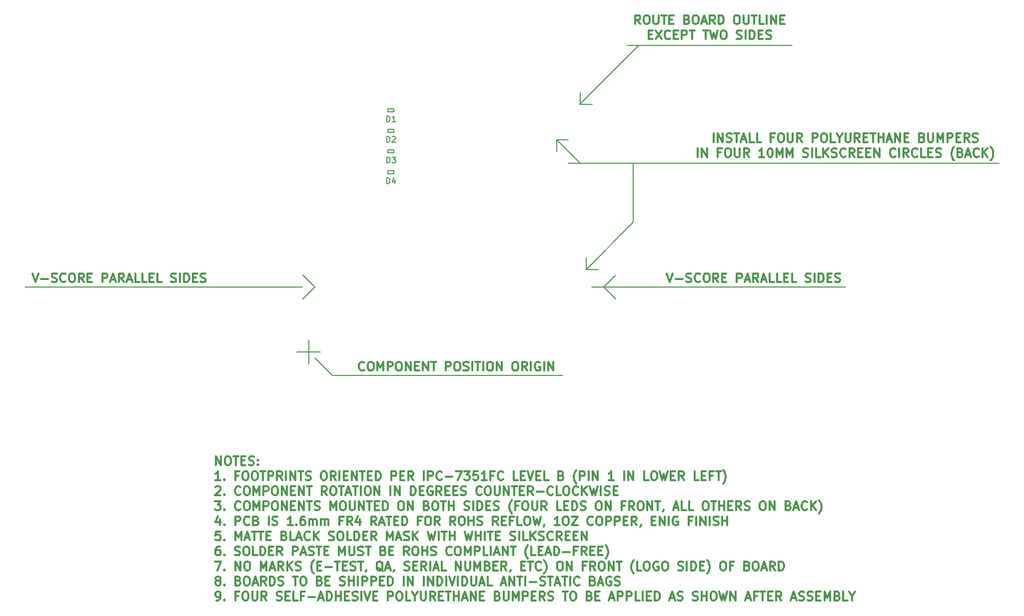
<source format=gbr>
G04 #@! TF.FileFunction,Other,Fab,Top*
%FSLAX46Y46*%
G04 Gerber Fmt 4.6, Leading zero omitted, Abs format (unit mm)*
G04 Created by KiCad (PCBNEW 4.0.7-e2-6376~58~ubuntu14.04.1) date Wed Aug  8 12:01:23 2018*
%MOMM*%
%LPD*%
G01*
G04 APERTURE LIST*
%ADD10C,0.100000*%
%ADD11C,0.200000*%
%ADD12C,0.300000*%
%ADD13C,0.150000*%
G04 APERTURE END LIST*
D10*
D11*
X146575700Y-66500000D02*
X146575700Y-68500000D01*
X151575700Y-88500000D02*
X153575700Y-88500000D01*
X151575700Y-86500000D02*
X151575700Y-86500000D01*
X151575700Y-88500000D02*
X151575700Y-86500000D01*
X159575700Y-80500000D02*
X151575700Y-88500000D01*
X159575700Y-70500000D02*
X159575700Y-80500000D01*
X146575700Y-66500000D02*
X148575700Y-66500000D01*
X221500000Y-70500000D02*
X221500000Y-70500000D01*
X148500000Y-70500000D02*
X221500000Y-70500000D01*
X146575700Y-66500000D02*
X150575700Y-70500000D01*
X108575700Y-106500000D02*
X147575700Y-106500000D01*
X108575700Y-106500000D02*
X108575700Y-106500000D01*
X105575700Y-103500000D02*
X108575700Y-106500000D01*
X102575700Y-102500000D02*
X106575700Y-102500000D01*
X104575700Y-100500000D02*
X104575700Y-104500000D01*
X150575700Y-60500000D02*
X152575700Y-60500000D01*
X150575700Y-58500000D02*
X150575700Y-58500000D01*
X150575700Y-60500000D02*
X150575700Y-58500000D01*
X160500000Y-50500000D02*
X150500000Y-60500000D01*
X186500000Y-50500000D02*
X158500000Y-50500000D01*
X105575700Y-91500000D02*
X103575700Y-93500000D01*
X105575700Y-91500000D02*
X103575700Y-89500000D01*
X56500000Y-91500000D02*
X103500000Y-91500000D01*
X154575700Y-91500000D02*
X156575700Y-93500000D01*
X154575700Y-91500000D02*
X156575700Y-89500000D01*
X195500000Y-91500000D02*
X152500000Y-91500000D01*
D12*
X173142856Y-66903571D02*
X173142856Y-65403571D01*
X173857142Y-66903571D02*
X173857142Y-65403571D01*
X174714285Y-66903571D01*
X174714285Y-65403571D01*
X175357142Y-66832143D02*
X175571428Y-66903571D01*
X175928571Y-66903571D01*
X176071428Y-66832143D01*
X176142857Y-66760714D01*
X176214285Y-66617857D01*
X176214285Y-66475000D01*
X176142857Y-66332143D01*
X176071428Y-66260714D01*
X175928571Y-66189286D01*
X175642857Y-66117857D01*
X175499999Y-66046429D01*
X175428571Y-65975000D01*
X175357142Y-65832143D01*
X175357142Y-65689286D01*
X175428571Y-65546429D01*
X175499999Y-65475000D01*
X175642857Y-65403571D01*
X175999999Y-65403571D01*
X176214285Y-65475000D01*
X176642856Y-65403571D02*
X177499999Y-65403571D01*
X177071428Y-66903571D02*
X177071428Y-65403571D01*
X177928570Y-66475000D02*
X178642856Y-66475000D01*
X177785713Y-66903571D02*
X178285713Y-65403571D01*
X178785713Y-66903571D01*
X179999999Y-66903571D02*
X179285713Y-66903571D01*
X179285713Y-65403571D01*
X181214285Y-66903571D02*
X180499999Y-66903571D01*
X180499999Y-65403571D01*
X183357142Y-66117857D02*
X182857142Y-66117857D01*
X182857142Y-66903571D02*
X182857142Y-65403571D01*
X183571428Y-65403571D01*
X184428570Y-65403571D02*
X184714284Y-65403571D01*
X184857142Y-65475000D01*
X184999999Y-65617857D01*
X185071427Y-65903571D01*
X185071427Y-66403571D01*
X184999999Y-66689286D01*
X184857142Y-66832143D01*
X184714284Y-66903571D01*
X184428570Y-66903571D01*
X184285713Y-66832143D01*
X184142856Y-66689286D01*
X184071427Y-66403571D01*
X184071427Y-65903571D01*
X184142856Y-65617857D01*
X184285713Y-65475000D01*
X184428570Y-65403571D01*
X185714285Y-65403571D02*
X185714285Y-66617857D01*
X185785713Y-66760714D01*
X185857142Y-66832143D01*
X185999999Y-66903571D01*
X186285713Y-66903571D01*
X186428571Y-66832143D01*
X186499999Y-66760714D01*
X186571428Y-66617857D01*
X186571428Y-65403571D01*
X188142857Y-66903571D02*
X187642857Y-66189286D01*
X187285714Y-66903571D02*
X187285714Y-65403571D01*
X187857142Y-65403571D01*
X188000000Y-65475000D01*
X188071428Y-65546429D01*
X188142857Y-65689286D01*
X188142857Y-65903571D01*
X188071428Y-66046429D01*
X188000000Y-66117857D01*
X187857142Y-66189286D01*
X187285714Y-66189286D01*
X189928571Y-66903571D02*
X189928571Y-65403571D01*
X190499999Y-65403571D01*
X190642857Y-65475000D01*
X190714285Y-65546429D01*
X190785714Y-65689286D01*
X190785714Y-65903571D01*
X190714285Y-66046429D01*
X190642857Y-66117857D01*
X190499999Y-66189286D01*
X189928571Y-66189286D01*
X191714285Y-65403571D02*
X191999999Y-65403571D01*
X192142857Y-65475000D01*
X192285714Y-65617857D01*
X192357142Y-65903571D01*
X192357142Y-66403571D01*
X192285714Y-66689286D01*
X192142857Y-66832143D01*
X191999999Y-66903571D01*
X191714285Y-66903571D01*
X191571428Y-66832143D01*
X191428571Y-66689286D01*
X191357142Y-66403571D01*
X191357142Y-65903571D01*
X191428571Y-65617857D01*
X191571428Y-65475000D01*
X191714285Y-65403571D01*
X193714286Y-66903571D02*
X193000000Y-66903571D01*
X193000000Y-65403571D01*
X194500000Y-66189286D02*
X194500000Y-66903571D01*
X194000000Y-65403571D02*
X194500000Y-66189286D01*
X195000000Y-65403571D01*
X195500000Y-65403571D02*
X195500000Y-66617857D01*
X195571428Y-66760714D01*
X195642857Y-66832143D01*
X195785714Y-66903571D01*
X196071428Y-66903571D01*
X196214286Y-66832143D01*
X196285714Y-66760714D01*
X196357143Y-66617857D01*
X196357143Y-65403571D01*
X197928572Y-66903571D02*
X197428572Y-66189286D01*
X197071429Y-66903571D02*
X197071429Y-65403571D01*
X197642857Y-65403571D01*
X197785715Y-65475000D01*
X197857143Y-65546429D01*
X197928572Y-65689286D01*
X197928572Y-65903571D01*
X197857143Y-66046429D01*
X197785715Y-66117857D01*
X197642857Y-66189286D01*
X197071429Y-66189286D01*
X198571429Y-66117857D02*
X199071429Y-66117857D01*
X199285715Y-66903571D02*
X198571429Y-66903571D01*
X198571429Y-65403571D01*
X199285715Y-65403571D01*
X199714286Y-65403571D02*
X200571429Y-65403571D01*
X200142858Y-66903571D02*
X200142858Y-65403571D01*
X201071429Y-66903571D02*
X201071429Y-65403571D01*
X201071429Y-66117857D02*
X201928572Y-66117857D01*
X201928572Y-66903571D02*
X201928572Y-65403571D01*
X202571429Y-66475000D02*
X203285715Y-66475000D01*
X202428572Y-66903571D02*
X202928572Y-65403571D01*
X203428572Y-66903571D01*
X203928572Y-66903571D02*
X203928572Y-65403571D01*
X204785715Y-66903571D01*
X204785715Y-65403571D01*
X205500001Y-66117857D02*
X206000001Y-66117857D01*
X206214287Y-66903571D02*
X205500001Y-66903571D01*
X205500001Y-65403571D01*
X206214287Y-65403571D01*
X208500001Y-66117857D02*
X208714287Y-66189286D01*
X208785715Y-66260714D01*
X208857144Y-66403571D01*
X208857144Y-66617857D01*
X208785715Y-66760714D01*
X208714287Y-66832143D01*
X208571429Y-66903571D01*
X208000001Y-66903571D01*
X208000001Y-65403571D01*
X208500001Y-65403571D01*
X208642858Y-65475000D01*
X208714287Y-65546429D01*
X208785715Y-65689286D01*
X208785715Y-65832143D01*
X208714287Y-65975000D01*
X208642858Y-66046429D01*
X208500001Y-66117857D01*
X208000001Y-66117857D01*
X209500001Y-65403571D02*
X209500001Y-66617857D01*
X209571429Y-66760714D01*
X209642858Y-66832143D01*
X209785715Y-66903571D01*
X210071429Y-66903571D01*
X210214287Y-66832143D01*
X210285715Y-66760714D01*
X210357144Y-66617857D01*
X210357144Y-65403571D01*
X211071430Y-66903571D02*
X211071430Y-65403571D01*
X211571430Y-66475000D01*
X212071430Y-65403571D01*
X212071430Y-66903571D01*
X212785716Y-66903571D02*
X212785716Y-65403571D01*
X213357144Y-65403571D01*
X213500002Y-65475000D01*
X213571430Y-65546429D01*
X213642859Y-65689286D01*
X213642859Y-65903571D01*
X213571430Y-66046429D01*
X213500002Y-66117857D01*
X213357144Y-66189286D01*
X212785716Y-66189286D01*
X214285716Y-66117857D02*
X214785716Y-66117857D01*
X215000002Y-66903571D02*
X214285716Y-66903571D01*
X214285716Y-65403571D01*
X215000002Y-65403571D01*
X216500002Y-66903571D02*
X216000002Y-66189286D01*
X215642859Y-66903571D02*
X215642859Y-65403571D01*
X216214287Y-65403571D01*
X216357145Y-65475000D01*
X216428573Y-65546429D01*
X216500002Y-65689286D01*
X216500002Y-65903571D01*
X216428573Y-66046429D01*
X216357145Y-66117857D01*
X216214287Y-66189286D01*
X215642859Y-66189286D01*
X217071430Y-66832143D02*
X217285716Y-66903571D01*
X217642859Y-66903571D01*
X217785716Y-66832143D01*
X217857145Y-66760714D01*
X217928573Y-66617857D01*
X217928573Y-66475000D01*
X217857145Y-66332143D01*
X217785716Y-66260714D01*
X217642859Y-66189286D01*
X217357145Y-66117857D01*
X217214287Y-66046429D01*
X217142859Y-65975000D01*
X217071430Y-65832143D01*
X217071430Y-65689286D01*
X217142859Y-65546429D01*
X217214287Y-65475000D01*
X217357145Y-65403571D01*
X217714287Y-65403571D01*
X217928573Y-65475000D01*
X170464286Y-69453571D02*
X170464286Y-67953571D01*
X171178572Y-69453571D02*
X171178572Y-67953571D01*
X172035715Y-69453571D01*
X172035715Y-67953571D01*
X174392858Y-68667857D02*
X173892858Y-68667857D01*
X173892858Y-69453571D02*
X173892858Y-67953571D01*
X174607144Y-67953571D01*
X175464286Y-67953571D02*
X175750000Y-67953571D01*
X175892858Y-68025000D01*
X176035715Y-68167857D01*
X176107143Y-68453571D01*
X176107143Y-68953571D01*
X176035715Y-69239286D01*
X175892858Y-69382143D01*
X175750000Y-69453571D01*
X175464286Y-69453571D01*
X175321429Y-69382143D01*
X175178572Y-69239286D01*
X175107143Y-68953571D01*
X175107143Y-68453571D01*
X175178572Y-68167857D01*
X175321429Y-68025000D01*
X175464286Y-67953571D01*
X176750001Y-67953571D02*
X176750001Y-69167857D01*
X176821429Y-69310714D01*
X176892858Y-69382143D01*
X177035715Y-69453571D01*
X177321429Y-69453571D01*
X177464287Y-69382143D01*
X177535715Y-69310714D01*
X177607144Y-69167857D01*
X177607144Y-67953571D01*
X179178573Y-69453571D02*
X178678573Y-68739286D01*
X178321430Y-69453571D02*
X178321430Y-67953571D01*
X178892858Y-67953571D01*
X179035716Y-68025000D01*
X179107144Y-68096429D01*
X179178573Y-68239286D01*
X179178573Y-68453571D01*
X179107144Y-68596429D01*
X179035716Y-68667857D01*
X178892858Y-68739286D01*
X178321430Y-68739286D01*
X181750001Y-69453571D02*
X180892858Y-69453571D01*
X181321430Y-69453571D02*
X181321430Y-67953571D01*
X181178573Y-68167857D01*
X181035715Y-68310714D01*
X180892858Y-68382143D01*
X182678572Y-67953571D02*
X182821429Y-67953571D01*
X182964286Y-68025000D01*
X183035715Y-68096429D01*
X183107144Y-68239286D01*
X183178572Y-68525000D01*
X183178572Y-68882143D01*
X183107144Y-69167857D01*
X183035715Y-69310714D01*
X182964286Y-69382143D01*
X182821429Y-69453571D01*
X182678572Y-69453571D01*
X182535715Y-69382143D01*
X182464286Y-69310714D01*
X182392858Y-69167857D01*
X182321429Y-68882143D01*
X182321429Y-68525000D01*
X182392858Y-68239286D01*
X182464286Y-68096429D01*
X182535715Y-68025000D01*
X182678572Y-67953571D01*
X183821429Y-69453571D02*
X183821429Y-67953571D01*
X184321429Y-69025000D01*
X184821429Y-67953571D01*
X184821429Y-69453571D01*
X185535715Y-69453571D02*
X185535715Y-67953571D01*
X186035715Y-69025000D01*
X186535715Y-67953571D01*
X186535715Y-69453571D01*
X188321429Y-69382143D02*
X188535715Y-69453571D01*
X188892858Y-69453571D01*
X189035715Y-69382143D01*
X189107144Y-69310714D01*
X189178572Y-69167857D01*
X189178572Y-69025000D01*
X189107144Y-68882143D01*
X189035715Y-68810714D01*
X188892858Y-68739286D01*
X188607144Y-68667857D01*
X188464286Y-68596429D01*
X188392858Y-68525000D01*
X188321429Y-68382143D01*
X188321429Y-68239286D01*
X188392858Y-68096429D01*
X188464286Y-68025000D01*
X188607144Y-67953571D01*
X188964286Y-67953571D01*
X189178572Y-68025000D01*
X189821429Y-69453571D02*
X189821429Y-67953571D01*
X191250001Y-69453571D02*
X190535715Y-69453571D01*
X190535715Y-67953571D01*
X191750001Y-69453571D02*
X191750001Y-67953571D01*
X192607144Y-69453571D02*
X191964287Y-68596429D01*
X192607144Y-67953571D02*
X191750001Y-68810714D01*
X193178572Y-69382143D02*
X193392858Y-69453571D01*
X193750001Y-69453571D01*
X193892858Y-69382143D01*
X193964287Y-69310714D01*
X194035715Y-69167857D01*
X194035715Y-69025000D01*
X193964287Y-68882143D01*
X193892858Y-68810714D01*
X193750001Y-68739286D01*
X193464287Y-68667857D01*
X193321429Y-68596429D01*
X193250001Y-68525000D01*
X193178572Y-68382143D01*
X193178572Y-68239286D01*
X193250001Y-68096429D01*
X193321429Y-68025000D01*
X193464287Y-67953571D01*
X193821429Y-67953571D01*
X194035715Y-68025000D01*
X195535715Y-69310714D02*
X195464286Y-69382143D01*
X195250000Y-69453571D01*
X195107143Y-69453571D01*
X194892858Y-69382143D01*
X194750000Y-69239286D01*
X194678572Y-69096429D01*
X194607143Y-68810714D01*
X194607143Y-68596429D01*
X194678572Y-68310714D01*
X194750000Y-68167857D01*
X194892858Y-68025000D01*
X195107143Y-67953571D01*
X195250000Y-67953571D01*
X195464286Y-68025000D01*
X195535715Y-68096429D01*
X197035715Y-69453571D02*
X196535715Y-68739286D01*
X196178572Y-69453571D02*
X196178572Y-67953571D01*
X196750000Y-67953571D01*
X196892858Y-68025000D01*
X196964286Y-68096429D01*
X197035715Y-68239286D01*
X197035715Y-68453571D01*
X196964286Y-68596429D01*
X196892858Y-68667857D01*
X196750000Y-68739286D01*
X196178572Y-68739286D01*
X197678572Y-68667857D02*
X198178572Y-68667857D01*
X198392858Y-69453571D02*
X197678572Y-69453571D01*
X197678572Y-67953571D01*
X198392858Y-67953571D01*
X199035715Y-68667857D02*
X199535715Y-68667857D01*
X199750001Y-69453571D02*
X199035715Y-69453571D01*
X199035715Y-67953571D01*
X199750001Y-67953571D01*
X200392858Y-69453571D02*
X200392858Y-67953571D01*
X201250001Y-69453571D01*
X201250001Y-67953571D01*
X203964287Y-69310714D02*
X203892858Y-69382143D01*
X203678572Y-69453571D01*
X203535715Y-69453571D01*
X203321430Y-69382143D01*
X203178572Y-69239286D01*
X203107144Y-69096429D01*
X203035715Y-68810714D01*
X203035715Y-68596429D01*
X203107144Y-68310714D01*
X203178572Y-68167857D01*
X203321430Y-68025000D01*
X203535715Y-67953571D01*
X203678572Y-67953571D01*
X203892858Y-68025000D01*
X203964287Y-68096429D01*
X204607144Y-69453571D02*
X204607144Y-67953571D01*
X206178573Y-69453571D02*
X205678573Y-68739286D01*
X205321430Y-69453571D02*
X205321430Y-67953571D01*
X205892858Y-67953571D01*
X206035716Y-68025000D01*
X206107144Y-68096429D01*
X206178573Y-68239286D01*
X206178573Y-68453571D01*
X206107144Y-68596429D01*
X206035716Y-68667857D01*
X205892858Y-68739286D01*
X205321430Y-68739286D01*
X207678573Y-69310714D02*
X207607144Y-69382143D01*
X207392858Y-69453571D01*
X207250001Y-69453571D01*
X207035716Y-69382143D01*
X206892858Y-69239286D01*
X206821430Y-69096429D01*
X206750001Y-68810714D01*
X206750001Y-68596429D01*
X206821430Y-68310714D01*
X206892858Y-68167857D01*
X207035716Y-68025000D01*
X207250001Y-67953571D01*
X207392858Y-67953571D01*
X207607144Y-68025000D01*
X207678573Y-68096429D01*
X209035716Y-69453571D02*
X208321430Y-69453571D01*
X208321430Y-67953571D01*
X209535716Y-68667857D02*
X210035716Y-68667857D01*
X210250002Y-69453571D02*
X209535716Y-69453571D01*
X209535716Y-67953571D01*
X210250002Y-67953571D01*
X210821430Y-69382143D02*
X211035716Y-69453571D01*
X211392859Y-69453571D01*
X211535716Y-69382143D01*
X211607145Y-69310714D01*
X211678573Y-69167857D01*
X211678573Y-69025000D01*
X211607145Y-68882143D01*
X211535716Y-68810714D01*
X211392859Y-68739286D01*
X211107145Y-68667857D01*
X210964287Y-68596429D01*
X210892859Y-68525000D01*
X210821430Y-68382143D01*
X210821430Y-68239286D01*
X210892859Y-68096429D01*
X210964287Y-68025000D01*
X211107145Y-67953571D01*
X211464287Y-67953571D01*
X211678573Y-68025000D01*
X213892858Y-70025000D02*
X213821430Y-69953571D01*
X213678573Y-69739286D01*
X213607144Y-69596429D01*
X213535715Y-69382143D01*
X213464287Y-69025000D01*
X213464287Y-68739286D01*
X213535715Y-68382143D01*
X213607144Y-68167857D01*
X213678573Y-68025000D01*
X213821430Y-67810714D01*
X213892858Y-67739286D01*
X214964287Y-68667857D02*
X215178573Y-68739286D01*
X215250001Y-68810714D01*
X215321430Y-68953571D01*
X215321430Y-69167857D01*
X215250001Y-69310714D01*
X215178573Y-69382143D01*
X215035715Y-69453571D01*
X214464287Y-69453571D01*
X214464287Y-67953571D01*
X214964287Y-67953571D01*
X215107144Y-68025000D01*
X215178573Y-68096429D01*
X215250001Y-68239286D01*
X215250001Y-68382143D01*
X215178573Y-68525000D01*
X215107144Y-68596429D01*
X214964287Y-68667857D01*
X214464287Y-68667857D01*
X215892858Y-69025000D02*
X216607144Y-69025000D01*
X215750001Y-69453571D02*
X216250001Y-67953571D01*
X216750001Y-69453571D01*
X218107144Y-69310714D02*
X218035715Y-69382143D01*
X217821429Y-69453571D01*
X217678572Y-69453571D01*
X217464287Y-69382143D01*
X217321429Y-69239286D01*
X217250001Y-69096429D01*
X217178572Y-68810714D01*
X217178572Y-68596429D01*
X217250001Y-68310714D01*
X217321429Y-68167857D01*
X217464287Y-68025000D01*
X217678572Y-67953571D01*
X217821429Y-67953571D01*
X218035715Y-68025000D01*
X218107144Y-68096429D01*
X218750001Y-69453571D02*
X218750001Y-67953571D01*
X219607144Y-69453571D02*
X218964287Y-68596429D01*
X219607144Y-67953571D02*
X218750001Y-68810714D01*
X220107144Y-70025000D02*
X220178572Y-69953571D01*
X220321429Y-69739286D01*
X220392858Y-69596429D01*
X220464287Y-69382143D01*
X220535715Y-69025000D01*
X220535715Y-68739286D01*
X220464287Y-68382143D01*
X220392858Y-68167857D01*
X220321429Y-68025000D01*
X220178572Y-67810714D01*
X220107144Y-67739286D01*
X88857143Y-121703571D02*
X88857143Y-120203571D01*
X89714286Y-121703571D01*
X89714286Y-120203571D01*
X90714286Y-120203571D02*
X91000000Y-120203571D01*
X91142858Y-120275000D01*
X91285715Y-120417857D01*
X91357143Y-120703571D01*
X91357143Y-121203571D01*
X91285715Y-121489286D01*
X91142858Y-121632143D01*
X91000000Y-121703571D01*
X90714286Y-121703571D01*
X90571429Y-121632143D01*
X90428572Y-121489286D01*
X90357143Y-121203571D01*
X90357143Y-120703571D01*
X90428572Y-120417857D01*
X90571429Y-120275000D01*
X90714286Y-120203571D01*
X91785715Y-120203571D02*
X92642858Y-120203571D01*
X92214287Y-121703571D02*
X92214287Y-120203571D01*
X93142858Y-120917857D02*
X93642858Y-120917857D01*
X93857144Y-121703571D02*
X93142858Y-121703571D01*
X93142858Y-120203571D01*
X93857144Y-120203571D01*
X94428572Y-121632143D02*
X94642858Y-121703571D01*
X95000001Y-121703571D01*
X95142858Y-121632143D01*
X95214287Y-121560714D01*
X95285715Y-121417857D01*
X95285715Y-121275000D01*
X95214287Y-121132143D01*
X95142858Y-121060714D01*
X95000001Y-120989286D01*
X94714287Y-120917857D01*
X94571429Y-120846429D01*
X94500001Y-120775000D01*
X94428572Y-120632143D01*
X94428572Y-120489286D01*
X94500001Y-120346429D01*
X94571429Y-120275000D01*
X94714287Y-120203571D01*
X95071429Y-120203571D01*
X95285715Y-120275000D01*
X95928572Y-121560714D02*
X96000000Y-121632143D01*
X95928572Y-121703571D01*
X95857143Y-121632143D01*
X95928572Y-121560714D01*
X95928572Y-121703571D01*
X95928572Y-120775000D02*
X96000000Y-120846429D01*
X95928572Y-120917857D01*
X95857143Y-120846429D01*
X95928572Y-120775000D01*
X95928572Y-120917857D01*
X89642857Y-124253571D02*
X88785714Y-124253571D01*
X89214286Y-124253571D02*
X89214286Y-122753571D01*
X89071429Y-122967857D01*
X88928571Y-123110714D01*
X88785714Y-123182143D01*
X90285714Y-124110714D02*
X90357142Y-124182143D01*
X90285714Y-124253571D01*
X90214285Y-124182143D01*
X90285714Y-124110714D01*
X90285714Y-124253571D01*
X92642857Y-123467857D02*
X92142857Y-123467857D01*
X92142857Y-124253571D02*
X92142857Y-122753571D01*
X92857143Y-122753571D01*
X93714285Y-122753571D02*
X93999999Y-122753571D01*
X94142857Y-122825000D01*
X94285714Y-122967857D01*
X94357142Y-123253571D01*
X94357142Y-123753571D01*
X94285714Y-124039286D01*
X94142857Y-124182143D01*
X93999999Y-124253571D01*
X93714285Y-124253571D01*
X93571428Y-124182143D01*
X93428571Y-124039286D01*
X93357142Y-123753571D01*
X93357142Y-123253571D01*
X93428571Y-122967857D01*
X93571428Y-122825000D01*
X93714285Y-122753571D01*
X95285714Y-122753571D02*
X95571428Y-122753571D01*
X95714286Y-122825000D01*
X95857143Y-122967857D01*
X95928571Y-123253571D01*
X95928571Y-123753571D01*
X95857143Y-124039286D01*
X95714286Y-124182143D01*
X95571428Y-124253571D01*
X95285714Y-124253571D01*
X95142857Y-124182143D01*
X95000000Y-124039286D01*
X94928571Y-123753571D01*
X94928571Y-123253571D01*
X95000000Y-122967857D01*
X95142857Y-122825000D01*
X95285714Y-122753571D01*
X96357143Y-122753571D02*
X97214286Y-122753571D01*
X96785715Y-124253571D02*
X96785715Y-122753571D01*
X97714286Y-124253571D02*
X97714286Y-122753571D01*
X98285714Y-122753571D01*
X98428572Y-122825000D01*
X98500000Y-122896429D01*
X98571429Y-123039286D01*
X98571429Y-123253571D01*
X98500000Y-123396429D01*
X98428572Y-123467857D01*
X98285714Y-123539286D01*
X97714286Y-123539286D01*
X100071429Y-124253571D02*
X99571429Y-123539286D01*
X99214286Y-124253571D02*
X99214286Y-122753571D01*
X99785714Y-122753571D01*
X99928572Y-122825000D01*
X100000000Y-122896429D01*
X100071429Y-123039286D01*
X100071429Y-123253571D01*
X100000000Y-123396429D01*
X99928572Y-123467857D01*
X99785714Y-123539286D01*
X99214286Y-123539286D01*
X100714286Y-124253571D02*
X100714286Y-122753571D01*
X101428572Y-124253571D02*
X101428572Y-122753571D01*
X102285715Y-124253571D01*
X102285715Y-122753571D01*
X102785715Y-122753571D02*
X103642858Y-122753571D01*
X103214287Y-124253571D02*
X103214287Y-122753571D01*
X104071429Y-124182143D02*
X104285715Y-124253571D01*
X104642858Y-124253571D01*
X104785715Y-124182143D01*
X104857144Y-124110714D01*
X104928572Y-123967857D01*
X104928572Y-123825000D01*
X104857144Y-123682143D01*
X104785715Y-123610714D01*
X104642858Y-123539286D01*
X104357144Y-123467857D01*
X104214286Y-123396429D01*
X104142858Y-123325000D01*
X104071429Y-123182143D01*
X104071429Y-123039286D01*
X104142858Y-122896429D01*
X104214286Y-122825000D01*
X104357144Y-122753571D01*
X104714286Y-122753571D01*
X104928572Y-122825000D01*
X107000000Y-122753571D02*
X107285714Y-122753571D01*
X107428572Y-122825000D01*
X107571429Y-122967857D01*
X107642857Y-123253571D01*
X107642857Y-123753571D01*
X107571429Y-124039286D01*
X107428572Y-124182143D01*
X107285714Y-124253571D01*
X107000000Y-124253571D01*
X106857143Y-124182143D01*
X106714286Y-124039286D01*
X106642857Y-123753571D01*
X106642857Y-123253571D01*
X106714286Y-122967857D01*
X106857143Y-122825000D01*
X107000000Y-122753571D01*
X109142858Y-124253571D02*
X108642858Y-123539286D01*
X108285715Y-124253571D02*
X108285715Y-122753571D01*
X108857143Y-122753571D01*
X109000001Y-122825000D01*
X109071429Y-122896429D01*
X109142858Y-123039286D01*
X109142858Y-123253571D01*
X109071429Y-123396429D01*
X109000001Y-123467857D01*
X108857143Y-123539286D01*
X108285715Y-123539286D01*
X109785715Y-124253571D02*
X109785715Y-122753571D01*
X110500001Y-123467857D02*
X111000001Y-123467857D01*
X111214287Y-124253571D02*
X110500001Y-124253571D01*
X110500001Y-122753571D01*
X111214287Y-122753571D01*
X111857144Y-124253571D02*
X111857144Y-122753571D01*
X112714287Y-124253571D01*
X112714287Y-122753571D01*
X113214287Y-122753571D02*
X114071430Y-122753571D01*
X113642859Y-124253571D02*
X113642859Y-122753571D01*
X114571430Y-123467857D02*
X115071430Y-123467857D01*
X115285716Y-124253571D02*
X114571430Y-124253571D01*
X114571430Y-122753571D01*
X115285716Y-122753571D01*
X115928573Y-124253571D02*
X115928573Y-122753571D01*
X116285716Y-122753571D01*
X116500001Y-122825000D01*
X116642859Y-122967857D01*
X116714287Y-123110714D01*
X116785716Y-123396429D01*
X116785716Y-123610714D01*
X116714287Y-123896429D01*
X116642859Y-124039286D01*
X116500001Y-124182143D01*
X116285716Y-124253571D01*
X115928573Y-124253571D01*
X118571430Y-124253571D02*
X118571430Y-122753571D01*
X119142858Y-122753571D01*
X119285716Y-122825000D01*
X119357144Y-122896429D01*
X119428573Y-123039286D01*
X119428573Y-123253571D01*
X119357144Y-123396429D01*
X119285716Y-123467857D01*
X119142858Y-123539286D01*
X118571430Y-123539286D01*
X120071430Y-123467857D02*
X120571430Y-123467857D01*
X120785716Y-124253571D02*
X120071430Y-124253571D01*
X120071430Y-122753571D01*
X120785716Y-122753571D01*
X122285716Y-124253571D02*
X121785716Y-123539286D01*
X121428573Y-124253571D02*
X121428573Y-122753571D01*
X122000001Y-122753571D01*
X122142859Y-122825000D01*
X122214287Y-122896429D01*
X122285716Y-123039286D01*
X122285716Y-123253571D01*
X122214287Y-123396429D01*
X122142859Y-123467857D01*
X122000001Y-123539286D01*
X121428573Y-123539286D01*
X124071430Y-124253571D02*
X124071430Y-122753571D01*
X124785716Y-124253571D02*
X124785716Y-122753571D01*
X125357144Y-122753571D01*
X125500002Y-122825000D01*
X125571430Y-122896429D01*
X125642859Y-123039286D01*
X125642859Y-123253571D01*
X125571430Y-123396429D01*
X125500002Y-123467857D01*
X125357144Y-123539286D01*
X124785716Y-123539286D01*
X127142859Y-124110714D02*
X127071430Y-124182143D01*
X126857144Y-124253571D01*
X126714287Y-124253571D01*
X126500002Y-124182143D01*
X126357144Y-124039286D01*
X126285716Y-123896429D01*
X126214287Y-123610714D01*
X126214287Y-123396429D01*
X126285716Y-123110714D01*
X126357144Y-122967857D01*
X126500002Y-122825000D01*
X126714287Y-122753571D01*
X126857144Y-122753571D01*
X127071430Y-122825000D01*
X127142859Y-122896429D01*
X127785716Y-123682143D02*
X128928573Y-123682143D01*
X129500002Y-122753571D02*
X130500002Y-122753571D01*
X129857145Y-124253571D01*
X130928573Y-122753571D02*
X131857144Y-122753571D01*
X131357144Y-123325000D01*
X131571430Y-123325000D01*
X131714287Y-123396429D01*
X131785716Y-123467857D01*
X131857144Y-123610714D01*
X131857144Y-123967857D01*
X131785716Y-124110714D01*
X131714287Y-124182143D01*
X131571430Y-124253571D01*
X131142858Y-124253571D01*
X131000001Y-124182143D01*
X130928573Y-124110714D01*
X133214287Y-122753571D02*
X132500001Y-122753571D01*
X132428572Y-123467857D01*
X132500001Y-123396429D01*
X132642858Y-123325000D01*
X133000001Y-123325000D01*
X133142858Y-123396429D01*
X133214287Y-123467857D01*
X133285715Y-123610714D01*
X133285715Y-123967857D01*
X133214287Y-124110714D01*
X133142858Y-124182143D01*
X133000001Y-124253571D01*
X132642858Y-124253571D01*
X132500001Y-124182143D01*
X132428572Y-124110714D01*
X134714286Y-124253571D02*
X133857143Y-124253571D01*
X134285715Y-124253571D02*
X134285715Y-122753571D01*
X134142858Y-122967857D01*
X134000000Y-123110714D01*
X133857143Y-123182143D01*
X135857143Y-123467857D02*
X135357143Y-123467857D01*
X135357143Y-124253571D02*
X135357143Y-122753571D01*
X136071429Y-122753571D01*
X137500000Y-124110714D02*
X137428571Y-124182143D01*
X137214285Y-124253571D01*
X137071428Y-124253571D01*
X136857143Y-124182143D01*
X136714285Y-124039286D01*
X136642857Y-123896429D01*
X136571428Y-123610714D01*
X136571428Y-123396429D01*
X136642857Y-123110714D01*
X136714285Y-122967857D01*
X136857143Y-122825000D01*
X137071428Y-122753571D01*
X137214285Y-122753571D01*
X137428571Y-122825000D01*
X137500000Y-122896429D01*
X140000000Y-124253571D02*
X139285714Y-124253571D01*
X139285714Y-122753571D01*
X140500000Y-123467857D02*
X141000000Y-123467857D01*
X141214286Y-124253571D02*
X140500000Y-124253571D01*
X140500000Y-122753571D01*
X141214286Y-122753571D01*
X141642857Y-122753571D02*
X142142857Y-124253571D01*
X142642857Y-122753571D01*
X143142857Y-123467857D02*
X143642857Y-123467857D01*
X143857143Y-124253571D02*
X143142857Y-124253571D01*
X143142857Y-122753571D01*
X143857143Y-122753571D01*
X145214286Y-124253571D02*
X144500000Y-124253571D01*
X144500000Y-122753571D01*
X147357143Y-123467857D02*
X147571429Y-123539286D01*
X147642857Y-123610714D01*
X147714286Y-123753571D01*
X147714286Y-123967857D01*
X147642857Y-124110714D01*
X147571429Y-124182143D01*
X147428571Y-124253571D01*
X146857143Y-124253571D01*
X146857143Y-122753571D01*
X147357143Y-122753571D01*
X147500000Y-122825000D01*
X147571429Y-122896429D01*
X147642857Y-123039286D01*
X147642857Y-123182143D01*
X147571429Y-123325000D01*
X147500000Y-123396429D01*
X147357143Y-123467857D01*
X146857143Y-123467857D01*
X149928571Y-124825000D02*
X149857143Y-124753571D01*
X149714286Y-124539286D01*
X149642857Y-124396429D01*
X149571428Y-124182143D01*
X149500000Y-123825000D01*
X149500000Y-123539286D01*
X149571428Y-123182143D01*
X149642857Y-122967857D01*
X149714286Y-122825000D01*
X149857143Y-122610714D01*
X149928571Y-122539286D01*
X150500000Y-124253571D02*
X150500000Y-122753571D01*
X151071428Y-122753571D01*
X151214286Y-122825000D01*
X151285714Y-122896429D01*
X151357143Y-123039286D01*
X151357143Y-123253571D01*
X151285714Y-123396429D01*
X151214286Y-123467857D01*
X151071428Y-123539286D01*
X150500000Y-123539286D01*
X152000000Y-124253571D02*
X152000000Y-122753571D01*
X152714286Y-124253571D02*
X152714286Y-122753571D01*
X153571429Y-124253571D01*
X153571429Y-122753571D01*
X156214286Y-124253571D02*
X155357143Y-124253571D01*
X155785715Y-124253571D02*
X155785715Y-122753571D01*
X155642858Y-122967857D01*
X155500000Y-123110714D01*
X155357143Y-123182143D01*
X158000000Y-124253571D02*
X158000000Y-122753571D01*
X158714286Y-124253571D02*
X158714286Y-122753571D01*
X159571429Y-124253571D01*
X159571429Y-122753571D01*
X162142858Y-124253571D02*
X161428572Y-124253571D01*
X161428572Y-122753571D01*
X162928572Y-122753571D02*
X163214286Y-122753571D01*
X163357144Y-122825000D01*
X163500001Y-122967857D01*
X163571429Y-123253571D01*
X163571429Y-123753571D01*
X163500001Y-124039286D01*
X163357144Y-124182143D01*
X163214286Y-124253571D01*
X162928572Y-124253571D01*
X162785715Y-124182143D01*
X162642858Y-124039286D01*
X162571429Y-123753571D01*
X162571429Y-123253571D01*
X162642858Y-122967857D01*
X162785715Y-122825000D01*
X162928572Y-122753571D01*
X164071430Y-122753571D02*
X164428573Y-124253571D01*
X164714287Y-123182143D01*
X165000001Y-124253571D01*
X165357144Y-122753571D01*
X165928573Y-123467857D02*
X166428573Y-123467857D01*
X166642859Y-124253571D02*
X165928573Y-124253571D01*
X165928573Y-122753571D01*
X166642859Y-122753571D01*
X168142859Y-124253571D02*
X167642859Y-123539286D01*
X167285716Y-124253571D02*
X167285716Y-122753571D01*
X167857144Y-122753571D01*
X168000002Y-122825000D01*
X168071430Y-122896429D01*
X168142859Y-123039286D01*
X168142859Y-123253571D01*
X168071430Y-123396429D01*
X168000002Y-123467857D01*
X167857144Y-123539286D01*
X167285716Y-123539286D01*
X170642859Y-124253571D02*
X169928573Y-124253571D01*
X169928573Y-122753571D01*
X171142859Y-123467857D02*
X171642859Y-123467857D01*
X171857145Y-124253571D02*
X171142859Y-124253571D01*
X171142859Y-122753571D01*
X171857145Y-122753571D01*
X173000002Y-123467857D02*
X172500002Y-123467857D01*
X172500002Y-124253571D02*
X172500002Y-122753571D01*
X173214288Y-122753571D01*
X173571430Y-122753571D02*
X174428573Y-122753571D01*
X174000002Y-124253571D02*
X174000002Y-122753571D01*
X174785716Y-124825000D02*
X174857144Y-124753571D01*
X175000001Y-124539286D01*
X175071430Y-124396429D01*
X175142859Y-124182143D01*
X175214287Y-123825000D01*
X175214287Y-123539286D01*
X175142859Y-123182143D01*
X175071430Y-122967857D01*
X175000001Y-122825000D01*
X174857144Y-122610714D01*
X174785716Y-122539286D01*
X88785714Y-125446429D02*
X88857143Y-125375000D01*
X89000000Y-125303571D01*
X89357143Y-125303571D01*
X89500000Y-125375000D01*
X89571429Y-125446429D01*
X89642857Y-125589286D01*
X89642857Y-125732143D01*
X89571429Y-125946429D01*
X88714286Y-126803571D01*
X89642857Y-126803571D01*
X90285714Y-126660714D02*
X90357142Y-126732143D01*
X90285714Y-126803571D01*
X90214285Y-126732143D01*
X90285714Y-126660714D01*
X90285714Y-126803571D01*
X93000000Y-126660714D02*
X92928571Y-126732143D01*
X92714285Y-126803571D01*
X92571428Y-126803571D01*
X92357143Y-126732143D01*
X92214285Y-126589286D01*
X92142857Y-126446429D01*
X92071428Y-126160714D01*
X92071428Y-125946429D01*
X92142857Y-125660714D01*
X92214285Y-125517857D01*
X92357143Y-125375000D01*
X92571428Y-125303571D01*
X92714285Y-125303571D01*
X92928571Y-125375000D01*
X93000000Y-125446429D01*
X93928571Y-125303571D02*
X94214285Y-125303571D01*
X94357143Y-125375000D01*
X94500000Y-125517857D01*
X94571428Y-125803571D01*
X94571428Y-126303571D01*
X94500000Y-126589286D01*
X94357143Y-126732143D01*
X94214285Y-126803571D01*
X93928571Y-126803571D01*
X93785714Y-126732143D01*
X93642857Y-126589286D01*
X93571428Y-126303571D01*
X93571428Y-125803571D01*
X93642857Y-125517857D01*
X93785714Y-125375000D01*
X93928571Y-125303571D01*
X95214286Y-126803571D02*
X95214286Y-125303571D01*
X95714286Y-126375000D01*
X96214286Y-125303571D01*
X96214286Y-126803571D01*
X96928572Y-126803571D02*
X96928572Y-125303571D01*
X97500000Y-125303571D01*
X97642858Y-125375000D01*
X97714286Y-125446429D01*
X97785715Y-125589286D01*
X97785715Y-125803571D01*
X97714286Y-125946429D01*
X97642858Y-126017857D01*
X97500000Y-126089286D01*
X96928572Y-126089286D01*
X98714286Y-125303571D02*
X99000000Y-125303571D01*
X99142858Y-125375000D01*
X99285715Y-125517857D01*
X99357143Y-125803571D01*
X99357143Y-126303571D01*
X99285715Y-126589286D01*
X99142858Y-126732143D01*
X99000000Y-126803571D01*
X98714286Y-126803571D01*
X98571429Y-126732143D01*
X98428572Y-126589286D01*
X98357143Y-126303571D01*
X98357143Y-125803571D01*
X98428572Y-125517857D01*
X98571429Y-125375000D01*
X98714286Y-125303571D01*
X100000001Y-126803571D02*
X100000001Y-125303571D01*
X100857144Y-126803571D01*
X100857144Y-125303571D01*
X101571430Y-126017857D02*
X102071430Y-126017857D01*
X102285716Y-126803571D02*
X101571430Y-126803571D01*
X101571430Y-125303571D01*
X102285716Y-125303571D01*
X102928573Y-126803571D02*
X102928573Y-125303571D01*
X103785716Y-126803571D01*
X103785716Y-125303571D01*
X104285716Y-125303571D02*
X105142859Y-125303571D01*
X104714288Y-126803571D02*
X104714288Y-125303571D01*
X107642859Y-126803571D02*
X107142859Y-126089286D01*
X106785716Y-126803571D02*
X106785716Y-125303571D01*
X107357144Y-125303571D01*
X107500002Y-125375000D01*
X107571430Y-125446429D01*
X107642859Y-125589286D01*
X107642859Y-125803571D01*
X107571430Y-125946429D01*
X107500002Y-126017857D01*
X107357144Y-126089286D01*
X106785716Y-126089286D01*
X108571430Y-125303571D02*
X108857144Y-125303571D01*
X109000002Y-125375000D01*
X109142859Y-125517857D01*
X109214287Y-125803571D01*
X109214287Y-126303571D01*
X109142859Y-126589286D01*
X109000002Y-126732143D01*
X108857144Y-126803571D01*
X108571430Y-126803571D01*
X108428573Y-126732143D01*
X108285716Y-126589286D01*
X108214287Y-126303571D01*
X108214287Y-125803571D01*
X108285716Y-125517857D01*
X108428573Y-125375000D01*
X108571430Y-125303571D01*
X109642859Y-125303571D02*
X110500002Y-125303571D01*
X110071431Y-126803571D02*
X110071431Y-125303571D01*
X110928573Y-126375000D02*
X111642859Y-126375000D01*
X110785716Y-126803571D02*
X111285716Y-125303571D01*
X111785716Y-126803571D01*
X112071430Y-125303571D02*
X112928573Y-125303571D01*
X112500002Y-126803571D02*
X112500002Y-125303571D01*
X113428573Y-126803571D02*
X113428573Y-125303571D01*
X114428573Y-125303571D02*
X114714287Y-125303571D01*
X114857145Y-125375000D01*
X115000002Y-125517857D01*
X115071430Y-125803571D01*
X115071430Y-126303571D01*
X115000002Y-126589286D01*
X114857145Y-126732143D01*
X114714287Y-126803571D01*
X114428573Y-126803571D01*
X114285716Y-126732143D01*
X114142859Y-126589286D01*
X114071430Y-126303571D01*
X114071430Y-125803571D01*
X114142859Y-125517857D01*
X114285716Y-125375000D01*
X114428573Y-125303571D01*
X115714288Y-126803571D02*
X115714288Y-125303571D01*
X116571431Y-126803571D01*
X116571431Y-125303571D01*
X118428574Y-126803571D02*
X118428574Y-125303571D01*
X119142860Y-126803571D02*
X119142860Y-125303571D01*
X120000003Y-126803571D01*
X120000003Y-125303571D01*
X121857146Y-126803571D02*
X121857146Y-125303571D01*
X122214289Y-125303571D01*
X122428574Y-125375000D01*
X122571432Y-125517857D01*
X122642860Y-125660714D01*
X122714289Y-125946429D01*
X122714289Y-126160714D01*
X122642860Y-126446429D01*
X122571432Y-126589286D01*
X122428574Y-126732143D01*
X122214289Y-126803571D01*
X121857146Y-126803571D01*
X123357146Y-126017857D02*
X123857146Y-126017857D01*
X124071432Y-126803571D02*
X123357146Y-126803571D01*
X123357146Y-125303571D01*
X124071432Y-125303571D01*
X125500003Y-125375000D02*
X125357146Y-125303571D01*
X125142860Y-125303571D01*
X124928575Y-125375000D01*
X124785717Y-125517857D01*
X124714289Y-125660714D01*
X124642860Y-125946429D01*
X124642860Y-126160714D01*
X124714289Y-126446429D01*
X124785717Y-126589286D01*
X124928575Y-126732143D01*
X125142860Y-126803571D01*
X125285717Y-126803571D01*
X125500003Y-126732143D01*
X125571432Y-126660714D01*
X125571432Y-126160714D01*
X125285717Y-126160714D01*
X127071432Y-126803571D02*
X126571432Y-126089286D01*
X126214289Y-126803571D02*
X126214289Y-125303571D01*
X126785717Y-125303571D01*
X126928575Y-125375000D01*
X127000003Y-125446429D01*
X127071432Y-125589286D01*
X127071432Y-125803571D01*
X127000003Y-125946429D01*
X126928575Y-126017857D01*
X126785717Y-126089286D01*
X126214289Y-126089286D01*
X127714289Y-126017857D02*
X128214289Y-126017857D01*
X128428575Y-126803571D02*
X127714289Y-126803571D01*
X127714289Y-125303571D01*
X128428575Y-125303571D01*
X129071432Y-126017857D02*
X129571432Y-126017857D01*
X129785718Y-126803571D02*
X129071432Y-126803571D01*
X129071432Y-125303571D01*
X129785718Y-125303571D01*
X130357146Y-126732143D02*
X130571432Y-126803571D01*
X130928575Y-126803571D01*
X131071432Y-126732143D01*
X131142861Y-126660714D01*
X131214289Y-126517857D01*
X131214289Y-126375000D01*
X131142861Y-126232143D01*
X131071432Y-126160714D01*
X130928575Y-126089286D01*
X130642861Y-126017857D01*
X130500003Y-125946429D01*
X130428575Y-125875000D01*
X130357146Y-125732143D01*
X130357146Y-125589286D01*
X130428575Y-125446429D01*
X130500003Y-125375000D01*
X130642861Y-125303571D01*
X131000003Y-125303571D01*
X131214289Y-125375000D01*
X133857146Y-126660714D02*
X133785717Y-126732143D01*
X133571431Y-126803571D01*
X133428574Y-126803571D01*
X133214289Y-126732143D01*
X133071431Y-126589286D01*
X133000003Y-126446429D01*
X132928574Y-126160714D01*
X132928574Y-125946429D01*
X133000003Y-125660714D01*
X133071431Y-125517857D01*
X133214289Y-125375000D01*
X133428574Y-125303571D01*
X133571431Y-125303571D01*
X133785717Y-125375000D01*
X133857146Y-125446429D01*
X134785717Y-125303571D02*
X135071431Y-125303571D01*
X135214289Y-125375000D01*
X135357146Y-125517857D01*
X135428574Y-125803571D01*
X135428574Y-126303571D01*
X135357146Y-126589286D01*
X135214289Y-126732143D01*
X135071431Y-126803571D01*
X134785717Y-126803571D01*
X134642860Y-126732143D01*
X134500003Y-126589286D01*
X134428574Y-126303571D01*
X134428574Y-125803571D01*
X134500003Y-125517857D01*
X134642860Y-125375000D01*
X134785717Y-125303571D01*
X136071432Y-125303571D02*
X136071432Y-126517857D01*
X136142860Y-126660714D01*
X136214289Y-126732143D01*
X136357146Y-126803571D01*
X136642860Y-126803571D01*
X136785718Y-126732143D01*
X136857146Y-126660714D01*
X136928575Y-126517857D01*
X136928575Y-125303571D01*
X137642861Y-126803571D02*
X137642861Y-125303571D01*
X138500004Y-126803571D01*
X138500004Y-125303571D01*
X139000004Y-125303571D02*
X139857147Y-125303571D01*
X139428576Y-126803571D02*
X139428576Y-125303571D01*
X140357147Y-126017857D02*
X140857147Y-126017857D01*
X141071433Y-126803571D02*
X140357147Y-126803571D01*
X140357147Y-125303571D01*
X141071433Y-125303571D01*
X142571433Y-126803571D02*
X142071433Y-126089286D01*
X141714290Y-126803571D02*
X141714290Y-125303571D01*
X142285718Y-125303571D01*
X142428576Y-125375000D01*
X142500004Y-125446429D01*
X142571433Y-125589286D01*
X142571433Y-125803571D01*
X142500004Y-125946429D01*
X142428576Y-126017857D01*
X142285718Y-126089286D01*
X141714290Y-126089286D01*
X143214290Y-126232143D02*
X144357147Y-126232143D01*
X145928576Y-126660714D02*
X145857147Y-126732143D01*
X145642861Y-126803571D01*
X145500004Y-126803571D01*
X145285719Y-126732143D01*
X145142861Y-126589286D01*
X145071433Y-126446429D01*
X145000004Y-126160714D01*
X145000004Y-125946429D01*
X145071433Y-125660714D01*
X145142861Y-125517857D01*
X145285719Y-125375000D01*
X145500004Y-125303571D01*
X145642861Y-125303571D01*
X145857147Y-125375000D01*
X145928576Y-125446429D01*
X147285719Y-126803571D02*
X146571433Y-126803571D01*
X146571433Y-125303571D01*
X148071433Y-125303571D02*
X148357147Y-125303571D01*
X148500005Y-125375000D01*
X148642862Y-125517857D01*
X148714290Y-125803571D01*
X148714290Y-126303571D01*
X148642862Y-126589286D01*
X148500005Y-126732143D01*
X148357147Y-126803571D01*
X148071433Y-126803571D01*
X147928576Y-126732143D01*
X147785719Y-126589286D01*
X147714290Y-126303571D01*
X147714290Y-125803571D01*
X147785719Y-125517857D01*
X147928576Y-125375000D01*
X148071433Y-125303571D01*
X150214291Y-126660714D02*
X150142862Y-126732143D01*
X149928576Y-126803571D01*
X149785719Y-126803571D01*
X149571434Y-126732143D01*
X149428576Y-126589286D01*
X149357148Y-126446429D01*
X149285719Y-126160714D01*
X149285719Y-125946429D01*
X149357148Y-125660714D01*
X149428576Y-125517857D01*
X149571434Y-125375000D01*
X149785719Y-125303571D01*
X149928576Y-125303571D01*
X150142862Y-125375000D01*
X150214291Y-125446429D01*
X150857148Y-126803571D02*
X150857148Y-125303571D01*
X151714291Y-126803571D02*
X151071434Y-125946429D01*
X151714291Y-125303571D02*
X150857148Y-126160714D01*
X152214291Y-125303571D02*
X152571434Y-126803571D01*
X152857148Y-125732143D01*
X153142862Y-126803571D01*
X153500005Y-125303571D01*
X154071434Y-126803571D02*
X154071434Y-125303571D01*
X154714291Y-126732143D02*
X154928577Y-126803571D01*
X155285720Y-126803571D01*
X155428577Y-126732143D01*
X155500006Y-126660714D01*
X155571434Y-126517857D01*
X155571434Y-126375000D01*
X155500006Y-126232143D01*
X155428577Y-126160714D01*
X155285720Y-126089286D01*
X155000006Y-126017857D01*
X154857148Y-125946429D01*
X154785720Y-125875000D01*
X154714291Y-125732143D01*
X154714291Y-125589286D01*
X154785720Y-125446429D01*
X154857148Y-125375000D01*
X155000006Y-125303571D01*
X155357148Y-125303571D01*
X155571434Y-125375000D01*
X156214291Y-126017857D02*
X156714291Y-126017857D01*
X156928577Y-126803571D02*
X156214291Y-126803571D01*
X156214291Y-125303571D01*
X156928577Y-125303571D01*
X88714286Y-127853571D02*
X89642857Y-127853571D01*
X89142857Y-128425000D01*
X89357143Y-128425000D01*
X89500000Y-128496429D01*
X89571429Y-128567857D01*
X89642857Y-128710714D01*
X89642857Y-129067857D01*
X89571429Y-129210714D01*
X89500000Y-129282143D01*
X89357143Y-129353571D01*
X88928571Y-129353571D01*
X88785714Y-129282143D01*
X88714286Y-129210714D01*
X90285714Y-129210714D02*
X90357142Y-129282143D01*
X90285714Y-129353571D01*
X90214285Y-129282143D01*
X90285714Y-129210714D01*
X90285714Y-129353571D01*
X93000000Y-129210714D02*
X92928571Y-129282143D01*
X92714285Y-129353571D01*
X92571428Y-129353571D01*
X92357143Y-129282143D01*
X92214285Y-129139286D01*
X92142857Y-128996429D01*
X92071428Y-128710714D01*
X92071428Y-128496429D01*
X92142857Y-128210714D01*
X92214285Y-128067857D01*
X92357143Y-127925000D01*
X92571428Y-127853571D01*
X92714285Y-127853571D01*
X92928571Y-127925000D01*
X93000000Y-127996429D01*
X93928571Y-127853571D02*
X94214285Y-127853571D01*
X94357143Y-127925000D01*
X94500000Y-128067857D01*
X94571428Y-128353571D01*
X94571428Y-128853571D01*
X94500000Y-129139286D01*
X94357143Y-129282143D01*
X94214285Y-129353571D01*
X93928571Y-129353571D01*
X93785714Y-129282143D01*
X93642857Y-129139286D01*
X93571428Y-128853571D01*
X93571428Y-128353571D01*
X93642857Y-128067857D01*
X93785714Y-127925000D01*
X93928571Y-127853571D01*
X95214286Y-129353571D02*
X95214286Y-127853571D01*
X95714286Y-128925000D01*
X96214286Y-127853571D01*
X96214286Y-129353571D01*
X96928572Y-129353571D02*
X96928572Y-127853571D01*
X97500000Y-127853571D01*
X97642858Y-127925000D01*
X97714286Y-127996429D01*
X97785715Y-128139286D01*
X97785715Y-128353571D01*
X97714286Y-128496429D01*
X97642858Y-128567857D01*
X97500000Y-128639286D01*
X96928572Y-128639286D01*
X98714286Y-127853571D02*
X99000000Y-127853571D01*
X99142858Y-127925000D01*
X99285715Y-128067857D01*
X99357143Y-128353571D01*
X99357143Y-128853571D01*
X99285715Y-129139286D01*
X99142858Y-129282143D01*
X99000000Y-129353571D01*
X98714286Y-129353571D01*
X98571429Y-129282143D01*
X98428572Y-129139286D01*
X98357143Y-128853571D01*
X98357143Y-128353571D01*
X98428572Y-128067857D01*
X98571429Y-127925000D01*
X98714286Y-127853571D01*
X100000001Y-129353571D02*
X100000001Y-127853571D01*
X100857144Y-129353571D01*
X100857144Y-127853571D01*
X101571430Y-128567857D02*
X102071430Y-128567857D01*
X102285716Y-129353571D02*
X101571430Y-129353571D01*
X101571430Y-127853571D01*
X102285716Y-127853571D01*
X102928573Y-129353571D02*
X102928573Y-127853571D01*
X103785716Y-129353571D01*
X103785716Y-127853571D01*
X104285716Y-127853571D02*
X105142859Y-127853571D01*
X104714288Y-129353571D02*
X104714288Y-127853571D01*
X105571430Y-129282143D02*
X105785716Y-129353571D01*
X106142859Y-129353571D01*
X106285716Y-129282143D01*
X106357145Y-129210714D01*
X106428573Y-129067857D01*
X106428573Y-128925000D01*
X106357145Y-128782143D01*
X106285716Y-128710714D01*
X106142859Y-128639286D01*
X105857145Y-128567857D01*
X105714287Y-128496429D01*
X105642859Y-128425000D01*
X105571430Y-128282143D01*
X105571430Y-128139286D01*
X105642859Y-127996429D01*
X105714287Y-127925000D01*
X105857145Y-127853571D01*
X106214287Y-127853571D01*
X106428573Y-127925000D01*
X108214287Y-129353571D02*
X108214287Y-127853571D01*
X108714287Y-128925000D01*
X109214287Y-127853571D01*
X109214287Y-129353571D01*
X110214287Y-127853571D02*
X110500001Y-127853571D01*
X110642859Y-127925000D01*
X110785716Y-128067857D01*
X110857144Y-128353571D01*
X110857144Y-128853571D01*
X110785716Y-129139286D01*
X110642859Y-129282143D01*
X110500001Y-129353571D01*
X110214287Y-129353571D01*
X110071430Y-129282143D01*
X109928573Y-129139286D01*
X109857144Y-128853571D01*
X109857144Y-128353571D01*
X109928573Y-128067857D01*
X110071430Y-127925000D01*
X110214287Y-127853571D01*
X111500002Y-127853571D02*
X111500002Y-129067857D01*
X111571430Y-129210714D01*
X111642859Y-129282143D01*
X111785716Y-129353571D01*
X112071430Y-129353571D01*
X112214288Y-129282143D01*
X112285716Y-129210714D01*
X112357145Y-129067857D01*
X112357145Y-127853571D01*
X113071431Y-129353571D02*
X113071431Y-127853571D01*
X113928574Y-129353571D01*
X113928574Y-127853571D01*
X114428574Y-127853571D02*
X115285717Y-127853571D01*
X114857146Y-129353571D02*
X114857146Y-127853571D01*
X115785717Y-128567857D02*
X116285717Y-128567857D01*
X116500003Y-129353571D02*
X115785717Y-129353571D01*
X115785717Y-127853571D01*
X116500003Y-127853571D01*
X117142860Y-129353571D02*
X117142860Y-127853571D01*
X117500003Y-127853571D01*
X117714288Y-127925000D01*
X117857146Y-128067857D01*
X117928574Y-128210714D01*
X118000003Y-128496429D01*
X118000003Y-128710714D01*
X117928574Y-128996429D01*
X117857146Y-129139286D01*
X117714288Y-129282143D01*
X117500003Y-129353571D01*
X117142860Y-129353571D01*
X120071431Y-127853571D02*
X120357145Y-127853571D01*
X120500003Y-127925000D01*
X120642860Y-128067857D01*
X120714288Y-128353571D01*
X120714288Y-128853571D01*
X120642860Y-129139286D01*
X120500003Y-129282143D01*
X120357145Y-129353571D01*
X120071431Y-129353571D01*
X119928574Y-129282143D01*
X119785717Y-129139286D01*
X119714288Y-128853571D01*
X119714288Y-128353571D01*
X119785717Y-128067857D01*
X119928574Y-127925000D01*
X120071431Y-127853571D01*
X121357146Y-129353571D02*
X121357146Y-127853571D01*
X122214289Y-129353571D01*
X122214289Y-127853571D01*
X124571432Y-128567857D02*
X124785718Y-128639286D01*
X124857146Y-128710714D01*
X124928575Y-128853571D01*
X124928575Y-129067857D01*
X124857146Y-129210714D01*
X124785718Y-129282143D01*
X124642860Y-129353571D01*
X124071432Y-129353571D01*
X124071432Y-127853571D01*
X124571432Y-127853571D01*
X124714289Y-127925000D01*
X124785718Y-127996429D01*
X124857146Y-128139286D01*
X124857146Y-128282143D01*
X124785718Y-128425000D01*
X124714289Y-128496429D01*
X124571432Y-128567857D01*
X124071432Y-128567857D01*
X125857146Y-127853571D02*
X126142860Y-127853571D01*
X126285718Y-127925000D01*
X126428575Y-128067857D01*
X126500003Y-128353571D01*
X126500003Y-128853571D01*
X126428575Y-129139286D01*
X126285718Y-129282143D01*
X126142860Y-129353571D01*
X125857146Y-129353571D01*
X125714289Y-129282143D01*
X125571432Y-129139286D01*
X125500003Y-128853571D01*
X125500003Y-128353571D01*
X125571432Y-128067857D01*
X125714289Y-127925000D01*
X125857146Y-127853571D01*
X126928575Y-127853571D02*
X127785718Y-127853571D01*
X127357147Y-129353571D02*
X127357147Y-127853571D01*
X128285718Y-129353571D02*
X128285718Y-127853571D01*
X128285718Y-128567857D02*
X129142861Y-128567857D01*
X129142861Y-129353571D02*
X129142861Y-127853571D01*
X130928575Y-129282143D02*
X131142861Y-129353571D01*
X131500004Y-129353571D01*
X131642861Y-129282143D01*
X131714290Y-129210714D01*
X131785718Y-129067857D01*
X131785718Y-128925000D01*
X131714290Y-128782143D01*
X131642861Y-128710714D01*
X131500004Y-128639286D01*
X131214290Y-128567857D01*
X131071432Y-128496429D01*
X131000004Y-128425000D01*
X130928575Y-128282143D01*
X130928575Y-128139286D01*
X131000004Y-127996429D01*
X131071432Y-127925000D01*
X131214290Y-127853571D01*
X131571432Y-127853571D01*
X131785718Y-127925000D01*
X132428575Y-129353571D02*
X132428575Y-127853571D01*
X133142861Y-129353571D02*
X133142861Y-127853571D01*
X133500004Y-127853571D01*
X133714289Y-127925000D01*
X133857147Y-128067857D01*
X133928575Y-128210714D01*
X134000004Y-128496429D01*
X134000004Y-128710714D01*
X133928575Y-128996429D01*
X133857147Y-129139286D01*
X133714289Y-129282143D01*
X133500004Y-129353571D01*
X133142861Y-129353571D01*
X134642861Y-128567857D02*
X135142861Y-128567857D01*
X135357147Y-129353571D02*
X134642861Y-129353571D01*
X134642861Y-127853571D01*
X135357147Y-127853571D01*
X135928575Y-129282143D02*
X136142861Y-129353571D01*
X136500004Y-129353571D01*
X136642861Y-129282143D01*
X136714290Y-129210714D01*
X136785718Y-129067857D01*
X136785718Y-128925000D01*
X136714290Y-128782143D01*
X136642861Y-128710714D01*
X136500004Y-128639286D01*
X136214290Y-128567857D01*
X136071432Y-128496429D01*
X136000004Y-128425000D01*
X135928575Y-128282143D01*
X135928575Y-128139286D01*
X136000004Y-127996429D01*
X136071432Y-127925000D01*
X136214290Y-127853571D01*
X136571432Y-127853571D01*
X136785718Y-127925000D01*
X139000003Y-129925000D02*
X138928575Y-129853571D01*
X138785718Y-129639286D01*
X138714289Y-129496429D01*
X138642860Y-129282143D01*
X138571432Y-128925000D01*
X138571432Y-128639286D01*
X138642860Y-128282143D01*
X138714289Y-128067857D01*
X138785718Y-127925000D01*
X138928575Y-127710714D01*
X139000003Y-127639286D01*
X140071432Y-128567857D02*
X139571432Y-128567857D01*
X139571432Y-129353571D02*
X139571432Y-127853571D01*
X140285718Y-127853571D01*
X141142860Y-127853571D02*
X141428574Y-127853571D01*
X141571432Y-127925000D01*
X141714289Y-128067857D01*
X141785717Y-128353571D01*
X141785717Y-128853571D01*
X141714289Y-129139286D01*
X141571432Y-129282143D01*
X141428574Y-129353571D01*
X141142860Y-129353571D01*
X141000003Y-129282143D01*
X140857146Y-129139286D01*
X140785717Y-128853571D01*
X140785717Y-128353571D01*
X140857146Y-128067857D01*
X141000003Y-127925000D01*
X141142860Y-127853571D01*
X142428575Y-127853571D02*
X142428575Y-129067857D01*
X142500003Y-129210714D01*
X142571432Y-129282143D01*
X142714289Y-129353571D01*
X143000003Y-129353571D01*
X143142861Y-129282143D01*
X143214289Y-129210714D01*
X143285718Y-129067857D01*
X143285718Y-127853571D01*
X144857147Y-129353571D02*
X144357147Y-128639286D01*
X144000004Y-129353571D02*
X144000004Y-127853571D01*
X144571432Y-127853571D01*
X144714290Y-127925000D01*
X144785718Y-127996429D01*
X144857147Y-128139286D01*
X144857147Y-128353571D01*
X144785718Y-128496429D01*
X144714290Y-128567857D01*
X144571432Y-128639286D01*
X144000004Y-128639286D01*
X147357147Y-129353571D02*
X146642861Y-129353571D01*
X146642861Y-127853571D01*
X147857147Y-128567857D02*
X148357147Y-128567857D01*
X148571433Y-129353571D02*
X147857147Y-129353571D01*
X147857147Y-127853571D01*
X148571433Y-127853571D01*
X149214290Y-129353571D02*
X149214290Y-127853571D01*
X149571433Y-127853571D01*
X149785718Y-127925000D01*
X149928576Y-128067857D01*
X150000004Y-128210714D01*
X150071433Y-128496429D01*
X150071433Y-128710714D01*
X150000004Y-128996429D01*
X149928576Y-129139286D01*
X149785718Y-129282143D01*
X149571433Y-129353571D01*
X149214290Y-129353571D01*
X150642861Y-129282143D02*
X150857147Y-129353571D01*
X151214290Y-129353571D01*
X151357147Y-129282143D01*
X151428576Y-129210714D01*
X151500004Y-129067857D01*
X151500004Y-128925000D01*
X151428576Y-128782143D01*
X151357147Y-128710714D01*
X151214290Y-128639286D01*
X150928576Y-128567857D01*
X150785718Y-128496429D01*
X150714290Y-128425000D01*
X150642861Y-128282143D01*
X150642861Y-128139286D01*
X150714290Y-127996429D01*
X150785718Y-127925000D01*
X150928576Y-127853571D01*
X151285718Y-127853571D01*
X151500004Y-127925000D01*
X153571432Y-127853571D02*
X153857146Y-127853571D01*
X154000004Y-127925000D01*
X154142861Y-128067857D01*
X154214289Y-128353571D01*
X154214289Y-128853571D01*
X154142861Y-129139286D01*
X154000004Y-129282143D01*
X153857146Y-129353571D01*
X153571432Y-129353571D01*
X153428575Y-129282143D01*
X153285718Y-129139286D01*
X153214289Y-128853571D01*
X153214289Y-128353571D01*
X153285718Y-128067857D01*
X153428575Y-127925000D01*
X153571432Y-127853571D01*
X154857147Y-129353571D02*
X154857147Y-127853571D01*
X155714290Y-129353571D01*
X155714290Y-127853571D01*
X158071433Y-128567857D02*
X157571433Y-128567857D01*
X157571433Y-129353571D02*
X157571433Y-127853571D01*
X158285719Y-127853571D01*
X159714290Y-129353571D02*
X159214290Y-128639286D01*
X158857147Y-129353571D02*
X158857147Y-127853571D01*
X159428575Y-127853571D01*
X159571433Y-127925000D01*
X159642861Y-127996429D01*
X159714290Y-128139286D01*
X159714290Y-128353571D01*
X159642861Y-128496429D01*
X159571433Y-128567857D01*
X159428575Y-128639286D01*
X158857147Y-128639286D01*
X160642861Y-127853571D02*
X160928575Y-127853571D01*
X161071433Y-127925000D01*
X161214290Y-128067857D01*
X161285718Y-128353571D01*
X161285718Y-128853571D01*
X161214290Y-129139286D01*
X161071433Y-129282143D01*
X160928575Y-129353571D01*
X160642861Y-129353571D01*
X160500004Y-129282143D01*
X160357147Y-129139286D01*
X160285718Y-128853571D01*
X160285718Y-128353571D01*
X160357147Y-128067857D01*
X160500004Y-127925000D01*
X160642861Y-127853571D01*
X161928576Y-129353571D02*
X161928576Y-127853571D01*
X162785719Y-129353571D01*
X162785719Y-127853571D01*
X163285719Y-127853571D02*
X164142862Y-127853571D01*
X163714291Y-129353571D02*
X163714291Y-127853571D01*
X164714290Y-129282143D02*
X164714290Y-129353571D01*
X164642862Y-129496429D01*
X164571433Y-129567857D01*
X166428576Y-128925000D02*
X167142862Y-128925000D01*
X166285719Y-129353571D02*
X166785719Y-127853571D01*
X167285719Y-129353571D01*
X168500005Y-129353571D02*
X167785719Y-129353571D01*
X167785719Y-127853571D01*
X169714291Y-129353571D02*
X169000005Y-129353571D01*
X169000005Y-127853571D01*
X171642862Y-127853571D02*
X171928576Y-127853571D01*
X172071434Y-127925000D01*
X172214291Y-128067857D01*
X172285719Y-128353571D01*
X172285719Y-128853571D01*
X172214291Y-129139286D01*
X172071434Y-129282143D01*
X171928576Y-129353571D01*
X171642862Y-129353571D01*
X171500005Y-129282143D01*
X171357148Y-129139286D01*
X171285719Y-128853571D01*
X171285719Y-128353571D01*
X171357148Y-128067857D01*
X171500005Y-127925000D01*
X171642862Y-127853571D01*
X172714291Y-127853571D02*
X173571434Y-127853571D01*
X173142863Y-129353571D02*
X173142863Y-127853571D01*
X174071434Y-129353571D02*
X174071434Y-127853571D01*
X174071434Y-128567857D02*
X174928577Y-128567857D01*
X174928577Y-129353571D02*
X174928577Y-127853571D01*
X175642863Y-128567857D02*
X176142863Y-128567857D01*
X176357149Y-129353571D02*
X175642863Y-129353571D01*
X175642863Y-127853571D01*
X176357149Y-127853571D01*
X177857149Y-129353571D02*
X177357149Y-128639286D01*
X177000006Y-129353571D02*
X177000006Y-127853571D01*
X177571434Y-127853571D01*
X177714292Y-127925000D01*
X177785720Y-127996429D01*
X177857149Y-128139286D01*
X177857149Y-128353571D01*
X177785720Y-128496429D01*
X177714292Y-128567857D01*
X177571434Y-128639286D01*
X177000006Y-128639286D01*
X178428577Y-129282143D02*
X178642863Y-129353571D01*
X179000006Y-129353571D01*
X179142863Y-129282143D01*
X179214292Y-129210714D01*
X179285720Y-129067857D01*
X179285720Y-128925000D01*
X179214292Y-128782143D01*
X179142863Y-128710714D01*
X179000006Y-128639286D01*
X178714292Y-128567857D01*
X178571434Y-128496429D01*
X178500006Y-128425000D01*
X178428577Y-128282143D01*
X178428577Y-128139286D01*
X178500006Y-127996429D01*
X178571434Y-127925000D01*
X178714292Y-127853571D01*
X179071434Y-127853571D01*
X179285720Y-127925000D01*
X181357148Y-127853571D02*
X181642862Y-127853571D01*
X181785720Y-127925000D01*
X181928577Y-128067857D01*
X182000005Y-128353571D01*
X182000005Y-128853571D01*
X181928577Y-129139286D01*
X181785720Y-129282143D01*
X181642862Y-129353571D01*
X181357148Y-129353571D01*
X181214291Y-129282143D01*
X181071434Y-129139286D01*
X181000005Y-128853571D01*
X181000005Y-128353571D01*
X181071434Y-128067857D01*
X181214291Y-127925000D01*
X181357148Y-127853571D01*
X182642863Y-129353571D02*
X182642863Y-127853571D01*
X183500006Y-129353571D01*
X183500006Y-127853571D01*
X185857149Y-128567857D02*
X186071435Y-128639286D01*
X186142863Y-128710714D01*
X186214292Y-128853571D01*
X186214292Y-129067857D01*
X186142863Y-129210714D01*
X186071435Y-129282143D01*
X185928577Y-129353571D01*
X185357149Y-129353571D01*
X185357149Y-127853571D01*
X185857149Y-127853571D01*
X186000006Y-127925000D01*
X186071435Y-127996429D01*
X186142863Y-128139286D01*
X186142863Y-128282143D01*
X186071435Y-128425000D01*
X186000006Y-128496429D01*
X185857149Y-128567857D01*
X185357149Y-128567857D01*
X186785720Y-128925000D02*
X187500006Y-128925000D01*
X186642863Y-129353571D02*
X187142863Y-127853571D01*
X187642863Y-129353571D01*
X189000006Y-129210714D02*
X188928577Y-129282143D01*
X188714291Y-129353571D01*
X188571434Y-129353571D01*
X188357149Y-129282143D01*
X188214291Y-129139286D01*
X188142863Y-128996429D01*
X188071434Y-128710714D01*
X188071434Y-128496429D01*
X188142863Y-128210714D01*
X188214291Y-128067857D01*
X188357149Y-127925000D01*
X188571434Y-127853571D01*
X188714291Y-127853571D01*
X188928577Y-127925000D01*
X189000006Y-127996429D01*
X189642863Y-129353571D02*
X189642863Y-127853571D01*
X190500006Y-129353571D02*
X189857149Y-128496429D01*
X190500006Y-127853571D02*
X189642863Y-128710714D01*
X191000006Y-129925000D02*
X191071434Y-129853571D01*
X191214291Y-129639286D01*
X191285720Y-129496429D01*
X191357149Y-129282143D01*
X191428577Y-128925000D01*
X191428577Y-128639286D01*
X191357149Y-128282143D01*
X191285720Y-128067857D01*
X191214291Y-127925000D01*
X191071434Y-127710714D01*
X191000006Y-127639286D01*
X89500000Y-130903571D02*
X89500000Y-131903571D01*
X89142857Y-130332143D02*
X88785714Y-131403571D01*
X89714286Y-131403571D01*
X90285714Y-131760714D02*
X90357142Y-131832143D01*
X90285714Y-131903571D01*
X90214285Y-131832143D01*
X90285714Y-131760714D01*
X90285714Y-131903571D01*
X92142857Y-131903571D02*
X92142857Y-130403571D01*
X92714285Y-130403571D01*
X92857143Y-130475000D01*
X92928571Y-130546429D01*
X93000000Y-130689286D01*
X93000000Y-130903571D01*
X92928571Y-131046429D01*
X92857143Y-131117857D01*
X92714285Y-131189286D01*
X92142857Y-131189286D01*
X94500000Y-131760714D02*
X94428571Y-131832143D01*
X94214285Y-131903571D01*
X94071428Y-131903571D01*
X93857143Y-131832143D01*
X93714285Y-131689286D01*
X93642857Y-131546429D01*
X93571428Y-131260714D01*
X93571428Y-131046429D01*
X93642857Y-130760714D01*
X93714285Y-130617857D01*
X93857143Y-130475000D01*
X94071428Y-130403571D01*
X94214285Y-130403571D01*
X94428571Y-130475000D01*
X94500000Y-130546429D01*
X95642857Y-131117857D02*
X95857143Y-131189286D01*
X95928571Y-131260714D01*
X96000000Y-131403571D01*
X96000000Y-131617857D01*
X95928571Y-131760714D01*
X95857143Y-131832143D01*
X95714285Y-131903571D01*
X95142857Y-131903571D01*
X95142857Y-130403571D01*
X95642857Y-130403571D01*
X95785714Y-130475000D01*
X95857143Y-130546429D01*
X95928571Y-130689286D01*
X95928571Y-130832143D01*
X95857143Y-130975000D01*
X95785714Y-131046429D01*
X95642857Y-131117857D01*
X95142857Y-131117857D01*
X97785714Y-131903571D02*
X97785714Y-130403571D01*
X98428571Y-131832143D02*
X98642857Y-131903571D01*
X99000000Y-131903571D01*
X99142857Y-131832143D01*
X99214286Y-131760714D01*
X99285714Y-131617857D01*
X99285714Y-131475000D01*
X99214286Y-131332143D01*
X99142857Y-131260714D01*
X99000000Y-131189286D01*
X98714286Y-131117857D01*
X98571428Y-131046429D01*
X98500000Y-130975000D01*
X98428571Y-130832143D01*
X98428571Y-130689286D01*
X98500000Y-130546429D01*
X98571428Y-130475000D01*
X98714286Y-130403571D01*
X99071428Y-130403571D01*
X99285714Y-130475000D01*
X101857142Y-131903571D02*
X100999999Y-131903571D01*
X101428571Y-131903571D02*
X101428571Y-130403571D01*
X101285714Y-130617857D01*
X101142856Y-130760714D01*
X100999999Y-130832143D01*
X102499999Y-131760714D02*
X102571427Y-131832143D01*
X102499999Y-131903571D01*
X102428570Y-131832143D01*
X102499999Y-131760714D01*
X102499999Y-131903571D01*
X103857142Y-130403571D02*
X103571428Y-130403571D01*
X103428571Y-130475000D01*
X103357142Y-130546429D01*
X103214285Y-130760714D01*
X103142856Y-131046429D01*
X103142856Y-131617857D01*
X103214285Y-131760714D01*
X103285713Y-131832143D01*
X103428571Y-131903571D01*
X103714285Y-131903571D01*
X103857142Y-131832143D01*
X103928571Y-131760714D01*
X103999999Y-131617857D01*
X103999999Y-131260714D01*
X103928571Y-131117857D01*
X103857142Y-131046429D01*
X103714285Y-130975000D01*
X103428571Y-130975000D01*
X103285713Y-131046429D01*
X103214285Y-131117857D01*
X103142856Y-131260714D01*
X104642856Y-131903571D02*
X104642856Y-130903571D01*
X104642856Y-131046429D02*
X104714284Y-130975000D01*
X104857142Y-130903571D01*
X105071427Y-130903571D01*
X105214284Y-130975000D01*
X105285713Y-131117857D01*
X105285713Y-131903571D01*
X105285713Y-131117857D02*
X105357142Y-130975000D01*
X105499999Y-130903571D01*
X105714284Y-130903571D01*
X105857142Y-130975000D01*
X105928570Y-131117857D01*
X105928570Y-131903571D01*
X106642856Y-131903571D02*
X106642856Y-130903571D01*
X106642856Y-131046429D02*
X106714284Y-130975000D01*
X106857142Y-130903571D01*
X107071427Y-130903571D01*
X107214284Y-130975000D01*
X107285713Y-131117857D01*
X107285713Y-131903571D01*
X107285713Y-131117857D02*
X107357142Y-130975000D01*
X107499999Y-130903571D01*
X107714284Y-130903571D01*
X107857142Y-130975000D01*
X107928570Y-131117857D01*
X107928570Y-131903571D01*
X110285713Y-131117857D02*
X109785713Y-131117857D01*
X109785713Y-131903571D02*
X109785713Y-130403571D01*
X110499999Y-130403571D01*
X111928570Y-131903571D02*
X111428570Y-131189286D01*
X111071427Y-131903571D02*
X111071427Y-130403571D01*
X111642855Y-130403571D01*
X111785713Y-130475000D01*
X111857141Y-130546429D01*
X111928570Y-130689286D01*
X111928570Y-130903571D01*
X111857141Y-131046429D01*
X111785713Y-131117857D01*
X111642855Y-131189286D01*
X111071427Y-131189286D01*
X113214284Y-130903571D02*
X113214284Y-131903571D01*
X112857141Y-130332143D02*
X112499998Y-131403571D01*
X113428570Y-131403571D01*
X115999998Y-131903571D02*
X115499998Y-131189286D01*
X115142855Y-131903571D02*
X115142855Y-130403571D01*
X115714283Y-130403571D01*
X115857141Y-130475000D01*
X115928569Y-130546429D01*
X115999998Y-130689286D01*
X115999998Y-130903571D01*
X115928569Y-131046429D01*
X115857141Y-131117857D01*
X115714283Y-131189286D01*
X115142855Y-131189286D01*
X116571426Y-131475000D02*
X117285712Y-131475000D01*
X116428569Y-131903571D02*
X116928569Y-130403571D01*
X117428569Y-131903571D01*
X117714283Y-130403571D02*
X118571426Y-130403571D01*
X118142855Y-131903571D02*
X118142855Y-130403571D01*
X119071426Y-131117857D02*
X119571426Y-131117857D01*
X119785712Y-131903571D02*
X119071426Y-131903571D01*
X119071426Y-130403571D01*
X119785712Y-130403571D01*
X120428569Y-131903571D02*
X120428569Y-130403571D01*
X120785712Y-130403571D01*
X120999997Y-130475000D01*
X121142855Y-130617857D01*
X121214283Y-130760714D01*
X121285712Y-131046429D01*
X121285712Y-131260714D01*
X121214283Y-131546429D01*
X121142855Y-131689286D01*
X120999997Y-131832143D01*
X120785712Y-131903571D01*
X120428569Y-131903571D01*
X123571426Y-131117857D02*
X123071426Y-131117857D01*
X123071426Y-131903571D02*
X123071426Y-130403571D01*
X123785712Y-130403571D01*
X124642854Y-130403571D02*
X124928568Y-130403571D01*
X125071426Y-130475000D01*
X125214283Y-130617857D01*
X125285711Y-130903571D01*
X125285711Y-131403571D01*
X125214283Y-131689286D01*
X125071426Y-131832143D01*
X124928568Y-131903571D01*
X124642854Y-131903571D01*
X124499997Y-131832143D01*
X124357140Y-131689286D01*
X124285711Y-131403571D01*
X124285711Y-130903571D01*
X124357140Y-130617857D01*
X124499997Y-130475000D01*
X124642854Y-130403571D01*
X126785712Y-131903571D02*
X126285712Y-131189286D01*
X125928569Y-131903571D02*
X125928569Y-130403571D01*
X126499997Y-130403571D01*
X126642855Y-130475000D01*
X126714283Y-130546429D01*
X126785712Y-130689286D01*
X126785712Y-130903571D01*
X126714283Y-131046429D01*
X126642855Y-131117857D01*
X126499997Y-131189286D01*
X125928569Y-131189286D01*
X129428569Y-131903571D02*
X128928569Y-131189286D01*
X128571426Y-131903571D02*
X128571426Y-130403571D01*
X129142854Y-130403571D01*
X129285712Y-130475000D01*
X129357140Y-130546429D01*
X129428569Y-130689286D01*
X129428569Y-130903571D01*
X129357140Y-131046429D01*
X129285712Y-131117857D01*
X129142854Y-131189286D01*
X128571426Y-131189286D01*
X130357140Y-130403571D02*
X130642854Y-130403571D01*
X130785712Y-130475000D01*
X130928569Y-130617857D01*
X130999997Y-130903571D01*
X130999997Y-131403571D01*
X130928569Y-131689286D01*
X130785712Y-131832143D01*
X130642854Y-131903571D01*
X130357140Y-131903571D01*
X130214283Y-131832143D01*
X130071426Y-131689286D01*
X129999997Y-131403571D01*
X129999997Y-130903571D01*
X130071426Y-130617857D01*
X130214283Y-130475000D01*
X130357140Y-130403571D01*
X131642855Y-131903571D02*
X131642855Y-130403571D01*
X131642855Y-131117857D02*
X132499998Y-131117857D01*
X132499998Y-131903571D02*
X132499998Y-130403571D01*
X133142855Y-131832143D02*
X133357141Y-131903571D01*
X133714284Y-131903571D01*
X133857141Y-131832143D01*
X133928570Y-131760714D01*
X133999998Y-131617857D01*
X133999998Y-131475000D01*
X133928570Y-131332143D01*
X133857141Y-131260714D01*
X133714284Y-131189286D01*
X133428570Y-131117857D01*
X133285712Y-131046429D01*
X133214284Y-130975000D01*
X133142855Y-130832143D01*
X133142855Y-130689286D01*
X133214284Y-130546429D01*
X133285712Y-130475000D01*
X133428570Y-130403571D01*
X133785712Y-130403571D01*
X133999998Y-130475000D01*
X136642855Y-131903571D02*
X136142855Y-131189286D01*
X135785712Y-131903571D02*
X135785712Y-130403571D01*
X136357140Y-130403571D01*
X136499998Y-130475000D01*
X136571426Y-130546429D01*
X136642855Y-130689286D01*
X136642855Y-130903571D01*
X136571426Y-131046429D01*
X136499998Y-131117857D01*
X136357140Y-131189286D01*
X135785712Y-131189286D01*
X137285712Y-131117857D02*
X137785712Y-131117857D01*
X137999998Y-131903571D02*
X137285712Y-131903571D01*
X137285712Y-130403571D01*
X137999998Y-130403571D01*
X139142855Y-131117857D02*
X138642855Y-131117857D01*
X138642855Y-131903571D02*
X138642855Y-130403571D01*
X139357141Y-130403571D01*
X140642855Y-131903571D02*
X139928569Y-131903571D01*
X139928569Y-130403571D01*
X141428569Y-130403571D02*
X141714283Y-130403571D01*
X141857141Y-130475000D01*
X141999998Y-130617857D01*
X142071426Y-130903571D01*
X142071426Y-131403571D01*
X141999998Y-131689286D01*
X141857141Y-131832143D01*
X141714283Y-131903571D01*
X141428569Y-131903571D01*
X141285712Y-131832143D01*
X141142855Y-131689286D01*
X141071426Y-131403571D01*
X141071426Y-130903571D01*
X141142855Y-130617857D01*
X141285712Y-130475000D01*
X141428569Y-130403571D01*
X142571427Y-130403571D02*
X142928570Y-131903571D01*
X143214284Y-130832143D01*
X143499998Y-131903571D01*
X143857141Y-130403571D01*
X144499998Y-131832143D02*
X144499998Y-131903571D01*
X144428570Y-132046429D01*
X144357141Y-132117857D01*
X147071427Y-131903571D02*
X146214284Y-131903571D01*
X146642856Y-131903571D02*
X146642856Y-130403571D01*
X146499999Y-130617857D01*
X146357141Y-130760714D01*
X146214284Y-130832143D01*
X147999998Y-130403571D02*
X148285712Y-130403571D01*
X148428570Y-130475000D01*
X148571427Y-130617857D01*
X148642855Y-130903571D01*
X148642855Y-131403571D01*
X148571427Y-131689286D01*
X148428570Y-131832143D01*
X148285712Y-131903571D01*
X147999998Y-131903571D01*
X147857141Y-131832143D01*
X147714284Y-131689286D01*
X147642855Y-131403571D01*
X147642855Y-130903571D01*
X147714284Y-130617857D01*
X147857141Y-130475000D01*
X147999998Y-130403571D01*
X149142856Y-130403571D02*
X150142856Y-130403571D01*
X149142856Y-131903571D01*
X150142856Y-131903571D01*
X152714284Y-131760714D02*
X152642855Y-131832143D01*
X152428569Y-131903571D01*
X152285712Y-131903571D01*
X152071427Y-131832143D01*
X151928569Y-131689286D01*
X151857141Y-131546429D01*
X151785712Y-131260714D01*
X151785712Y-131046429D01*
X151857141Y-130760714D01*
X151928569Y-130617857D01*
X152071427Y-130475000D01*
X152285712Y-130403571D01*
X152428569Y-130403571D01*
X152642855Y-130475000D01*
X152714284Y-130546429D01*
X153642855Y-130403571D02*
X153928569Y-130403571D01*
X154071427Y-130475000D01*
X154214284Y-130617857D01*
X154285712Y-130903571D01*
X154285712Y-131403571D01*
X154214284Y-131689286D01*
X154071427Y-131832143D01*
X153928569Y-131903571D01*
X153642855Y-131903571D01*
X153499998Y-131832143D01*
X153357141Y-131689286D01*
X153285712Y-131403571D01*
X153285712Y-130903571D01*
X153357141Y-130617857D01*
X153499998Y-130475000D01*
X153642855Y-130403571D01*
X154928570Y-131903571D02*
X154928570Y-130403571D01*
X155499998Y-130403571D01*
X155642856Y-130475000D01*
X155714284Y-130546429D01*
X155785713Y-130689286D01*
X155785713Y-130903571D01*
X155714284Y-131046429D01*
X155642856Y-131117857D01*
X155499998Y-131189286D01*
X154928570Y-131189286D01*
X156428570Y-131903571D02*
X156428570Y-130403571D01*
X156999998Y-130403571D01*
X157142856Y-130475000D01*
X157214284Y-130546429D01*
X157285713Y-130689286D01*
X157285713Y-130903571D01*
X157214284Y-131046429D01*
X157142856Y-131117857D01*
X156999998Y-131189286D01*
X156428570Y-131189286D01*
X157928570Y-131117857D02*
X158428570Y-131117857D01*
X158642856Y-131903571D02*
X157928570Y-131903571D01*
X157928570Y-130403571D01*
X158642856Y-130403571D01*
X160142856Y-131903571D02*
X159642856Y-131189286D01*
X159285713Y-131903571D02*
X159285713Y-130403571D01*
X159857141Y-130403571D01*
X159999999Y-130475000D01*
X160071427Y-130546429D01*
X160142856Y-130689286D01*
X160142856Y-130903571D01*
X160071427Y-131046429D01*
X159999999Y-131117857D01*
X159857141Y-131189286D01*
X159285713Y-131189286D01*
X160857141Y-131832143D02*
X160857141Y-131903571D01*
X160785713Y-132046429D01*
X160714284Y-132117857D01*
X162642856Y-131117857D02*
X163142856Y-131117857D01*
X163357142Y-131903571D02*
X162642856Y-131903571D01*
X162642856Y-130403571D01*
X163357142Y-130403571D01*
X163999999Y-131903571D02*
X163999999Y-130403571D01*
X164857142Y-131903571D01*
X164857142Y-130403571D01*
X165571428Y-131903571D02*
X165571428Y-130403571D01*
X167071428Y-130475000D02*
X166928571Y-130403571D01*
X166714285Y-130403571D01*
X166500000Y-130475000D01*
X166357142Y-130617857D01*
X166285714Y-130760714D01*
X166214285Y-131046429D01*
X166214285Y-131260714D01*
X166285714Y-131546429D01*
X166357142Y-131689286D01*
X166500000Y-131832143D01*
X166714285Y-131903571D01*
X166857142Y-131903571D01*
X167071428Y-131832143D01*
X167142857Y-131760714D01*
X167142857Y-131260714D01*
X166857142Y-131260714D01*
X169428571Y-131117857D02*
X168928571Y-131117857D01*
X168928571Y-131903571D02*
X168928571Y-130403571D01*
X169642857Y-130403571D01*
X170214285Y-131903571D02*
X170214285Y-130403571D01*
X170928571Y-131903571D02*
X170928571Y-130403571D01*
X171785714Y-131903571D01*
X171785714Y-130403571D01*
X172500000Y-131903571D02*
X172500000Y-130403571D01*
X173142857Y-131832143D02*
X173357143Y-131903571D01*
X173714286Y-131903571D01*
X173857143Y-131832143D01*
X173928572Y-131760714D01*
X174000000Y-131617857D01*
X174000000Y-131475000D01*
X173928572Y-131332143D01*
X173857143Y-131260714D01*
X173714286Y-131189286D01*
X173428572Y-131117857D01*
X173285714Y-131046429D01*
X173214286Y-130975000D01*
X173142857Y-130832143D01*
X173142857Y-130689286D01*
X173214286Y-130546429D01*
X173285714Y-130475000D01*
X173428572Y-130403571D01*
X173785714Y-130403571D01*
X174000000Y-130475000D01*
X174642857Y-131903571D02*
X174642857Y-130403571D01*
X174642857Y-131117857D02*
X175500000Y-131117857D01*
X175500000Y-131903571D02*
X175500000Y-130403571D01*
X89571429Y-132953571D02*
X88857143Y-132953571D01*
X88785714Y-133667857D01*
X88857143Y-133596429D01*
X89000000Y-133525000D01*
X89357143Y-133525000D01*
X89500000Y-133596429D01*
X89571429Y-133667857D01*
X89642857Y-133810714D01*
X89642857Y-134167857D01*
X89571429Y-134310714D01*
X89500000Y-134382143D01*
X89357143Y-134453571D01*
X89000000Y-134453571D01*
X88857143Y-134382143D01*
X88785714Y-134310714D01*
X90285714Y-134310714D02*
X90357142Y-134382143D01*
X90285714Y-134453571D01*
X90214285Y-134382143D01*
X90285714Y-134310714D01*
X90285714Y-134453571D01*
X92142857Y-134453571D02*
X92142857Y-132953571D01*
X92642857Y-134025000D01*
X93142857Y-132953571D01*
X93142857Y-134453571D01*
X93785714Y-134025000D02*
X94500000Y-134025000D01*
X93642857Y-134453571D02*
X94142857Y-132953571D01*
X94642857Y-134453571D01*
X94928571Y-132953571D02*
X95785714Y-132953571D01*
X95357143Y-134453571D02*
X95357143Y-132953571D01*
X96071428Y-132953571D02*
X96928571Y-132953571D01*
X96500000Y-134453571D02*
X96500000Y-132953571D01*
X97428571Y-133667857D02*
X97928571Y-133667857D01*
X98142857Y-134453571D02*
X97428571Y-134453571D01*
X97428571Y-132953571D01*
X98142857Y-132953571D01*
X100428571Y-133667857D02*
X100642857Y-133739286D01*
X100714285Y-133810714D01*
X100785714Y-133953571D01*
X100785714Y-134167857D01*
X100714285Y-134310714D01*
X100642857Y-134382143D01*
X100499999Y-134453571D01*
X99928571Y-134453571D01*
X99928571Y-132953571D01*
X100428571Y-132953571D01*
X100571428Y-133025000D01*
X100642857Y-133096429D01*
X100714285Y-133239286D01*
X100714285Y-133382143D01*
X100642857Y-133525000D01*
X100571428Y-133596429D01*
X100428571Y-133667857D01*
X99928571Y-133667857D01*
X102142857Y-134453571D02*
X101428571Y-134453571D01*
X101428571Y-132953571D01*
X102571428Y-134025000D02*
X103285714Y-134025000D01*
X102428571Y-134453571D02*
X102928571Y-132953571D01*
X103428571Y-134453571D01*
X104785714Y-134310714D02*
X104714285Y-134382143D01*
X104499999Y-134453571D01*
X104357142Y-134453571D01*
X104142857Y-134382143D01*
X103999999Y-134239286D01*
X103928571Y-134096429D01*
X103857142Y-133810714D01*
X103857142Y-133596429D01*
X103928571Y-133310714D01*
X103999999Y-133167857D01*
X104142857Y-133025000D01*
X104357142Y-132953571D01*
X104499999Y-132953571D01*
X104714285Y-133025000D01*
X104785714Y-133096429D01*
X105428571Y-134453571D02*
X105428571Y-132953571D01*
X106285714Y-134453571D02*
X105642857Y-133596429D01*
X106285714Y-132953571D02*
X105428571Y-133810714D01*
X107999999Y-134382143D02*
X108214285Y-134453571D01*
X108571428Y-134453571D01*
X108714285Y-134382143D01*
X108785714Y-134310714D01*
X108857142Y-134167857D01*
X108857142Y-134025000D01*
X108785714Y-133882143D01*
X108714285Y-133810714D01*
X108571428Y-133739286D01*
X108285714Y-133667857D01*
X108142856Y-133596429D01*
X108071428Y-133525000D01*
X107999999Y-133382143D01*
X107999999Y-133239286D01*
X108071428Y-133096429D01*
X108142856Y-133025000D01*
X108285714Y-132953571D01*
X108642856Y-132953571D01*
X108857142Y-133025000D01*
X109785713Y-132953571D02*
X110071427Y-132953571D01*
X110214285Y-133025000D01*
X110357142Y-133167857D01*
X110428570Y-133453571D01*
X110428570Y-133953571D01*
X110357142Y-134239286D01*
X110214285Y-134382143D01*
X110071427Y-134453571D01*
X109785713Y-134453571D01*
X109642856Y-134382143D01*
X109499999Y-134239286D01*
X109428570Y-133953571D01*
X109428570Y-133453571D01*
X109499999Y-133167857D01*
X109642856Y-133025000D01*
X109785713Y-132953571D01*
X111785714Y-134453571D02*
X111071428Y-134453571D01*
X111071428Y-132953571D01*
X112285714Y-134453571D02*
X112285714Y-132953571D01*
X112642857Y-132953571D01*
X112857142Y-133025000D01*
X113000000Y-133167857D01*
X113071428Y-133310714D01*
X113142857Y-133596429D01*
X113142857Y-133810714D01*
X113071428Y-134096429D01*
X113000000Y-134239286D01*
X112857142Y-134382143D01*
X112642857Y-134453571D01*
X112285714Y-134453571D01*
X113785714Y-133667857D02*
X114285714Y-133667857D01*
X114500000Y-134453571D02*
X113785714Y-134453571D01*
X113785714Y-132953571D01*
X114500000Y-132953571D01*
X116000000Y-134453571D02*
X115500000Y-133739286D01*
X115142857Y-134453571D02*
X115142857Y-132953571D01*
X115714285Y-132953571D01*
X115857143Y-133025000D01*
X115928571Y-133096429D01*
X116000000Y-133239286D01*
X116000000Y-133453571D01*
X115928571Y-133596429D01*
X115857143Y-133667857D01*
X115714285Y-133739286D01*
X115142857Y-133739286D01*
X117785714Y-134453571D02*
X117785714Y-132953571D01*
X118285714Y-134025000D01*
X118785714Y-132953571D01*
X118785714Y-134453571D01*
X119428571Y-134025000D02*
X120142857Y-134025000D01*
X119285714Y-134453571D02*
X119785714Y-132953571D01*
X120285714Y-134453571D01*
X120714285Y-134382143D02*
X120928571Y-134453571D01*
X121285714Y-134453571D01*
X121428571Y-134382143D01*
X121500000Y-134310714D01*
X121571428Y-134167857D01*
X121571428Y-134025000D01*
X121500000Y-133882143D01*
X121428571Y-133810714D01*
X121285714Y-133739286D01*
X121000000Y-133667857D01*
X120857142Y-133596429D01*
X120785714Y-133525000D01*
X120714285Y-133382143D01*
X120714285Y-133239286D01*
X120785714Y-133096429D01*
X120857142Y-133025000D01*
X121000000Y-132953571D01*
X121357142Y-132953571D01*
X121571428Y-133025000D01*
X122214285Y-134453571D02*
X122214285Y-132953571D01*
X123071428Y-134453571D02*
X122428571Y-133596429D01*
X123071428Y-132953571D02*
X122214285Y-133810714D01*
X124714285Y-132953571D02*
X125071428Y-134453571D01*
X125357142Y-133382143D01*
X125642856Y-134453571D01*
X125999999Y-132953571D01*
X126571428Y-134453571D02*
X126571428Y-132953571D01*
X127071428Y-132953571D02*
X127928571Y-132953571D01*
X127500000Y-134453571D02*
X127500000Y-132953571D01*
X128428571Y-134453571D02*
X128428571Y-132953571D01*
X128428571Y-133667857D02*
X129285714Y-133667857D01*
X129285714Y-134453571D02*
X129285714Y-132953571D01*
X131000000Y-132953571D02*
X131357143Y-134453571D01*
X131642857Y-133382143D01*
X131928571Y-134453571D01*
X132285714Y-132953571D01*
X132857143Y-134453571D02*
X132857143Y-132953571D01*
X132857143Y-133667857D02*
X133714286Y-133667857D01*
X133714286Y-134453571D02*
X133714286Y-132953571D01*
X134428572Y-134453571D02*
X134428572Y-132953571D01*
X134928572Y-132953571D02*
X135785715Y-132953571D01*
X135357144Y-134453571D02*
X135357144Y-132953571D01*
X136285715Y-133667857D02*
X136785715Y-133667857D01*
X137000001Y-134453571D02*
X136285715Y-134453571D01*
X136285715Y-132953571D01*
X137000001Y-132953571D01*
X138714286Y-134382143D02*
X138928572Y-134453571D01*
X139285715Y-134453571D01*
X139428572Y-134382143D01*
X139500001Y-134310714D01*
X139571429Y-134167857D01*
X139571429Y-134025000D01*
X139500001Y-133882143D01*
X139428572Y-133810714D01*
X139285715Y-133739286D01*
X139000001Y-133667857D01*
X138857143Y-133596429D01*
X138785715Y-133525000D01*
X138714286Y-133382143D01*
X138714286Y-133239286D01*
X138785715Y-133096429D01*
X138857143Y-133025000D01*
X139000001Y-132953571D01*
X139357143Y-132953571D01*
X139571429Y-133025000D01*
X140214286Y-134453571D02*
X140214286Y-132953571D01*
X141642858Y-134453571D02*
X140928572Y-134453571D01*
X140928572Y-132953571D01*
X142142858Y-134453571D02*
X142142858Y-132953571D01*
X143000001Y-134453571D02*
X142357144Y-133596429D01*
X143000001Y-132953571D02*
X142142858Y-133810714D01*
X143571429Y-134382143D02*
X143785715Y-134453571D01*
X144142858Y-134453571D01*
X144285715Y-134382143D01*
X144357144Y-134310714D01*
X144428572Y-134167857D01*
X144428572Y-134025000D01*
X144357144Y-133882143D01*
X144285715Y-133810714D01*
X144142858Y-133739286D01*
X143857144Y-133667857D01*
X143714286Y-133596429D01*
X143642858Y-133525000D01*
X143571429Y-133382143D01*
X143571429Y-133239286D01*
X143642858Y-133096429D01*
X143714286Y-133025000D01*
X143857144Y-132953571D01*
X144214286Y-132953571D01*
X144428572Y-133025000D01*
X145928572Y-134310714D02*
X145857143Y-134382143D01*
X145642857Y-134453571D01*
X145500000Y-134453571D01*
X145285715Y-134382143D01*
X145142857Y-134239286D01*
X145071429Y-134096429D01*
X145000000Y-133810714D01*
X145000000Y-133596429D01*
X145071429Y-133310714D01*
X145142857Y-133167857D01*
X145285715Y-133025000D01*
X145500000Y-132953571D01*
X145642857Y-132953571D01*
X145857143Y-133025000D01*
X145928572Y-133096429D01*
X147428572Y-134453571D02*
X146928572Y-133739286D01*
X146571429Y-134453571D02*
X146571429Y-132953571D01*
X147142857Y-132953571D01*
X147285715Y-133025000D01*
X147357143Y-133096429D01*
X147428572Y-133239286D01*
X147428572Y-133453571D01*
X147357143Y-133596429D01*
X147285715Y-133667857D01*
X147142857Y-133739286D01*
X146571429Y-133739286D01*
X148071429Y-133667857D02*
X148571429Y-133667857D01*
X148785715Y-134453571D02*
X148071429Y-134453571D01*
X148071429Y-132953571D01*
X148785715Y-132953571D01*
X149428572Y-133667857D02*
X149928572Y-133667857D01*
X150142858Y-134453571D02*
X149428572Y-134453571D01*
X149428572Y-132953571D01*
X150142858Y-132953571D01*
X150785715Y-134453571D02*
X150785715Y-132953571D01*
X151642858Y-134453571D01*
X151642858Y-132953571D01*
X89500000Y-135503571D02*
X89214286Y-135503571D01*
X89071429Y-135575000D01*
X89000000Y-135646429D01*
X88857143Y-135860714D01*
X88785714Y-136146429D01*
X88785714Y-136717857D01*
X88857143Y-136860714D01*
X88928571Y-136932143D01*
X89071429Y-137003571D01*
X89357143Y-137003571D01*
X89500000Y-136932143D01*
X89571429Y-136860714D01*
X89642857Y-136717857D01*
X89642857Y-136360714D01*
X89571429Y-136217857D01*
X89500000Y-136146429D01*
X89357143Y-136075000D01*
X89071429Y-136075000D01*
X88928571Y-136146429D01*
X88857143Y-136217857D01*
X88785714Y-136360714D01*
X90285714Y-136860714D02*
X90357142Y-136932143D01*
X90285714Y-137003571D01*
X90214285Y-136932143D01*
X90285714Y-136860714D01*
X90285714Y-137003571D01*
X92071428Y-136932143D02*
X92285714Y-137003571D01*
X92642857Y-137003571D01*
X92785714Y-136932143D01*
X92857143Y-136860714D01*
X92928571Y-136717857D01*
X92928571Y-136575000D01*
X92857143Y-136432143D01*
X92785714Y-136360714D01*
X92642857Y-136289286D01*
X92357143Y-136217857D01*
X92214285Y-136146429D01*
X92142857Y-136075000D01*
X92071428Y-135932143D01*
X92071428Y-135789286D01*
X92142857Y-135646429D01*
X92214285Y-135575000D01*
X92357143Y-135503571D01*
X92714285Y-135503571D01*
X92928571Y-135575000D01*
X93857142Y-135503571D02*
X94142856Y-135503571D01*
X94285714Y-135575000D01*
X94428571Y-135717857D01*
X94499999Y-136003571D01*
X94499999Y-136503571D01*
X94428571Y-136789286D01*
X94285714Y-136932143D01*
X94142856Y-137003571D01*
X93857142Y-137003571D01*
X93714285Y-136932143D01*
X93571428Y-136789286D01*
X93499999Y-136503571D01*
X93499999Y-136003571D01*
X93571428Y-135717857D01*
X93714285Y-135575000D01*
X93857142Y-135503571D01*
X95857143Y-137003571D02*
X95142857Y-137003571D01*
X95142857Y-135503571D01*
X96357143Y-137003571D02*
X96357143Y-135503571D01*
X96714286Y-135503571D01*
X96928571Y-135575000D01*
X97071429Y-135717857D01*
X97142857Y-135860714D01*
X97214286Y-136146429D01*
X97214286Y-136360714D01*
X97142857Y-136646429D01*
X97071429Y-136789286D01*
X96928571Y-136932143D01*
X96714286Y-137003571D01*
X96357143Y-137003571D01*
X97857143Y-136217857D02*
X98357143Y-136217857D01*
X98571429Y-137003571D02*
X97857143Y-137003571D01*
X97857143Y-135503571D01*
X98571429Y-135503571D01*
X100071429Y-137003571D02*
X99571429Y-136289286D01*
X99214286Y-137003571D02*
X99214286Y-135503571D01*
X99785714Y-135503571D01*
X99928572Y-135575000D01*
X100000000Y-135646429D01*
X100071429Y-135789286D01*
X100071429Y-136003571D01*
X100000000Y-136146429D01*
X99928572Y-136217857D01*
X99785714Y-136289286D01*
X99214286Y-136289286D01*
X101857143Y-137003571D02*
X101857143Y-135503571D01*
X102428571Y-135503571D01*
X102571429Y-135575000D01*
X102642857Y-135646429D01*
X102714286Y-135789286D01*
X102714286Y-136003571D01*
X102642857Y-136146429D01*
X102571429Y-136217857D01*
X102428571Y-136289286D01*
X101857143Y-136289286D01*
X103285714Y-136575000D02*
X104000000Y-136575000D01*
X103142857Y-137003571D02*
X103642857Y-135503571D01*
X104142857Y-137003571D01*
X104571428Y-136932143D02*
X104785714Y-137003571D01*
X105142857Y-137003571D01*
X105285714Y-136932143D01*
X105357143Y-136860714D01*
X105428571Y-136717857D01*
X105428571Y-136575000D01*
X105357143Y-136432143D01*
X105285714Y-136360714D01*
X105142857Y-136289286D01*
X104857143Y-136217857D01*
X104714285Y-136146429D01*
X104642857Y-136075000D01*
X104571428Y-135932143D01*
X104571428Y-135789286D01*
X104642857Y-135646429D01*
X104714285Y-135575000D01*
X104857143Y-135503571D01*
X105214285Y-135503571D01*
X105428571Y-135575000D01*
X105857142Y-135503571D02*
X106714285Y-135503571D01*
X106285714Y-137003571D02*
X106285714Y-135503571D01*
X107214285Y-136217857D02*
X107714285Y-136217857D01*
X107928571Y-137003571D02*
X107214285Y-137003571D01*
X107214285Y-135503571D01*
X107928571Y-135503571D01*
X109714285Y-137003571D02*
X109714285Y-135503571D01*
X110214285Y-136575000D01*
X110714285Y-135503571D01*
X110714285Y-137003571D01*
X111428571Y-135503571D02*
X111428571Y-136717857D01*
X111499999Y-136860714D01*
X111571428Y-136932143D01*
X111714285Y-137003571D01*
X111999999Y-137003571D01*
X112142857Y-136932143D01*
X112214285Y-136860714D01*
X112285714Y-136717857D01*
X112285714Y-135503571D01*
X112928571Y-136932143D02*
X113142857Y-137003571D01*
X113500000Y-137003571D01*
X113642857Y-136932143D01*
X113714286Y-136860714D01*
X113785714Y-136717857D01*
X113785714Y-136575000D01*
X113714286Y-136432143D01*
X113642857Y-136360714D01*
X113500000Y-136289286D01*
X113214286Y-136217857D01*
X113071428Y-136146429D01*
X113000000Y-136075000D01*
X112928571Y-135932143D01*
X112928571Y-135789286D01*
X113000000Y-135646429D01*
X113071428Y-135575000D01*
X113214286Y-135503571D01*
X113571428Y-135503571D01*
X113785714Y-135575000D01*
X114214285Y-135503571D02*
X115071428Y-135503571D01*
X114642857Y-137003571D02*
X114642857Y-135503571D01*
X117214285Y-136217857D02*
X117428571Y-136289286D01*
X117499999Y-136360714D01*
X117571428Y-136503571D01*
X117571428Y-136717857D01*
X117499999Y-136860714D01*
X117428571Y-136932143D01*
X117285713Y-137003571D01*
X116714285Y-137003571D01*
X116714285Y-135503571D01*
X117214285Y-135503571D01*
X117357142Y-135575000D01*
X117428571Y-135646429D01*
X117499999Y-135789286D01*
X117499999Y-135932143D01*
X117428571Y-136075000D01*
X117357142Y-136146429D01*
X117214285Y-136217857D01*
X116714285Y-136217857D01*
X118214285Y-136217857D02*
X118714285Y-136217857D01*
X118928571Y-137003571D02*
X118214285Y-137003571D01*
X118214285Y-135503571D01*
X118928571Y-135503571D01*
X121571428Y-137003571D02*
X121071428Y-136289286D01*
X120714285Y-137003571D02*
X120714285Y-135503571D01*
X121285713Y-135503571D01*
X121428571Y-135575000D01*
X121499999Y-135646429D01*
X121571428Y-135789286D01*
X121571428Y-136003571D01*
X121499999Y-136146429D01*
X121428571Y-136217857D01*
X121285713Y-136289286D01*
X120714285Y-136289286D01*
X122499999Y-135503571D02*
X122785713Y-135503571D01*
X122928571Y-135575000D01*
X123071428Y-135717857D01*
X123142856Y-136003571D01*
X123142856Y-136503571D01*
X123071428Y-136789286D01*
X122928571Y-136932143D01*
X122785713Y-137003571D01*
X122499999Y-137003571D01*
X122357142Y-136932143D01*
X122214285Y-136789286D01*
X122142856Y-136503571D01*
X122142856Y-136003571D01*
X122214285Y-135717857D01*
X122357142Y-135575000D01*
X122499999Y-135503571D01*
X123785714Y-137003571D02*
X123785714Y-135503571D01*
X123785714Y-136217857D02*
X124642857Y-136217857D01*
X124642857Y-137003571D02*
X124642857Y-135503571D01*
X125285714Y-136932143D02*
X125500000Y-137003571D01*
X125857143Y-137003571D01*
X126000000Y-136932143D01*
X126071429Y-136860714D01*
X126142857Y-136717857D01*
X126142857Y-136575000D01*
X126071429Y-136432143D01*
X126000000Y-136360714D01*
X125857143Y-136289286D01*
X125571429Y-136217857D01*
X125428571Y-136146429D01*
X125357143Y-136075000D01*
X125285714Y-135932143D01*
X125285714Y-135789286D01*
X125357143Y-135646429D01*
X125428571Y-135575000D01*
X125571429Y-135503571D01*
X125928571Y-135503571D01*
X126142857Y-135575000D01*
X128785714Y-136860714D02*
X128714285Y-136932143D01*
X128499999Y-137003571D01*
X128357142Y-137003571D01*
X128142857Y-136932143D01*
X127999999Y-136789286D01*
X127928571Y-136646429D01*
X127857142Y-136360714D01*
X127857142Y-136146429D01*
X127928571Y-135860714D01*
X127999999Y-135717857D01*
X128142857Y-135575000D01*
X128357142Y-135503571D01*
X128499999Y-135503571D01*
X128714285Y-135575000D01*
X128785714Y-135646429D01*
X129714285Y-135503571D02*
X129999999Y-135503571D01*
X130142857Y-135575000D01*
X130285714Y-135717857D01*
X130357142Y-136003571D01*
X130357142Y-136503571D01*
X130285714Y-136789286D01*
X130142857Y-136932143D01*
X129999999Y-137003571D01*
X129714285Y-137003571D01*
X129571428Y-136932143D01*
X129428571Y-136789286D01*
X129357142Y-136503571D01*
X129357142Y-136003571D01*
X129428571Y-135717857D01*
X129571428Y-135575000D01*
X129714285Y-135503571D01*
X131000000Y-137003571D02*
X131000000Y-135503571D01*
X131500000Y-136575000D01*
X132000000Y-135503571D01*
X132000000Y-137003571D01*
X132714286Y-137003571D02*
X132714286Y-135503571D01*
X133285714Y-135503571D01*
X133428572Y-135575000D01*
X133500000Y-135646429D01*
X133571429Y-135789286D01*
X133571429Y-136003571D01*
X133500000Y-136146429D01*
X133428572Y-136217857D01*
X133285714Y-136289286D01*
X132714286Y-136289286D01*
X134928572Y-137003571D02*
X134214286Y-137003571D01*
X134214286Y-135503571D01*
X135428572Y-137003571D02*
X135428572Y-135503571D01*
X136071429Y-136575000D02*
X136785715Y-136575000D01*
X135928572Y-137003571D02*
X136428572Y-135503571D01*
X136928572Y-137003571D01*
X137428572Y-137003571D02*
X137428572Y-135503571D01*
X138285715Y-137003571D01*
X138285715Y-135503571D01*
X138785715Y-135503571D02*
X139642858Y-135503571D01*
X139214287Y-137003571D02*
X139214287Y-135503571D01*
X141714286Y-137575000D02*
X141642858Y-137503571D01*
X141500001Y-137289286D01*
X141428572Y-137146429D01*
X141357143Y-136932143D01*
X141285715Y-136575000D01*
X141285715Y-136289286D01*
X141357143Y-135932143D01*
X141428572Y-135717857D01*
X141500001Y-135575000D01*
X141642858Y-135360714D01*
X141714286Y-135289286D01*
X143000001Y-137003571D02*
X142285715Y-137003571D01*
X142285715Y-135503571D01*
X143500001Y-136217857D02*
X144000001Y-136217857D01*
X144214287Y-137003571D02*
X143500001Y-137003571D01*
X143500001Y-135503571D01*
X144214287Y-135503571D01*
X144785715Y-136575000D02*
X145500001Y-136575000D01*
X144642858Y-137003571D02*
X145142858Y-135503571D01*
X145642858Y-137003571D01*
X146142858Y-137003571D02*
X146142858Y-135503571D01*
X146500001Y-135503571D01*
X146714286Y-135575000D01*
X146857144Y-135717857D01*
X146928572Y-135860714D01*
X147000001Y-136146429D01*
X147000001Y-136360714D01*
X146928572Y-136646429D01*
X146857144Y-136789286D01*
X146714286Y-136932143D01*
X146500001Y-137003571D01*
X146142858Y-137003571D01*
X147642858Y-136432143D02*
X148785715Y-136432143D01*
X150000001Y-136217857D02*
X149500001Y-136217857D01*
X149500001Y-137003571D02*
X149500001Y-135503571D01*
X150214287Y-135503571D01*
X151642858Y-137003571D02*
X151142858Y-136289286D01*
X150785715Y-137003571D02*
X150785715Y-135503571D01*
X151357143Y-135503571D01*
X151500001Y-135575000D01*
X151571429Y-135646429D01*
X151642858Y-135789286D01*
X151642858Y-136003571D01*
X151571429Y-136146429D01*
X151500001Y-136217857D01*
X151357143Y-136289286D01*
X150785715Y-136289286D01*
X152285715Y-136217857D02*
X152785715Y-136217857D01*
X153000001Y-137003571D02*
X152285715Y-137003571D01*
X152285715Y-135503571D01*
X153000001Y-135503571D01*
X153642858Y-136217857D02*
X154142858Y-136217857D01*
X154357144Y-137003571D02*
X153642858Y-137003571D01*
X153642858Y-135503571D01*
X154357144Y-135503571D01*
X154857144Y-137575000D02*
X154928572Y-137503571D01*
X155071429Y-137289286D01*
X155142858Y-137146429D01*
X155214287Y-136932143D01*
X155285715Y-136575000D01*
X155285715Y-136289286D01*
X155214287Y-135932143D01*
X155142858Y-135717857D01*
X155071429Y-135575000D01*
X154928572Y-135360714D01*
X154857144Y-135289286D01*
X88714286Y-138053571D02*
X89714286Y-138053571D01*
X89071429Y-139553571D01*
X90285714Y-139410714D02*
X90357142Y-139482143D01*
X90285714Y-139553571D01*
X90214285Y-139482143D01*
X90285714Y-139410714D01*
X90285714Y-139553571D01*
X92142857Y-139553571D02*
X92142857Y-138053571D01*
X93000000Y-139553571D01*
X93000000Y-138053571D01*
X94000000Y-138053571D02*
X94285714Y-138053571D01*
X94428572Y-138125000D01*
X94571429Y-138267857D01*
X94642857Y-138553571D01*
X94642857Y-139053571D01*
X94571429Y-139339286D01*
X94428572Y-139482143D01*
X94285714Y-139553571D01*
X94000000Y-139553571D01*
X93857143Y-139482143D01*
X93714286Y-139339286D01*
X93642857Y-139053571D01*
X93642857Y-138553571D01*
X93714286Y-138267857D01*
X93857143Y-138125000D01*
X94000000Y-138053571D01*
X96428572Y-139553571D02*
X96428572Y-138053571D01*
X96928572Y-139125000D01*
X97428572Y-138053571D01*
X97428572Y-139553571D01*
X98071429Y-139125000D02*
X98785715Y-139125000D01*
X97928572Y-139553571D02*
X98428572Y-138053571D01*
X98928572Y-139553571D01*
X100285715Y-139553571D02*
X99785715Y-138839286D01*
X99428572Y-139553571D02*
X99428572Y-138053571D01*
X100000000Y-138053571D01*
X100142858Y-138125000D01*
X100214286Y-138196429D01*
X100285715Y-138339286D01*
X100285715Y-138553571D01*
X100214286Y-138696429D01*
X100142858Y-138767857D01*
X100000000Y-138839286D01*
X99428572Y-138839286D01*
X100928572Y-139553571D02*
X100928572Y-138053571D01*
X101785715Y-139553571D02*
X101142858Y-138696429D01*
X101785715Y-138053571D02*
X100928572Y-138910714D01*
X102357143Y-139482143D02*
X102571429Y-139553571D01*
X102928572Y-139553571D01*
X103071429Y-139482143D01*
X103142858Y-139410714D01*
X103214286Y-139267857D01*
X103214286Y-139125000D01*
X103142858Y-138982143D01*
X103071429Y-138910714D01*
X102928572Y-138839286D01*
X102642858Y-138767857D01*
X102500000Y-138696429D01*
X102428572Y-138625000D01*
X102357143Y-138482143D01*
X102357143Y-138339286D01*
X102428572Y-138196429D01*
X102500000Y-138125000D01*
X102642858Y-138053571D01*
X103000000Y-138053571D01*
X103214286Y-138125000D01*
X105428571Y-140125000D02*
X105357143Y-140053571D01*
X105214286Y-139839286D01*
X105142857Y-139696429D01*
X105071428Y-139482143D01*
X105000000Y-139125000D01*
X105000000Y-138839286D01*
X105071428Y-138482143D01*
X105142857Y-138267857D01*
X105214286Y-138125000D01*
X105357143Y-137910714D01*
X105428571Y-137839286D01*
X106000000Y-138767857D02*
X106500000Y-138767857D01*
X106714286Y-139553571D02*
X106000000Y-139553571D01*
X106000000Y-138053571D01*
X106714286Y-138053571D01*
X107357143Y-138982143D02*
X108500000Y-138982143D01*
X109000000Y-138053571D02*
X109857143Y-138053571D01*
X109428572Y-139553571D02*
X109428572Y-138053571D01*
X110357143Y-138767857D02*
X110857143Y-138767857D01*
X111071429Y-139553571D02*
X110357143Y-139553571D01*
X110357143Y-138053571D01*
X111071429Y-138053571D01*
X111642857Y-139482143D02*
X111857143Y-139553571D01*
X112214286Y-139553571D01*
X112357143Y-139482143D01*
X112428572Y-139410714D01*
X112500000Y-139267857D01*
X112500000Y-139125000D01*
X112428572Y-138982143D01*
X112357143Y-138910714D01*
X112214286Y-138839286D01*
X111928572Y-138767857D01*
X111785714Y-138696429D01*
X111714286Y-138625000D01*
X111642857Y-138482143D01*
X111642857Y-138339286D01*
X111714286Y-138196429D01*
X111785714Y-138125000D01*
X111928572Y-138053571D01*
X112285714Y-138053571D01*
X112500000Y-138125000D01*
X112928571Y-138053571D02*
X113785714Y-138053571D01*
X113357143Y-139553571D02*
X113357143Y-138053571D01*
X114357142Y-139482143D02*
X114357142Y-139553571D01*
X114285714Y-139696429D01*
X114214285Y-139767857D01*
X117142857Y-139696429D02*
X117000000Y-139625000D01*
X116857143Y-139482143D01*
X116642857Y-139267857D01*
X116500000Y-139196429D01*
X116357143Y-139196429D01*
X116428571Y-139553571D02*
X116285714Y-139482143D01*
X116142857Y-139339286D01*
X116071428Y-139053571D01*
X116071428Y-138553571D01*
X116142857Y-138267857D01*
X116285714Y-138125000D01*
X116428571Y-138053571D01*
X116714285Y-138053571D01*
X116857143Y-138125000D01*
X117000000Y-138267857D01*
X117071428Y-138553571D01*
X117071428Y-139053571D01*
X117000000Y-139339286D01*
X116857143Y-139482143D01*
X116714285Y-139553571D01*
X116428571Y-139553571D01*
X117642857Y-139125000D02*
X118357143Y-139125000D01*
X117500000Y-139553571D02*
X118000000Y-138053571D01*
X118500000Y-139553571D01*
X119071428Y-139482143D02*
X119071428Y-139553571D01*
X119000000Y-139696429D01*
X118928571Y-139767857D01*
X120785714Y-139482143D02*
X121000000Y-139553571D01*
X121357143Y-139553571D01*
X121500000Y-139482143D01*
X121571429Y-139410714D01*
X121642857Y-139267857D01*
X121642857Y-139125000D01*
X121571429Y-138982143D01*
X121500000Y-138910714D01*
X121357143Y-138839286D01*
X121071429Y-138767857D01*
X120928571Y-138696429D01*
X120857143Y-138625000D01*
X120785714Y-138482143D01*
X120785714Y-138339286D01*
X120857143Y-138196429D01*
X120928571Y-138125000D01*
X121071429Y-138053571D01*
X121428571Y-138053571D01*
X121642857Y-138125000D01*
X122285714Y-138767857D02*
X122785714Y-138767857D01*
X123000000Y-139553571D02*
X122285714Y-139553571D01*
X122285714Y-138053571D01*
X123000000Y-138053571D01*
X124500000Y-139553571D02*
X124000000Y-138839286D01*
X123642857Y-139553571D02*
X123642857Y-138053571D01*
X124214285Y-138053571D01*
X124357143Y-138125000D01*
X124428571Y-138196429D01*
X124500000Y-138339286D01*
X124500000Y-138553571D01*
X124428571Y-138696429D01*
X124357143Y-138767857D01*
X124214285Y-138839286D01*
X123642857Y-138839286D01*
X125142857Y-139553571D02*
X125142857Y-138053571D01*
X125785714Y-139125000D02*
X126500000Y-139125000D01*
X125642857Y-139553571D02*
X126142857Y-138053571D01*
X126642857Y-139553571D01*
X127857143Y-139553571D02*
X127142857Y-139553571D01*
X127142857Y-138053571D01*
X129500000Y-139553571D02*
X129500000Y-138053571D01*
X130357143Y-139553571D01*
X130357143Y-138053571D01*
X131071429Y-138053571D02*
X131071429Y-139267857D01*
X131142857Y-139410714D01*
X131214286Y-139482143D01*
X131357143Y-139553571D01*
X131642857Y-139553571D01*
X131785715Y-139482143D01*
X131857143Y-139410714D01*
X131928572Y-139267857D01*
X131928572Y-138053571D01*
X132642858Y-139553571D02*
X132642858Y-138053571D01*
X133142858Y-139125000D01*
X133642858Y-138053571D01*
X133642858Y-139553571D01*
X134857144Y-138767857D02*
X135071430Y-138839286D01*
X135142858Y-138910714D01*
X135214287Y-139053571D01*
X135214287Y-139267857D01*
X135142858Y-139410714D01*
X135071430Y-139482143D01*
X134928572Y-139553571D01*
X134357144Y-139553571D01*
X134357144Y-138053571D01*
X134857144Y-138053571D01*
X135000001Y-138125000D01*
X135071430Y-138196429D01*
X135142858Y-138339286D01*
X135142858Y-138482143D01*
X135071430Y-138625000D01*
X135000001Y-138696429D01*
X134857144Y-138767857D01*
X134357144Y-138767857D01*
X135857144Y-138767857D02*
X136357144Y-138767857D01*
X136571430Y-139553571D02*
X135857144Y-139553571D01*
X135857144Y-138053571D01*
X136571430Y-138053571D01*
X138071430Y-139553571D02*
X137571430Y-138839286D01*
X137214287Y-139553571D02*
X137214287Y-138053571D01*
X137785715Y-138053571D01*
X137928573Y-138125000D01*
X138000001Y-138196429D01*
X138071430Y-138339286D01*
X138071430Y-138553571D01*
X138000001Y-138696429D01*
X137928573Y-138767857D01*
X137785715Y-138839286D01*
X137214287Y-138839286D01*
X138785715Y-139482143D02*
X138785715Y-139553571D01*
X138714287Y-139696429D01*
X138642858Y-139767857D01*
X140571430Y-138767857D02*
X141071430Y-138767857D01*
X141285716Y-139553571D02*
X140571430Y-139553571D01*
X140571430Y-138053571D01*
X141285716Y-138053571D01*
X141714287Y-138053571D02*
X142571430Y-138053571D01*
X142142859Y-139553571D02*
X142142859Y-138053571D01*
X143928573Y-139410714D02*
X143857144Y-139482143D01*
X143642858Y-139553571D01*
X143500001Y-139553571D01*
X143285716Y-139482143D01*
X143142858Y-139339286D01*
X143071430Y-139196429D01*
X143000001Y-138910714D01*
X143000001Y-138696429D01*
X143071430Y-138410714D01*
X143142858Y-138267857D01*
X143285716Y-138125000D01*
X143500001Y-138053571D01*
X143642858Y-138053571D01*
X143857144Y-138125000D01*
X143928573Y-138196429D01*
X144428573Y-140125000D02*
X144500001Y-140053571D01*
X144642858Y-139839286D01*
X144714287Y-139696429D01*
X144785716Y-139482143D01*
X144857144Y-139125000D01*
X144857144Y-138839286D01*
X144785716Y-138482143D01*
X144714287Y-138267857D01*
X144642858Y-138125000D01*
X144500001Y-137910714D01*
X144428573Y-137839286D01*
X147000001Y-138053571D02*
X147285715Y-138053571D01*
X147428573Y-138125000D01*
X147571430Y-138267857D01*
X147642858Y-138553571D01*
X147642858Y-139053571D01*
X147571430Y-139339286D01*
X147428573Y-139482143D01*
X147285715Y-139553571D01*
X147000001Y-139553571D01*
X146857144Y-139482143D01*
X146714287Y-139339286D01*
X146642858Y-139053571D01*
X146642858Y-138553571D01*
X146714287Y-138267857D01*
X146857144Y-138125000D01*
X147000001Y-138053571D01*
X148285716Y-139553571D02*
X148285716Y-138053571D01*
X149142859Y-139553571D01*
X149142859Y-138053571D01*
X151500002Y-138767857D02*
X151000002Y-138767857D01*
X151000002Y-139553571D02*
X151000002Y-138053571D01*
X151714288Y-138053571D01*
X153142859Y-139553571D02*
X152642859Y-138839286D01*
X152285716Y-139553571D02*
X152285716Y-138053571D01*
X152857144Y-138053571D01*
X153000002Y-138125000D01*
X153071430Y-138196429D01*
X153142859Y-138339286D01*
X153142859Y-138553571D01*
X153071430Y-138696429D01*
X153000002Y-138767857D01*
X152857144Y-138839286D01*
X152285716Y-138839286D01*
X154071430Y-138053571D02*
X154357144Y-138053571D01*
X154500002Y-138125000D01*
X154642859Y-138267857D01*
X154714287Y-138553571D01*
X154714287Y-139053571D01*
X154642859Y-139339286D01*
X154500002Y-139482143D01*
X154357144Y-139553571D01*
X154071430Y-139553571D01*
X153928573Y-139482143D01*
X153785716Y-139339286D01*
X153714287Y-139053571D01*
X153714287Y-138553571D01*
X153785716Y-138267857D01*
X153928573Y-138125000D01*
X154071430Y-138053571D01*
X155357145Y-139553571D02*
X155357145Y-138053571D01*
X156214288Y-139553571D01*
X156214288Y-138053571D01*
X156714288Y-138053571D02*
X157571431Y-138053571D01*
X157142860Y-139553571D02*
X157142860Y-138053571D01*
X159642859Y-140125000D02*
X159571431Y-140053571D01*
X159428574Y-139839286D01*
X159357145Y-139696429D01*
X159285716Y-139482143D01*
X159214288Y-139125000D01*
X159214288Y-138839286D01*
X159285716Y-138482143D01*
X159357145Y-138267857D01*
X159428574Y-138125000D01*
X159571431Y-137910714D01*
X159642859Y-137839286D01*
X160928574Y-139553571D02*
X160214288Y-139553571D01*
X160214288Y-138053571D01*
X161714288Y-138053571D02*
X162000002Y-138053571D01*
X162142860Y-138125000D01*
X162285717Y-138267857D01*
X162357145Y-138553571D01*
X162357145Y-139053571D01*
X162285717Y-139339286D01*
X162142860Y-139482143D01*
X162000002Y-139553571D01*
X161714288Y-139553571D01*
X161571431Y-139482143D01*
X161428574Y-139339286D01*
X161357145Y-139053571D01*
X161357145Y-138553571D01*
X161428574Y-138267857D01*
X161571431Y-138125000D01*
X161714288Y-138053571D01*
X163785717Y-138125000D02*
X163642860Y-138053571D01*
X163428574Y-138053571D01*
X163214289Y-138125000D01*
X163071431Y-138267857D01*
X163000003Y-138410714D01*
X162928574Y-138696429D01*
X162928574Y-138910714D01*
X163000003Y-139196429D01*
X163071431Y-139339286D01*
X163214289Y-139482143D01*
X163428574Y-139553571D01*
X163571431Y-139553571D01*
X163785717Y-139482143D01*
X163857146Y-139410714D01*
X163857146Y-138910714D01*
X163571431Y-138910714D01*
X164785717Y-138053571D02*
X165071431Y-138053571D01*
X165214289Y-138125000D01*
X165357146Y-138267857D01*
X165428574Y-138553571D01*
X165428574Y-139053571D01*
X165357146Y-139339286D01*
X165214289Y-139482143D01*
X165071431Y-139553571D01*
X164785717Y-139553571D01*
X164642860Y-139482143D01*
X164500003Y-139339286D01*
X164428574Y-139053571D01*
X164428574Y-138553571D01*
X164500003Y-138267857D01*
X164642860Y-138125000D01*
X164785717Y-138053571D01*
X167142860Y-139482143D02*
X167357146Y-139553571D01*
X167714289Y-139553571D01*
X167857146Y-139482143D01*
X167928575Y-139410714D01*
X168000003Y-139267857D01*
X168000003Y-139125000D01*
X167928575Y-138982143D01*
X167857146Y-138910714D01*
X167714289Y-138839286D01*
X167428575Y-138767857D01*
X167285717Y-138696429D01*
X167214289Y-138625000D01*
X167142860Y-138482143D01*
X167142860Y-138339286D01*
X167214289Y-138196429D01*
X167285717Y-138125000D01*
X167428575Y-138053571D01*
X167785717Y-138053571D01*
X168000003Y-138125000D01*
X168642860Y-139553571D02*
X168642860Y-138053571D01*
X169357146Y-139553571D02*
X169357146Y-138053571D01*
X169714289Y-138053571D01*
X169928574Y-138125000D01*
X170071432Y-138267857D01*
X170142860Y-138410714D01*
X170214289Y-138696429D01*
X170214289Y-138910714D01*
X170142860Y-139196429D01*
X170071432Y-139339286D01*
X169928574Y-139482143D01*
X169714289Y-139553571D01*
X169357146Y-139553571D01*
X170857146Y-138767857D02*
X171357146Y-138767857D01*
X171571432Y-139553571D02*
X170857146Y-139553571D01*
X170857146Y-138053571D01*
X171571432Y-138053571D01*
X172071432Y-140125000D02*
X172142860Y-140053571D01*
X172285717Y-139839286D01*
X172357146Y-139696429D01*
X172428575Y-139482143D01*
X172500003Y-139125000D01*
X172500003Y-138839286D01*
X172428575Y-138482143D01*
X172357146Y-138267857D01*
X172285717Y-138125000D01*
X172142860Y-137910714D01*
X172071432Y-137839286D01*
X174642860Y-138053571D02*
X174928574Y-138053571D01*
X175071432Y-138125000D01*
X175214289Y-138267857D01*
X175285717Y-138553571D01*
X175285717Y-139053571D01*
X175214289Y-139339286D01*
X175071432Y-139482143D01*
X174928574Y-139553571D01*
X174642860Y-139553571D01*
X174500003Y-139482143D01*
X174357146Y-139339286D01*
X174285717Y-139053571D01*
X174285717Y-138553571D01*
X174357146Y-138267857D01*
X174500003Y-138125000D01*
X174642860Y-138053571D01*
X176428575Y-138767857D02*
X175928575Y-138767857D01*
X175928575Y-139553571D02*
X175928575Y-138053571D01*
X176642861Y-138053571D01*
X178857146Y-138767857D02*
X179071432Y-138839286D01*
X179142860Y-138910714D01*
X179214289Y-139053571D01*
X179214289Y-139267857D01*
X179142860Y-139410714D01*
X179071432Y-139482143D01*
X178928574Y-139553571D01*
X178357146Y-139553571D01*
X178357146Y-138053571D01*
X178857146Y-138053571D01*
X179000003Y-138125000D01*
X179071432Y-138196429D01*
X179142860Y-138339286D01*
X179142860Y-138482143D01*
X179071432Y-138625000D01*
X179000003Y-138696429D01*
X178857146Y-138767857D01*
X178357146Y-138767857D01*
X180142860Y-138053571D02*
X180428574Y-138053571D01*
X180571432Y-138125000D01*
X180714289Y-138267857D01*
X180785717Y-138553571D01*
X180785717Y-139053571D01*
X180714289Y-139339286D01*
X180571432Y-139482143D01*
X180428574Y-139553571D01*
X180142860Y-139553571D01*
X180000003Y-139482143D01*
X179857146Y-139339286D01*
X179785717Y-139053571D01*
X179785717Y-138553571D01*
X179857146Y-138267857D01*
X180000003Y-138125000D01*
X180142860Y-138053571D01*
X181357146Y-139125000D02*
X182071432Y-139125000D01*
X181214289Y-139553571D02*
X181714289Y-138053571D01*
X182214289Y-139553571D01*
X183571432Y-139553571D02*
X183071432Y-138839286D01*
X182714289Y-139553571D02*
X182714289Y-138053571D01*
X183285717Y-138053571D01*
X183428575Y-138125000D01*
X183500003Y-138196429D01*
X183571432Y-138339286D01*
X183571432Y-138553571D01*
X183500003Y-138696429D01*
X183428575Y-138767857D01*
X183285717Y-138839286D01*
X182714289Y-138839286D01*
X184214289Y-139553571D02*
X184214289Y-138053571D01*
X184571432Y-138053571D01*
X184785717Y-138125000D01*
X184928575Y-138267857D01*
X185000003Y-138410714D01*
X185071432Y-138696429D01*
X185071432Y-138910714D01*
X185000003Y-139196429D01*
X184928575Y-139339286D01*
X184785717Y-139482143D01*
X184571432Y-139553571D01*
X184214289Y-139553571D01*
X89071429Y-141246429D02*
X88928571Y-141175000D01*
X88857143Y-141103571D01*
X88785714Y-140960714D01*
X88785714Y-140889286D01*
X88857143Y-140746429D01*
X88928571Y-140675000D01*
X89071429Y-140603571D01*
X89357143Y-140603571D01*
X89500000Y-140675000D01*
X89571429Y-140746429D01*
X89642857Y-140889286D01*
X89642857Y-140960714D01*
X89571429Y-141103571D01*
X89500000Y-141175000D01*
X89357143Y-141246429D01*
X89071429Y-141246429D01*
X88928571Y-141317857D01*
X88857143Y-141389286D01*
X88785714Y-141532143D01*
X88785714Y-141817857D01*
X88857143Y-141960714D01*
X88928571Y-142032143D01*
X89071429Y-142103571D01*
X89357143Y-142103571D01*
X89500000Y-142032143D01*
X89571429Y-141960714D01*
X89642857Y-141817857D01*
X89642857Y-141532143D01*
X89571429Y-141389286D01*
X89500000Y-141317857D01*
X89357143Y-141246429D01*
X90285714Y-141960714D02*
X90357142Y-142032143D01*
X90285714Y-142103571D01*
X90214285Y-142032143D01*
X90285714Y-141960714D01*
X90285714Y-142103571D01*
X92642857Y-141317857D02*
X92857143Y-141389286D01*
X92928571Y-141460714D01*
X93000000Y-141603571D01*
X93000000Y-141817857D01*
X92928571Y-141960714D01*
X92857143Y-142032143D01*
X92714285Y-142103571D01*
X92142857Y-142103571D01*
X92142857Y-140603571D01*
X92642857Y-140603571D01*
X92785714Y-140675000D01*
X92857143Y-140746429D01*
X92928571Y-140889286D01*
X92928571Y-141032143D01*
X92857143Y-141175000D01*
X92785714Y-141246429D01*
X92642857Y-141317857D01*
X92142857Y-141317857D01*
X93928571Y-140603571D02*
X94214285Y-140603571D01*
X94357143Y-140675000D01*
X94500000Y-140817857D01*
X94571428Y-141103571D01*
X94571428Y-141603571D01*
X94500000Y-141889286D01*
X94357143Y-142032143D01*
X94214285Y-142103571D01*
X93928571Y-142103571D01*
X93785714Y-142032143D01*
X93642857Y-141889286D01*
X93571428Y-141603571D01*
X93571428Y-141103571D01*
X93642857Y-140817857D01*
X93785714Y-140675000D01*
X93928571Y-140603571D01*
X95142857Y-141675000D02*
X95857143Y-141675000D01*
X95000000Y-142103571D02*
X95500000Y-140603571D01*
X96000000Y-142103571D01*
X97357143Y-142103571D02*
X96857143Y-141389286D01*
X96500000Y-142103571D02*
X96500000Y-140603571D01*
X97071428Y-140603571D01*
X97214286Y-140675000D01*
X97285714Y-140746429D01*
X97357143Y-140889286D01*
X97357143Y-141103571D01*
X97285714Y-141246429D01*
X97214286Y-141317857D01*
X97071428Y-141389286D01*
X96500000Y-141389286D01*
X98000000Y-142103571D02*
X98000000Y-140603571D01*
X98357143Y-140603571D01*
X98571428Y-140675000D01*
X98714286Y-140817857D01*
X98785714Y-140960714D01*
X98857143Y-141246429D01*
X98857143Y-141460714D01*
X98785714Y-141746429D01*
X98714286Y-141889286D01*
X98571428Y-142032143D01*
X98357143Y-142103571D01*
X98000000Y-142103571D01*
X99428571Y-142032143D02*
X99642857Y-142103571D01*
X100000000Y-142103571D01*
X100142857Y-142032143D01*
X100214286Y-141960714D01*
X100285714Y-141817857D01*
X100285714Y-141675000D01*
X100214286Y-141532143D01*
X100142857Y-141460714D01*
X100000000Y-141389286D01*
X99714286Y-141317857D01*
X99571428Y-141246429D01*
X99500000Y-141175000D01*
X99428571Y-141032143D01*
X99428571Y-140889286D01*
X99500000Y-140746429D01*
X99571428Y-140675000D01*
X99714286Y-140603571D01*
X100071428Y-140603571D01*
X100285714Y-140675000D01*
X101857142Y-140603571D02*
X102714285Y-140603571D01*
X102285714Y-142103571D02*
X102285714Y-140603571D01*
X103499999Y-140603571D02*
X103785713Y-140603571D01*
X103928571Y-140675000D01*
X104071428Y-140817857D01*
X104142856Y-141103571D01*
X104142856Y-141603571D01*
X104071428Y-141889286D01*
X103928571Y-142032143D01*
X103785713Y-142103571D01*
X103499999Y-142103571D01*
X103357142Y-142032143D01*
X103214285Y-141889286D01*
X103142856Y-141603571D01*
X103142856Y-141103571D01*
X103214285Y-140817857D01*
X103357142Y-140675000D01*
X103499999Y-140603571D01*
X106428571Y-141317857D02*
X106642857Y-141389286D01*
X106714285Y-141460714D01*
X106785714Y-141603571D01*
X106785714Y-141817857D01*
X106714285Y-141960714D01*
X106642857Y-142032143D01*
X106499999Y-142103571D01*
X105928571Y-142103571D01*
X105928571Y-140603571D01*
X106428571Y-140603571D01*
X106571428Y-140675000D01*
X106642857Y-140746429D01*
X106714285Y-140889286D01*
X106714285Y-141032143D01*
X106642857Y-141175000D01*
X106571428Y-141246429D01*
X106428571Y-141317857D01*
X105928571Y-141317857D01*
X107428571Y-141317857D02*
X107928571Y-141317857D01*
X108142857Y-142103571D02*
X107428571Y-142103571D01*
X107428571Y-140603571D01*
X108142857Y-140603571D01*
X109857142Y-142032143D02*
X110071428Y-142103571D01*
X110428571Y-142103571D01*
X110571428Y-142032143D01*
X110642857Y-141960714D01*
X110714285Y-141817857D01*
X110714285Y-141675000D01*
X110642857Y-141532143D01*
X110571428Y-141460714D01*
X110428571Y-141389286D01*
X110142857Y-141317857D01*
X109999999Y-141246429D01*
X109928571Y-141175000D01*
X109857142Y-141032143D01*
X109857142Y-140889286D01*
X109928571Y-140746429D01*
X109999999Y-140675000D01*
X110142857Y-140603571D01*
X110499999Y-140603571D01*
X110714285Y-140675000D01*
X111357142Y-142103571D02*
X111357142Y-140603571D01*
X111357142Y-141317857D02*
X112214285Y-141317857D01*
X112214285Y-142103571D02*
X112214285Y-140603571D01*
X112928571Y-142103571D02*
X112928571Y-140603571D01*
X113642857Y-142103571D02*
X113642857Y-140603571D01*
X114214285Y-140603571D01*
X114357143Y-140675000D01*
X114428571Y-140746429D01*
X114500000Y-140889286D01*
X114500000Y-141103571D01*
X114428571Y-141246429D01*
X114357143Y-141317857D01*
X114214285Y-141389286D01*
X113642857Y-141389286D01*
X115142857Y-142103571D02*
X115142857Y-140603571D01*
X115714285Y-140603571D01*
X115857143Y-140675000D01*
X115928571Y-140746429D01*
X116000000Y-140889286D01*
X116000000Y-141103571D01*
X115928571Y-141246429D01*
X115857143Y-141317857D01*
X115714285Y-141389286D01*
X115142857Y-141389286D01*
X116642857Y-141317857D02*
X117142857Y-141317857D01*
X117357143Y-142103571D02*
X116642857Y-142103571D01*
X116642857Y-140603571D01*
X117357143Y-140603571D01*
X118000000Y-142103571D02*
X118000000Y-140603571D01*
X118357143Y-140603571D01*
X118571428Y-140675000D01*
X118714286Y-140817857D01*
X118785714Y-140960714D01*
X118857143Y-141246429D01*
X118857143Y-141460714D01*
X118785714Y-141746429D01*
X118714286Y-141889286D01*
X118571428Y-142032143D01*
X118357143Y-142103571D01*
X118000000Y-142103571D01*
X120642857Y-142103571D02*
X120642857Y-140603571D01*
X121357143Y-142103571D02*
X121357143Y-140603571D01*
X122214286Y-142103571D01*
X122214286Y-140603571D01*
X124071429Y-142103571D02*
X124071429Y-140603571D01*
X124785715Y-142103571D02*
X124785715Y-140603571D01*
X125642858Y-142103571D01*
X125642858Y-140603571D01*
X126357144Y-142103571D02*
X126357144Y-140603571D01*
X126714287Y-140603571D01*
X126928572Y-140675000D01*
X127071430Y-140817857D01*
X127142858Y-140960714D01*
X127214287Y-141246429D01*
X127214287Y-141460714D01*
X127142858Y-141746429D01*
X127071430Y-141889286D01*
X126928572Y-142032143D01*
X126714287Y-142103571D01*
X126357144Y-142103571D01*
X127857144Y-142103571D02*
X127857144Y-140603571D01*
X128357144Y-140603571D02*
X128857144Y-142103571D01*
X129357144Y-140603571D01*
X129857144Y-142103571D02*
X129857144Y-140603571D01*
X130571430Y-142103571D02*
X130571430Y-140603571D01*
X130928573Y-140603571D01*
X131142858Y-140675000D01*
X131285716Y-140817857D01*
X131357144Y-140960714D01*
X131428573Y-141246429D01*
X131428573Y-141460714D01*
X131357144Y-141746429D01*
X131285716Y-141889286D01*
X131142858Y-142032143D01*
X130928573Y-142103571D01*
X130571430Y-142103571D01*
X132071430Y-140603571D02*
X132071430Y-141817857D01*
X132142858Y-141960714D01*
X132214287Y-142032143D01*
X132357144Y-142103571D01*
X132642858Y-142103571D01*
X132785716Y-142032143D01*
X132857144Y-141960714D01*
X132928573Y-141817857D01*
X132928573Y-140603571D01*
X133571430Y-141675000D02*
X134285716Y-141675000D01*
X133428573Y-142103571D02*
X133928573Y-140603571D01*
X134428573Y-142103571D01*
X135642859Y-142103571D02*
X134928573Y-142103571D01*
X134928573Y-140603571D01*
X137214287Y-141675000D02*
X137928573Y-141675000D01*
X137071430Y-142103571D02*
X137571430Y-140603571D01*
X138071430Y-142103571D01*
X138571430Y-142103571D02*
X138571430Y-140603571D01*
X139428573Y-142103571D01*
X139428573Y-140603571D01*
X139928573Y-140603571D02*
X140785716Y-140603571D01*
X140357145Y-142103571D02*
X140357145Y-140603571D01*
X141285716Y-142103571D02*
X141285716Y-140603571D01*
X142000002Y-141532143D02*
X143142859Y-141532143D01*
X143785716Y-142032143D02*
X144000002Y-142103571D01*
X144357145Y-142103571D01*
X144500002Y-142032143D01*
X144571431Y-141960714D01*
X144642859Y-141817857D01*
X144642859Y-141675000D01*
X144571431Y-141532143D01*
X144500002Y-141460714D01*
X144357145Y-141389286D01*
X144071431Y-141317857D01*
X143928573Y-141246429D01*
X143857145Y-141175000D01*
X143785716Y-141032143D01*
X143785716Y-140889286D01*
X143857145Y-140746429D01*
X143928573Y-140675000D01*
X144071431Y-140603571D01*
X144428573Y-140603571D01*
X144642859Y-140675000D01*
X145071430Y-140603571D02*
X145928573Y-140603571D01*
X145500002Y-142103571D02*
X145500002Y-140603571D01*
X146357144Y-141675000D02*
X147071430Y-141675000D01*
X146214287Y-142103571D02*
X146714287Y-140603571D01*
X147214287Y-142103571D01*
X147500001Y-140603571D02*
X148357144Y-140603571D01*
X147928573Y-142103571D02*
X147928573Y-140603571D01*
X148857144Y-142103571D02*
X148857144Y-140603571D01*
X150428573Y-141960714D02*
X150357144Y-142032143D01*
X150142858Y-142103571D01*
X150000001Y-142103571D01*
X149785716Y-142032143D01*
X149642858Y-141889286D01*
X149571430Y-141746429D01*
X149500001Y-141460714D01*
X149500001Y-141246429D01*
X149571430Y-140960714D01*
X149642858Y-140817857D01*
X149785716Y-140675000D01*
X150000001Y-140603571D01*
X150142858Y-140603571D01*
X150357144Y-140675000D01*
X150428573Y-140746429D01*
X152714287Y-141317857D02*
X152928573Y-141389286D01*
X153000001Y-141460714D01*
X153071430Y-141603571D01*
X153071430Y-141817857D01*
X153000001Y-141960714D01*
X152928573Y-142032143D01*
X152785715Y-142103571D01*
X152214287Y-142103571D01*
X152214287Y-140603571D01*
X152714287Y-140603571D01*
X152857144Y-140675000D01*
X152928573Y-140746429D01*
X153000001Y-140889286D01*
X153000001Y-141032143D01*
X152928573Y-141175000D01*
X152857144Y-141246429D01*
X152714287Y-141317857D01*
X152214287Y-141317857D01*
X153642858Y-141675000D02*
X154357144Y-141675000D01*
X153500001Y-142103571D02*
X154000001Y-140603571D01*
X154500001Y-142103571D01*
X155785715Y-140675000D02*
X155642858Y-140603571D01*
X155428572Y-140603571D01*
X155214287Y-140675000D01*
X155071429Y-140817857D01*
X155000001Y-140960714D01*
X154928572Y-141246429D01*
X154928572Y-141460714D01*
X155000001Y-141746429D01*
X155071429Y-141889286D01*
X155214287Y-142032143D01*
X155428572Y-142103571D01*
X155571429Y-142103571D01*
X155785715Y-142032143D01*
X155857144Y-141960714D01*
X155857144Y-141460714D01*
X155571429Y-141460714D01*
X156428572Y-142032143D02*
X156642858Y-142103571D01*
X157000001Y-142103571D01*
X157142858Y-142032143D01*
X157214287Y-141960714D01*
X157285715Y-141817857D01*
X157285715Y-141675000D01*
X157214287Y-141532143D01*
X157142858Y-141460714D01*
X157000001Y-141389286D01*
X156714287Y-141317857D01*
X156571429Y-141246429D01*
X156500001Y-141175000D01*
X156428572Y-141032143D01*
X156428572Y-140889286D01*
X156500001Y-140746429D01*
X156571429Y-140675000D01*
X156714287Y-140603571D01*
X157071429Y-140603571D01*
X157285715Y-140675000D01*
X88928571Y-144653571D02*
X89214286Y-144653571D01*
X89357143Y-144582143D01*
X89428571Y-144510714D01*
X89571429Y-144296429D01*
X89642857Y-144010714D01*
X89642857Y-143439286D01*
X89571429Y-143296429D01*
X89500000Y-143225000D01*
X89357143Y-143153571D01*
X89071429Y-143153571D01*
X88928571Y-143225000D01*
X88857143Y-143296429D01*
X88785714Y-143439286D01*
X88785714Y-143796429D01*
X88857143Y-143939286D01*
X88928571Y-144010714D01*
X89071429Y-144082143D01*
X89357143Y-144082143D01*
X89500000Y-144010714D01*
X89571429Y-143939286D01*
X89642857Y-143796429D01*
X90285714Y-144510714D02*
X90357142Y-144582143D01*
X90285714Y-144653571D01*
X90214285Y-144582143D01*
X90285714Y-144510714D01*
X90285714Y-144653571D01*
X92642857Y-143867857D02*
X92142857Y-143867857D01*
X92142857Y-144653571D02*
X92142857Y-143153571D01*
X92857143Y-143153571D01*
X93714285Y-143153571D02*
X93999999Y-143153571D01*
X94142857Y-143225000D01*
X94285714Y-143367857D01*
X94357142Y-143653571D01*
X94357142Y-144153571D01*
X94285714Y-144439286D01*
X94142857Y-144582143D01*
X93999999Y-144653571D01*
X93714285Y-144653571D01*
X93571428Y-144582143D01*
X93428571Y-144439286D01*
X93357142Y-144153571D01*
X93357142Y-143653571D01*
X93428571Y-143367857D01*
X93571428Y-143225000D01*
X93714285Y-143153571D01*
X95000000Y-143153571D02*
X95000000Y-144367857D01*
X95071428Y-144510714D01*
X95142857Y-144582143D01*
X95285714Y-144653571D01*
X95571428Y-144653571D01*
X95714286Y-144582143D01*
X95785714Y-144510714D01*
X95857143Y-144367857D01*
X95857143Y-143153571D01*
X97428572Y-144653571D02*
X96928572Y-143939286D01*
X96571429Y-144653571D02*
X96571429Y-143153571D01*
X97142857Y-143153571D01*
X97285715Y-143225000D01*
X97357143Y-143296429D01*
X97428572Y-143439286D01*
X97428572Y-143653571D01*
X97357143Y-143796429D01*
X97285715Y-143867857D01*
X97142857Y-143939286D01*
X96571429Y-143939286D01*
X99142857Y-144582143D02*
X99357143Y-144653571D01*
X99714286Y-144653571D01*
X99857143Y-144582143D01*
X99928572Y-144510714D01*
X100000000Y-144367857D01*
X100000000Y-144225000D01*
X99928572Y-144082143D01*
X99857143Y-144010714D01*
X99714286Y-143939286D01*
X99428572Y-143867857D01*
X99285714Y-143796429D01*
X99214286Y-143725000D01*
X99142857Y-143582143D01*
X99142857Y-143439286D01*
X99214286Y-143296429D01*
X99285714Y-143225000D01*
X99428572Y-143153571D01*
X99785714Y-143153571D01*
X100000000Y-143225000D01*
X100642857Y-143867857D02*
X101142857Y-143867857D01*
X101357143Y-144653571D02*
X100642857Y-144653571D01*
X100642857Y-143153571D01*
X101357143Y-143153571D01*
X102714286Y-144653571D02*
X102000000Y-144653571D01*
X102000000Y-143153571D01*
X103714286Y-143867857D02*
X103214286Y-143867857D01*
X103214286Y-144653571D02*
X103214286Y-143153571D01*
X103928572Y-143153571D01*
X104500000Y-144082143D02*
X105642857Y-144082143D01*
X106285714Y-144225000D02*
X107000000Y-144225000D01*
X106142857Y-144653571D02*
X106642857Y-143153571D01*
X107142857Y-144653571D01*
X107642857Y-144653571D02*
X107642857Y-143153571D01*
X108000000Y-143153571D01*
X108214285Y-143225000D01*
X108357143Y-143367857D01*
X108428571Y-143510714D01*
X108500000Y-143796429D01*
X108500000Y-144010714D01*
X108428571Y-144296429D01*
X108357143Y-144439286D01*
X108214285Y-144582143D01*
X108000000Y-144653571D01*
X107642857Y-144653571D01*
X109142857Y-144653571D02*
X109142857Y-143153571D01*
X109142857Y-143867857D02*
X110000000Y-143867857D01*
X110000000Y-144653571D02*
X110000000Y-143153571D01*
X110714286Y-143867857D02*
X111214286Y-143867857D01*
X111428572Y-144653571D02*
X110714286Y-144653571D01*
X110714286Y-143153571D01*
X111428572Y-143153571D01*
X112000000Y-144582143D02*
X112214286Y-144653571D01*
X112571429Y-144653571D01*
X112714286Y-144582143D01*
X112785715Y-144510714D01*
X112857143Y-144367857D01*
X112857143Y-144225000D01*
X112785715Y-144082143D01*
X112714286Y-144010714D01*
X112571429Y-143939286D01*
X112285715Y-143867857D01*
X112142857Y-143796429D01*
X112071429Y-143725000D01*
X112000000Y-143582143D01*
X112000000Y-143439286D01*
X112071429Y-143296429D01*
X112142857Y-143225000D01*
X112285715Y-143153571D01*
X112642857Y-143153571D01*
X112857143Y-143225000D01*
X113500000Y-144653571D02*
X113500000Y-143153571D01*
X114000000Y-143153571D02*
X114500000Y-144653571D01*
X115000000Y-143153571D01*
X115500000Y-143867857D02*
X116000000Y-143867857D01*
X116214286Y-144653571D02*
X115500000Y-144653571D01*
X115500000Y-143153571D01*
X116214286Y-143153571D01*
X118000000Y-144653571D02*
X118000000Y-143153571D01*
X118571428Y-143153571D01*
X118714286Y-143225000D01*
X118785714Y-143296429D01*
X118857143Y-143439286D01*
X118857143Y-143653571D01*
X118785714Y-143796429D01*
X118714286Y-143867857D01*
X118571428Y-143939286D01*
X118000000Y-143939286D01*
X119785714Y-143153571D02*
X120071428Y-143153571D01*
X120214286Y-143225000D01*
X120357143Y-143367857D01*
X120428571Y-143653571D01*
X120428571Y-144153571D01*
X120357143Y-144439286D01*
X120214286Y-144582143D01*
X120071428Y-144653571D01*
X119785714Y-144653571D01*
X119642857Y-144582143D01*
X119500000Y-144439286D01*
X119428571Y-144153571D01*
X119428571Y-143653571D01*
X119500000Y-143367857D01*
X119642857Y-143225000D01*
X119785714Y-143153571D01*
X121785715Y-144653571D02*
X121071429Y-144653571D01*
X121071429Y-143153571D01*
X122571429Y-143939286D02*
X122571429Y-144653571D01*
X122071429Y-143153571D02*
X122571429Y-143939286D01*
X123071429Y-143153571D01*
X123571429Y-143153571D02*
X123571429Y-144367857D01*
X123642857Y-144510714D01*
X123714286Y-144582143D01*
X123857143Y-144653571D01*
X124142857Y-144653571D01*
X124285715Y-144582143D01*
X124357143Y-144510714D01*
X124428572Y-144367857D01*
X124428572Y-143153571D01*
X126000001Y-144653571D02*
X125500001Y-143939286D01*
X125142858Y-144653571D02*
X125142858Y-143153571D01*
X125714286Y-143153571D01*
X125857144Y-143225000D01*
X125928572Y-143296429D01*
X126000001Y-143439286D01*
X126000001Y-143653571D01*
X125928572Y-143796429D01*
X125857144Y-143867857D01*
X125714286Y-143939286D01*
X125142858Y-143939286D01*
X126642858Y-143867857D02*
X127142858Y-143867857D01*
X127357144Y-144653571D02*
X126642858Y-144653571D01*
X126642858Y-143153571D01*
X127357144Y-143153571D01*
X127785715Y-143153571D02*
X128642858Y-143153571D01*
X128214287Y-144653571D02*
X128214287Y-143153571D01*
X129142858Y-144653571D02*
X129142858Y-143153571D01*
X129142858Y-143867857D02*
X130000001Y-143867857D01*
X130000001Y-144653571D02*
X130000001Y-143153571D01*
X130642858Y-144225000D02*
X131357144Y-144225000D01*
X130500001Y-144653571D02*
X131000001Y-143153571D01*
X131500001Y-144653571D01*
X132000001Y-144653571D02*
X132000001Y-143153571D01*
X132857144Y-144653571D01*
X132857144Y-143153571D01*
X133571430Y-143867857D02*
X134071430Y-143867857D01*
X134285716Y-144653571D02*
X133571430Y-144653571D01*
X133571430Y-143153571D01*
X134285716Y-143153571D01*
X136571430Y-143867857D02*
X136785716Y-143939286D01*
X136857144Y-144010714D01*
X136928573Y-144153571D01*
X136928573Y-144367857D01*
X136857144Y-144510714D01*
X136785716Y-144582143D01*
X136642858Y-144653571D01*
X136071430Y-144653571D01*
X136071430Y-143153571D01*
X136571430Y-143153571D01*
X136714287Y-143225000D01*
X136785716Y-143296429D01*
X136857144Y-143439286D01*
X136857144Y-143582143D01*
X136785716Y-143725000D01*
X136714287Y-143796429D01*
X136571430Y-143867857D01*
X136071430Y-143867857D01*
X137571430Y-143153571D02*
X137571430Y-144367857D01*
X137642858Y-144510714D01*
X137714287Y-144582143D01*
X137857144Y-144653571D01*
X138142858Y-144653571D01*
X138285716Y-144582143D01*
X138357144Y-144510714D01*
X138428573Y-144367857D01*
X138428573Y-143153571D01*
X139142859Y-144653571D02*
X139142859Y-143153571D01*
X139642859Y-144225000D01*
X140142859Y-143153571D01*
X140142859Y-144653571D01*
X140857145Y-144653571D02*
X140857145Y-143153571D01*
X141428573Y-143153571D01*
X141571431Y-143225000D01*
X141642859Y-143296429D01*
X141714288Y-143439286D01*
X141714288Y-143653571D01*
X141642859Y-143796429D01*
X141571431Y-143867857D01*
X141428573Y-143939286D01*
X140857145Y-143939286D01*
X142357145Y-143867857D02*
X142857145Y-143867857D01*
X143071431Y-144653571D02*
X142357145Y-144653571D01*
X142357145Y-143153571D01*
X143071431Y-143153571D01*
X144571431Y-144653571D02*
X144071431Y-143939286D01*
X143714288Y-144653571D02*
X143714288Y-143153571D01*
X144285716Y-143153571D01*
X144428574Y-143225000D01*
X144500002Y-143296429D01*
X144571431Y-143439286D01*
X144571431Y-143653571D01*
X144500002Y-143796429D01*
X144428574Y-143867857D01*
X144285716Y-143939286D01*
X143714288Y-143939286D01*
X145142859Y-144582143D02*
X145357145Y-144653571D01*
X145714288Y-144653571D01*
X145857145Y-144582143D01*
X145928574Y-144510714D01*
X146000002Y-144367857D01*
X146000002Y-144225000D01*
X145928574Y-144082143D01*
X145857145Y-144010714D01*
X145714288Y-143939286D01*
X145428574Y-143867857D01*
X145285716Y-143796429D01*
X145214288Y-143725000D01*
X145142859Y-143582143D01*
X145142859Y-143439286D01*
X145214288Y-143296429D01*
X145285716Y-143225000D01*
X145428574Y-143153571D01*
X145785716Y-143153571D01*
X146000002Y-143225000D01*
X147571430Y-143153571D02*
X148428573Y-143153571D01*
X148000002Y-144653571D02*
X148000002Y-143153571D01*
X149214287Y-143153571D02*
X149500001Y-143153571D01*
X149642859Y-143225000D01*
X149785716Y-143367857D01*
X149857144Y-143653571D01*
X149857144Y-144153571D01*
X149785716Y-144439286D01*
X149642859Y-144582143D01*
X149500001Y-144653571D01*
X149214287Y-144653571D01*
X149071430Y-144582143D01*
X148928573Y-144439286D01*
X148857144Y-144153571D01*
X148857144Y-143653571D01*
X148928573Y-143367857D01*
X149071430Y-143225000D01*
X149214287Y-143153571D01*
X152142859Y-143867857D02*
X152357145Y-143939286D01*
X152428573Y-144010714D01*
X152500002Y-144153571D01*
X152500002Y-144367857D01*
X152428573Y-144510714D01*
X152357145Y-144582143D01*
X152214287Y-144653571D01*
X151642859Y-144653571D01*
X151642859Y-143153571D01*
X152142859Y-143153571D01*
X152285716Y-143225000D01*
X152357145Y-143296429D01*
X152428573Y-143439286D01*
X152428573Y-143582143D01*
X152357145Y-143725000D01*
X152285716Y-143796429D01*
X152142859Y-143867857D01*
X151642859Y-143867857D01*
X153142859Y-143867857D02*
X153642859Y-143867857D01*
X153857145Y-144653571D02*
X153142859Y-144653571D01*
X153142859Y-143153571D01*
X153857145Y-143153571D01*
X155571430Y-144225000D02*
X156285716Y-144225000D01*
X155428573Y-144653571D02*
X155928573Y-143153571D01*
X156428573Y-144653571D01*
X156928573Y-144653571D02*
X156928573Y-143153571D01*
X157500001Y-143153571D01*
X157642859Y-143225000D01*
X157714287Y-143296429D01*
X157785716Y-143439286D01*
X157785716Y-143653571D01*
X157714287Y-143796429D01*
X157642859Y-143867857D01*
X157500001Y-143939286D01*
X156928573Y-143939286D01*
X158428573Y-144653571D02*
X158428573Y-143153571D01*
X159000001Y-143153571D01*
X159142859Y-143225000D01*
X159214287Y-143296429D01*
X159285716Y-143439286D01*
X159285716Y-143653571D01*
X159214287Y-143796429D01*
X159142859Y-143867857D01*
X159000001Y-143939286D01*
X158428573Y-143939286D01*
X160642859Y-144653571D02*
X159928573Y-144653571D01*
X159928573Y-143153571D01*
X161142859Y-144653571D02*
X161142859Y-143153571D01*
X161857145Y-143867857D02*
X162357145Y-143867857D01*
X162571431Y-144653571D02*
X161857145Y-144653571D01*
X161857145Y-143153571D01*
X162571431Y-143153571D01*
X163214288Y-144653571D02*
X163214288Y-143153571D01*
X163571431Y-143153571D01*
X163785716Y-143225000D01*
X163928574Y-143367857D01*
X164000002Y-143510714D01*
X164071431Y-143796429D01*
X164071431Y-144010714D01*
X164000002Y-144296429D01*
X163928574Y-144439286D01*
X163785716Y-144582143D01*
X163571431Y-144653571D01*
X163214288Y-144653571D01*
X165785716Y-144225000D02*
X166500002Y-144225000D01*
X165642859Y-144653571D02*
X166142859Y-143153571D01*
X166642859Y-144653571D01*
X167071430Y-144582143D02*
X167285716Y-144653571D01*
X167642859Y-144653571D01*
X167785716Y-144582143D01*
X167857145Y-144510714D01*
X167928573Y-144367857D01*
X167928573Y-144225000D01*
X167857145Y-144082143D01*
X167785716Y-144010714D01*
X167642859Y-143939286D01*
X167357145Y-143867857D01*
X167214287Y-143796429D01*
X167142859Y-143725000D01*
X167071430Y-143582143D01*
X167071430Y-143439286D01*
X167142859Y-143296429D01*
X167214287Y-143225000D01*
X167357145Y-143153571D01*
X167714287Y-143153571D01*
X167928573Y-143225000D01*
X169642858Y-144582143D02*
X169857144Y-144653571D01*
X170214287Y-144653571D01*
X170357144Y-144582143D01*
X170428573Y-144510714D01*
X170500001Y-144367857D01*
X170500001Y-144225000D01*
X170428573Y-144082143D01*
X170357144Y-144010714D01*
X170214287Y-143939286D01*
X169928573Y-143867857D01*
X169785715Y-143796429D01*
X169714287Y-143725000D01*
X169642858Y-143582143D01*
X169642858Y-143439286D01*
X169714287Y-143296429D01*
X169785715Y-143225000D01*
X169928573Y-143153571D01*
X170285715Y-143153571D01*
X170500001Y-143225000D01*
X171142858Y-144653571D02*
X171142858Y-143153571D01*
X171142858Y-143867857D02*
X172000001Y-143867857D01*
X172000001Y-144653571D02*
X172000001Y-143153571D01*
X173000001Y-143153571D02*
X173285715Y-143153571D01*
X173428573Y-143225000D01*
X173571430Y-143367857D01*
X173642858Y-143653571D01*
X173642858Y-144153571D01*
X173571430Y-144439286D01*
X173428573Y-144582143D01*
X173285715Y-144653571D01*
X173000001Y-144653571D01*
X172857144Y-144582143D01*
X172714287Y-144439286D01*
X172642858Y-144153571D01*
X172642858Y-143653571D01*
X172714287Y-143367857D01*
X172857144Y-143225000D01*
X173000001Y-143153571D01*
X174142859Y-143153571D02*
X174500002Y-144653571D01*
X174785716Y-143582143D01*
X175071430Y-144653571D01*
X175428573Y-143153571D01*
X176000002Y-144653571D02*
X176000002Y-143153571D01*
X176857145Y-144653571D01*
X176857145Y-143153571D01*
X178642859Y-144225000D02*
X179357145Y-144225000D01*
X178500002Y-144653571D02*
X179000002Y-143153571D01*
X179500002Y-144653571D01*
X180500002Y-143867857D02*
X180000002Y-143867857D01*
X180000002Y-144653571D02*
X180000002Y-143153571D01*
X180714288Y-143153571D01*
X181071430Y-143153571D02*
X181928573Y-143153571D01*
X181500002Y-144653571D02*
X181500002Y-143153571D01*
X182428573Y-143867857D02*
X182928573Y-143867857D01*
X183142859Y-144653571D02*
X182428573Y-144653571D01*
X182428573Y-143153571D01*
X183142859Y-143153571D01*
X184642859Y-144653571D02*
X184142859Y-143939286D01*
X183785716Y-144653571D02*
X183785716Y-143153571D01*
X184357144Y-143153571D01*
X184500002Y-143225000D01*
X184571430Y-143296429D01*
X184642859Y-143439286D01*
X184642859Y-143653571D01*
X184571430Y-143796429D01*
X184500002Y-143867857D01*
X184357144Y-143939286D01*
X183785716Y-143939286D01*
X186357144Y-144225000D02*
X187071430Y-144225000D01*
X186214287Y-144653571D02*
X186714287Y-143153571D01*
X187214287Y-144653571D01*
X187642858Y-144582143D02*
X187857144Y-144653571D01*
X188214287Y-144653571D01*
X188357144Y-144582143D01*
X188428573Y-144510714D01*
X188500001Y-144367857D01*
X188500001Y-144225000D01*
X188428573Y-144082143D01*
X188357144Y-144010714D01*
X188214287Y-143939286D01*
X187928573Y-143867857D01*
X187785715Y-143796429D01*
X187714287Y-143725000D01*
X187642858Y-143582143D01*
X187642858Y-143439286D01*
X187714287Y-143296429D01*
X187785715Y-143225000D01*
X187928573Y-143153571D01*
X188285715Y-143153571D01*
X188500001Y-143225000D01*
X189071429Y-144582143D02*
X189285715Y-144653571D01*
X189642858Y-144653571D01*
X189785715Y-144582143D01*
X189857144Y-144510714D01*
X189928572Y-144367857D01*
X189928572Y-144225000D01*
X189857144Y-144082143D01*
X189785715Y-144010714D01*
X189642858Y-143939286D01*
X189357144Y-143867857D01*
X189214286Y-143796429D01*
X189142858Y-143725000D01*
X189071429Y-143582143D01*
X189071429Y-143439286D01*
X189142858Y-143296429D01*
X189214286Y-143225000D01*
X189357144Y-143153571D01*
X189714286Y-143153571D01*
X189928572Y-143225000D01*
X190571429Y-143867857D02*
X191071429Y-143867857D01*
X191285715Y-144653571D02*
X190571429Y-144653571D01*
X190571429Y-143153571D01*
X191285715Y-143153571D01*
X191928572Y-144653571D02*
X191928572Y-143153571D01*
X192428572Y-144225000D01*
X192928572Y-143153571D01*
X192928572Y-144653571D01*
X194142858Y-143867857D02*
X194357144Y-143939286D01*
X194428572Y-144010714D01*
X194500001Y-144153571D01*
X194500001Y-144367857D01*
X194428572Y-144510714D01*
X194357144Y-144582143D01*
X194214286Y-144653571D01*
X193642858Y-144653571D01*
X193642858Y-143153571D01*
X194142858Y-143153571D01*
X194285715Y-143225000D01*
X194357144Y-143296429D01*
X194428572Y-143439286D01*
X194428572Y-143582143D01*
X194357144Y-143725000D01*
X194285715Y-143796429D01*
X194142858Y-143867857D01*
X193642858Y-143867857D01*
X195857144Y-144653571D02*
X195142858Y-144653571D01*
X195142858Y-143153571D01*
X196642858Y-143939286D02*
X196642858Y-144653571D01*
X196142858Y-143153571D02*
X196642858Y-143939286D01*
X197142858Y-143153571D01*
X114004270Y-105535714D02*
X113932841Y-105607143D01*
X113718555Y-105678571D01*
X113575698Y-105678571D01*
X113361413Y-105607143D01*
X113218555Y-105464286D01*
X113147127Y-105321429D01*
X113075698Y-105035714D01*
X113075698Y-104821429D01*
X113147127Y-104535714D01*
X113218555Y-104392857D01*
X113361413Y-104250000D01*
X113575698Y-104178571D01*
X113718555Y-104178571D01*
X113932841Y-104250000D01*
X114004270Y-104321429D01*
X114932841Y-104178571D02*
X115218555Y-104178571D01*
X115361413Y-104250000D01*
X115504270Y-104392857D01*
X115575698Y-104678571D01*
X115575698Y-105178571D01*
X115504270Y-105464286D01*
X115361413Y-105607143D01*
X115218555Y-105678571D01*
X114932841Y-105678571D01*
X114789984Y-105607143D01*
X114647127Y-105464286D01*
X114575698Y-105178571D01*
X114575698Y-104678571D01*
X114647127Y-104392857D01*
X114789984Y-104250000D01*
X114932841Y-104178571D01*
X116218556Y-105678571D02*
X116218556Y-104178571D01*
X116718556Y-105250000D01*
X117218556Y-104178571D01*
X117218556Y-105678571D01*
X117932842Y-105678571D02*
X117932842Y-104178571D01*
X118504270Y-104178571D01*
X118647128Y-104250000D01*
X118718556Y-104321429D01*
X118789985Y-104464286D01*
X118789985Y-104678571D01*
X118718556Y-104821429D01*
X118647128Y-104892857D01*
X118504270Y-104964286D01*
X117932842Y-104964286D01*
X119718556Y-104178571D02*
X120004270Y-104178571D01*
X120147128Y-104250000D01*
X120289985Y-104392857D01*
X120361413Y-104678571D01*
X120361413Y-105178571D01*
X120289985Y-105464286D01*
X120147128Y-105607143D01*
X120004270Y-105678571D01*
X119718556Y-105678571D01*
X119575699Y-105607143D01*
X119432842Y-105464286D01*
X119361413Y-105178571D01*
X119361413Y-104678571D01*
X119432842Y-104392857D01*
X119575699Y-104250000D01*
X119718556Y-104178571D01*
X121004271Y-105678571D02*
X121004271Y-104178571D01*
X121861414Y-105678571D01*
X121861414Y-104178571D01*
X122575700Y-104892857D02*
X123075700Y-104892857D01*
X123289986Y-105678571D02*
X122575700Y-105678571D01*
X122575700Y-104178571D01*
X123289986Y-104178571D01*
X123932843Y-105678571D02*
X123932843Y-104178571D01*
X124789986Y-105678571D01*
X124789986Y-104178571D01*
X125289986Y-104178571D02*
X126147129Y-104178571D01*
X125718558Y-105678571D02*
X125718558Y-104178571D01*
X127789986Y-105678571D02*
X127789986Y-104178571D01*
X128361414Y-104178571D01*
X128504272Y-104250000D01*
X128575700Y-104321429D01*
X128647129Y-104464286D01*
X128647129Y-104678571D01*
X128575700Y-104821429D01*
X128504272Y-104892857D01*
X128361414Y-104964286D01*
X127789986Y-104964286D01*
X129575700Y-104178571D02*
X129861414Y-104178571D01*
X130004272Y-104250000D01*
X130147129Y-104392857D01*
X130218557Y-104678571D01*
X130218557Y-105178571D01*
X130147129Y-105464286D01*
X130004272Y-105607143D01*
X129861414Y-105678571D01*
X129575700Y-105678571D01*
X129432843Y-105607143D01*
X129289986Y-105464286D01*
X129218557Y-105178571D01*
X129218557Y-104678571D01*
X129289986Y-104392857D01*
X129432843Y-104250000D01*
X129575700Y-104178571D01*
X130789986Y-105607143D02*
X131004272Y-105678571D01*
X131361415Y-105678571D01*
X131504272Y-105607143D01*
X131575701Y-105535714D01*
X131647129Y-105392857D01*
X131647129Y-105250000D01*
X131575701Y-105107143D01*
X131504272Y-105035714D01*
X131361415Y-104964286D01*
X131075701Y-104892857D01*
X130932843Y-104821429D01*
X130861415Y-104750000D01*
X130789986Y-104607143D01*
X130789986Y-104464286D01*
X130861415Y-104321429D01*
X130932843Y-104250000D01*
X131075701Y-104178571D01*
X131432843Y-104178571D01*
X131647129Y-104250000D01*
X132289986Y-105678571D02*
X132289986Y-104178571D01*
X132789986Y-104178571D02*
X133647129Y-104178571D01*
X133218558Y-105678571D02*
X133218558Y-104178571D01*
X134147129Y-105678571D02*
X134147129Y-104178571D01*
X135147129Y-104178571D02*
X135432843Y-104178571D01*
X135575701Y-104250000D01*
X135718558Y-104392857D01*
X135789986Y-104678571D01*
X135789986Y-105178571D01*
X135718558Y-105464286D01*
X135575701Y-105607143D01*
X135432843Y-105678571D01*
X135147129Y-105678571D01*
X135004272Y-105607143D01*
X134861415Y-105464286D01*
X134789986Y-105178571D01*
X134789986Y-104678571D01*
X134861415Y-104392857D01*
X135004272Y-104250000D01*
X135147129Y-104178571D01*
X136432844Y-105678571D02*
X136432844Y-104178571D01*
X137289987Y-105678571D01*
X137289987Y-104178571D01*
X139432844Y-104178571D02*
X139718558Y-104178571D01*
X139861416Y-104250000D01*
X140004273Y-104392857D01*
X140075701Y-104678571D01*
X140075701Y-105178571D01*
X140004273Y-105464286D01*
X139861416Y-105607143D01*
X139718558Y-105678571D01*
X139432844Y-105678571D01*
X139289987Y-105607143D01*
X139147130Y-105464286D01*
X139075701Y-105178571D01*
X139075701Y-104678571D01*
X139147130Y-104392857D01*
X139289987Y-104250000D01*
X139432844Y-104178571D01*
X141575702Y-105678571D02*
X141075702Y-104964286D01*
X140718559Y-105678571D02*
X140718559Y-104178571D01*
X141289987Y-104178571D01*
X141432845Y-104250000D01*
X141504273Y-104321429D01*
X141575702Y-104464286D01*
X141575702Y-104678571D01*
X141504273Y-104821429D01*
X141432845Y-104892857D01*
X141289987Y-104964286D01*
X140718559Y-104964286D01*
X142218559Y-105678571D02*
X142218559Y-104178571D01*
X143718559Y-104250000D02*
X143575702Y-104178571D01*
X143361416Y-104178571D01*
X143147131Y-104250000D01*
X143004273Y-104392857D01*
X142932845Y-104535714D01*
X142861416Y-104821429D01*
X142861416Y-105035714D01*
X142932845Y-105321429D01*
X143004273Y-105464286D01*
X143147131Y-105607143D01*
X143361416Y-105678571D01*
X143504273Y-105678571D01*
X143718559Y-105607143D01*
X143789988Y-105535714D01*
X143789988Y-105035714D01*
X143504273Y-105035714D01*
X144432845Y-105678571D02*
X144432845Y-104178571D01*
X145147131Y-105678571D02*
X145147131Y-104178571D01*
X146004274Y-105678571D01*
X146004274Y-104178571D01*
X57750000Y-89178571D02*
X58250000Y-90678571D01*
X58750000Y-89178571D01*
X59250000Y-90107143D02*
X60392857Y-90107143D01*
X61035714Y-90607143D02*
X61250000Y-90678571D01*
X61607143Y-90678571D01*
X61750000Y-90607143D01*
X61821429Y-90535714D01*
X61892857Y-90392857D01*
X61892857Y-90250000D01*
X61821429Y-90107143D01*
X61750000Y-90035714D01*
X61607143Y-89964286D01*
X61321429Y-89892857D01*
X61178571Y-89821429D01*
X61107143Y-89750000D01*
X61035714Y-89607143D01*
X61035714Y-89464286D01*
X61107143Y-89321429D01*
X61178571Y-89250000D01*
X61321429Y-89178571D01*
X61678571Y-89178571D01*
X61892857Y-89250000D01*
X63392857Y-90535714D02*
X63321428Y-90607143D01*
X63107142Y-90678571D01*
X62964285Y-90678571D01*
X62750000Y-90607143D01*
X62607142Y-90464286D01*
X62535714Y-90321429D01*
X62464285Y-90035714D01*
X62464285Y-89821429D01*
X62535714Y-89535714D01*
X62607142Y-89392857D01*
X62750000Y-89250000D01*
X62964285Y-89178571D01*
X63107142Y-89178571D01*
X63321428Y-89250000D01*
X63392857Y-89321429D01*
X64321428Y-89178571D02*
X64607142Y-89178571D01*
X64750000Y-89250000D01*
X64892857Y-89392857D01*
X64964285Y-89678571D01*
X64964285Y-90178571D01*
X64892857Y-90464286D01*
X64750000Y-90607143D01*
X64607142Y-90678571D01*
X64321428Y-90678571D01*
X64178571Y-90607143D01*
X64035714Y-90464286D01*
X63964285Y-90178571D01*
X63964285Y-89678571D01*
X64035714Y-89392857D01*
X64178571Y-89250000D01*
X64321428Y-89178571D01*
X66464286Y-90678571D02*
X65964286Y-89964286D01*
X65607143Y-90678571D02*
X65607143Y-89178571D01*
X66178571Y-89178571D01*
X66321429Y-89250000D01*
X66392857Y-89321429D01*
X66464286Y-89464286D01*
X66464286Y-89678571D01*
X66392857Y-89821429D01*
X66321429Y-89892857D01*
X66178571Y-89964286D01*
X65607143Y-89964286D01*
X67107143Y-89892857D02*
X67607143Y-89892857D01*
X67821429Y-90678571D02*
X67107143Y-90678571D01*
X67107143Y-89178571D01*
X67821429Y-89178571D01*
X69607143Y-90678571D02*
X69607143Y-89178571D01*
X70178571Y-89178571D01*
X70321429Y-89250000D01*
X70392857Y-89321429D01*
X70464286Y-89464286D01*
X70464286Y-89678571D01*
X70392857Y-89821429D01*
X70321429Y-89892857D01*
X70178571Y-89964286D01*
X69607143Y-89964286D01*
X71035714Y-90250000D02*
X71750000Y-90250000D01*
X70892857Y-90678571D02*
X71392857Y-89178571D01*
X71892857Y-90678571D01*
X73250000Y-90678571D02*
X72750000Y-89964286D01*
X72392857Y-90678571D02*
X72392857Y-89178571D01*
X72964285Y-89178571D01*
X73107143Y-89250000D01*
X73178571Y-89321429D01*
X73250000Y-89464286D01*
X73250000Y-89678571D01*
X73178571Y-89821429D01*
X73107143Y-89892857D01*
X72964285Y-89964286D01*
X72392857Y-89964286D01*
X73821428Y-90250000D02*
X74535714Y-90250000D01*
X73678571Y-90678571D02*
X74178571Y-89178571D01*
X74678571Y-90678571D01*
X75892857Y-90678571D02*
X75178571Y-90678571D01*
X75178571Y-89178571D01*
X77107143Y-90678571D02*
X76392857Y-90678571D01*
X76392857Y-89178571D01*
X77607143Y-89892857D02*
X78107143Y-89892857D01*
X78321429Y-90678571D02*
X77607143Y-90678571D01*
X77607143Y-89178571D01*
X78321429Y-89178571D01*
X79678572Y-90678571D02*
X78964286Y-90678571D01*
X78964286Y-89178571D01*
X81250000Y-90607143D02*
X81464286Y-90678571D01*
X81821429Y-90678571D01*
X81964286Y-90607143D01*
X82035715Y-90535714D01*
X82107143Y-90392857D01*
X82107143Y-90250000D01*
X82035715Y-90107143D01*
X81964286Y-90035714D01*
X81821429Y-89964286D01*
X81535715Y-89892857D01*
X81392857Y-89821429D01*
X81321429Y-89750000D01*
X81250000Y-89607143D01*
X81250000Y-89464286D01*
X81321429Y-89321429D01*
X81392857Y-89250000D01*
X81535715Y-89178571D01*
X81892857Y-89178571D01*
X82107143Y-89250000D01*
X82750000Y-90678571D02*
X82750000Y-89178571D01*
X83464286Y-90678571D02*
X83464286Y-89178571D01*
X83821429Y-89178571D01*
X84035714Y-89250000D01*
X84178572Y-89392857D01*
X84250000Y-89535714D01*
X84321429Y-89821429D01*
X84321429Y-90035714D01*
X84250000Y-90321429D01*
X84178572Y-90464286D01*
X84035714Y-90607143D01*
X83821429Y-90678571D01*
X83464286Y-90678571D01*
X84964286Y-89892857D02*
X85464286Y-89892857D01*
X85678572Y-90678571D02*
X84964286Y-90678571D01*
X84964286Y-89178571D01*
X85678572Y-89178571D01*
X86250000Y-90607143D02*
X86464286Y-90678571D01*
X86821429Y-90678571D01*
X86964286Y-90607143D01*
X87035715Y-90535714D01*
X87107143Y-90392857D01*
X87107143Y-90250000D01*
X87035715Y-90107143D01*
X86964286Y-90035714D01*
X86821429Y-89964286D01*
X86535715Y-89892857D01*
X86392857Y-89821429D01*
X86321429Y-89750000D01*
X86250000Y-89607143D01*
X86250000Y-89464286D01*
X86321429Y-89321429D01*
X86392857Y-89250000D01*
X86535715Y-89178571D01*
X86892857Y-89178571D01*
X87107143Y-89250000D01*
X160749999Y-46903571D02*
X160249999Y-46189286D01*
X159892856Y-46903571D02*
X159892856Y-45403571D01*
X160464284Y-45403571D01*
X160607142Y-45475000D01*
X160678570Y-45546429D01*
X160749999Y-45689286D01*
X160749999Y-45903571D01*
X160678570Y-46046429D01*
X160607142Y-46117857D01*
X160464284Y-46189286D01*
X159892856Y-46189286D01*
X161678570Y-45403571D02*
X161964284Y-45403571D01*
X162107142Y-45475000D01*
X162249999Y-45617857D01*
X162321427Y-45903571D01*
X162321427Y-46403571D01*
X162249999Y-46689286D01*
X162107142Y-46832143D01*
X161964284Y-46903571D01*
X161678570Y-46903571D01*
X161535713Y-46832143D01*
X161392856Y-46689286D01*
X161321427Y-46403571D01*
X161321427Y-45903571D01*
X161392856Y-45617857D01*
X161535713Y-45475000D01*
X161678570Y-45403571D01*
X162964285Y-45403571D02*
X162964285Y-46617857D01*
X163035713Y-46760714D01*
X163107142Y-46832143D01*
X163249999Y-46903571D01*
X163535713Y-46903571D01*
X163678571Y-46832143D01*
X163749999Y-46760714D01*
X163821428Y-46617857D01*
X163821428Y-45403571D01*
X164321428Y-45403571D02*
X165178571Y-45403571D01*
X164750000Y-46903571D02*
X164750000Y-45403571D01*
X165678571Y-46117857D02*
X166178571Y-46117857D01*
X166392857Y-46903571D02*
X165678571Y-46903571D01*
X165678571Y-45403571D01*
X166392857Y-45403571D01*
X168678571Y-46117857D02*
X168892857Y-46189286D01*
X168964285Y-46260714D01*
X169035714Y-46403571D01*
X169035714Y-46617857D01*
X168964285Y-46760714D01*
X168892857Y-46832143D01*
X168749999Y-46903571D01*
X168178571Y-46903571D01*
X168178571Y-45403571D01*
X168678571Y-45403571D01*
X168821428Y-45475000D01*
X168892857Y-45546429D01*
X168964285Y-45689286D01*
X168964285Y-45832143D01*
X168892857Y-45975000D01*
X168821428Y-46046429D01*
X168678571Y-46117857D01*
X168178571Y-46117857D01*
X169964285Y-45403571D02*
X170249999Y-45403571D01*
X170392857Y-45475000D01*
X170535714Y-45617857D01*
X170607142Y-45903571D01*
X170607142Y-46403571D01*
X170535714Y-46689286D01*
X170392857Y-46832143D01*
X170249999Y-46903571D01*
X169964285Y-46903571D01*
X169821428Y-46832143D01*
X169678571Y-46689286D01*
X169607142Y-46403571D01*
X169607142Y-45903571D01*
X169678571Y-45617857D01*
X169821428Y-45475000D01*
X169964285Y-45403571D01*
X171178571Y-46475000D02*
X171892857Y-46475000D01*
X171035714Y-46903571D02*
X171535714Y-45403571D01*
X172035714Y-46903571D01*
X173392857Y-46903571D02*
X172892857Y-46189286D01*
X172535714Y-46903571D02*
X172535714Y-45403571D01*
X173107142Y-45403571D01*
X173250000Y-45475000D01*
X173321428Y-45546429D01*
X173392857Y-45689286D01*
X173392857Y-45903571D01*
X173321428Y-46046429D01*
X173250000Y-46117857D01*
X173107142Y-46189286D01*
X172535714Y-46189286D01*
X174035714Y-46903571D02*
X174035714Y-45403571D01*
X174392857Y-45403571D01*
X174607142Y-45475000D01*
X174750000Y-45617857D01*
X174821428Y-45760714D01*
X174892857Y-46046429D01*
X174892857Y-46260714D01*
X174821428Y-46546429D01*
X174750000Y-46689286D01*
X174607142Y-46832143D01*
X174392857Y-46903571D01*
X174035714Y-46903571D01*
X176964285Y-45403571D02*
X177249999Y-45403571D01*
X177392857Y-45475000D01*
X177535714Y-45617857D01*
X177607142Y-45903571D01*
X177607142Y-46403571D01*
X177535714Y-46689286D01*
X177392857Y-46832143D01*
X177249999Y-46903571D01*
X176964285Y-46903571D01*
X176821428Y-46832143D01*
X176678571Y-46689286D01*
X176607142Y-46403571D01*
X176607142Y-45903571D01*
X176678571Y-45617857D01*
X176821428Y-45475000D01*
X176964285Y-45403571D01*
X178250000Y-45403571D02*
X178250000Y-46617857D01*
X178321428Y-46760714D01*
X178392857Y-46832143D01*
X178535714Y-46903571D01*
X178821428Y-46903571D01*
X178964286Y-46832143D01*
X179035714Y-46760714D01*
X179107143Y-46617857D01*
X179107143Y-45403571D01*
X179607143Y-45403571D02*
X180464286Y-45403571D01*
X180035715Y-46903571D02*
X180035715Y-45403571D01*
X181678572Y-46903571D02*
X180964286Y-46903571D01*
X180964286Y-45403571D01*
X182178572Y-46903571D02*
X182178572Y-45403571D01*
X182892858Y-46903571D02*
X182892858Y-45403571D01*
X183750001Y-46903571D01*
X183750001Y-45403571D01*
X184464287Y-46117857D02*
X184964287Y-46117857D01*
X185178573Y-46903571D02*
X184464287Y-46903571D01*
X184464287Y-45403571D01*
X185178573Y-45403571D01*
X162142858Y-48667857D02*
X162642858Y-48667857D01*
X162857144Y-49453571D02*
X162142858Y-49453571D01*
X162142858Y-47953571D01*
X162857144Y-47953571D01*
X163357144Y-47953571D02*
X164357144Y-49453571D01*
X164357144Y-47953571D02*
X163357144Y-49453571D01*
X165785715Y-49310714D02*
X165714286Y-49382143D01*
X165500000Y-49453571D01*
X165357143Y-49453571D01*
X165142858Y-49382143D01*
X165000000Y-49239286D01*
X164928572Y-49096429D01*
X164857143Y-48810714D01*
X164857143Y-48596429D01*
X164928572Y-48310714D01*
X165000000Y-48167857D01*
X165142858Y-48025000D01*
X165357143Y-47953571D01*
X165500000Y-47953571D01*
X165714286Y-48025000D01*
X165785715Y-48096429D01*
X166428572Y-48667857D02*
X166928572Y-48667857D01*
X167142858Y-49453571D02*
X166428572Y-49453571D01*
X166428572Y-47953571D01*
X167142858Y-47953571D01*
X167785715Y-49453571D02*
X167785715Y-47953571D01*
X168357143Y-47953571D01*
X168500001Y-48025000D01*
X168571429Y-48096429D01*
X168642858Y-48239286D01*
X168642858Y-48453571D01*
X168571429Y-48596429D01*
X168500001Y-48667857D01*
X168357143Y-48739286D01*
X167785715Y-48739286D01*
X169071429Y-47953571D02*
X169928572Y-47953571D01*
X169500001Y-49453571D02*
X169500001Y-47953571D01*
X171357143Y-47953571D02*
X172214286Y-47953571D01*
X171785715Y-49453571D02*
X171785715Y-47953571D01*
X172571429Y-47953571D02*
X172928572Y-49453571D01*
X173214286Y-48382143D01*
X173500000Y-49453571D01*
X173857143Y-47953571D01*
X174714286Y-47953571D02*
X175000000Y-47953571D01*
X175142858Y-48025000D01*
X175285715Y-48167857D01*
X175357143Y-48453571D01*
X175357143Y-48953571D01*
X175285715Y-49239286D01*
X175142858Y-49382143D01*
X175000000Y-49453571D01*
X174714286Y-49453571D01*
X174571429Y-49382143D01*
X174428572Y-49239286D01*
X174357143Y-48953571D01*
X174357143Y-48453571D01*
X174428572Y-48167857D01*
X174571429Y-48025000D01*
X174714286Y-47953571D01*
X177071429Y-49382143D02*
X177285715Y-49453571D01*
X177642858Y-49453571D01*
X177785715Y-49382143D01*
X177857144Y-49310714D01*
X177928572Y-49167857D01*
X177928572Y-49025000D01*
X177857144Y-48882143D01*
X177785715Y-48810714D01*
X177642858Y-48739286D01*
X177357144Y-48667857D01*
X177214286Y-48596429D01*
X177142858Y-48525000D01*
X177071429Y-48382143D01*
X177071429Y-48239286D01*
X177142858Y-48096429D01*
X177214286Y-48025000D01*
X177357144Y-47953571D01*
X177714286Y-47953571D01*
X177928572Y-48025000D01*
X178571429Y-49453571D02*
X178571429Y-47953571D01*
X179285715Y-49453571D02*
X179285715Y-47953571D01*
X179642858Y-47953571D01*
X179857143Y-48025000D01*
X180000001Y-48167857D01*
X180071429Y-48310714D01*
X180142858Y-48596429D01*
X180142858Y-48810714D01*
X180071429Y-49096429D01*
X180000001Y-49239286D01*
X179857143Y-49382143D01*
X179642858Y-49453571D01*
X179285715Y-49453571D01*
X180785715Y-48667857D02*
X181285715Y-48667857D01*
X181500001Y-49453571D02*
X180785715Y-49453571D01*
X180785715Y-47953571D01*
X181500001Y-47953571D01*
X182071429Y-49382143D02*
X182285715Y-49453571D01*
X182642858Y-49453571D01*
X182785715Y-49382143D01*
X182857144Y-49310714D01*
X182928572Y-49167857D01*
X182928572Y-49025000D01*
X182857144Y-48882143D01*
X182785715Y-48810714D01*
X182642858Y-48739286D01*
X182357144Y-48667857D01*
X182214286Y-48596429D01*
X182142858Y-48525000D01*
X182071429Y-48382143D01*
X182071429Y-48239286D01*
X182142858Y-48096429D01*
X182214286Y-48025000D01*
X182357144Y-47953571D01*
X182714286Y-47953571D01*
X182928572Y-48025000D01*
X165250000Y-89178571D02*
X165750000Y-90678571D01*
X166250000Y-89178571D01*
X166750000Y-90107143D02*
X167892857Y-90107143D01*
X168535714Y-90607143D02*
X168750000Y-90678571D01*
X169107143Y-90678571D01*
X169250000Y-90607143D01*
X169321429Y-90535714D01*
X169392857Y-90392857D01*
X169392857Y-90250000D01*
X169321429Y-90107143D01*
X169250000Y-90035714D01*
X169107143Y-89964286D01*
X168821429Y-89892857D01*
X168678571Y-89821429D01*
X168607143Y-89750000D01*
X168535714Y-89607143D01*
X168535714Y-89464286D01*
X168607143Y-89321429D01*
X168678571Y-89250000D01*
X168821429Y-89178571D01*
X169178571Y-89178571D01*
X169392857Y-89250000D01*
X170892857Y-90535714D02*
X170821428Y-90607143D01*
X170607142Y-90678571D01*
X170464285Y-90678571D01*
X170250000Y-90607143D01*
X170107142Y-90464286D01*
X170035714Y-90321429D01*
X169964285Y-90035714D01*
X169964285Y-89821429D01*
X170035714Y-89535714D01*
X170107142Y-89392857D01*
X170250000Y-89250000D01*
X170464285Y-89178571D01*
X170607142Y-89178571D01*
X170821428Y-89250000D01*
X170892857Y-89321429D01*
X171821428Y-89178571D02*
X172107142Y-89178571D01*
X172250000Y-89250000D01*
X172392857Y-89392857D01*
X172464285Y-89678571D01*
X172464285Y-90178571D01*
X172392857Y-90464286D01*
X172250000Y-90607143D01*
X172107142Y-90678571D01*
X171821428Y-90678571D01*
X171678571Y-90607143D01*
X171535714Y-90464286D01*
X171464285Y-90178571D01*
X171464285Y-89678571D01*
X171535714Y-89392857D01*
X171678571Y-89250000D01*
X171821428Y-89178571D01*
X173964286Y-90678571D02*
X173464286Y-89964286D01*
X173107143Y-90678571D02*
X173107143Y-89178571D01*
X173678571Y-89178571D01*
X173821429Y-89250000D01*
X173892857Y-89321429D01*
X173964286Y-89464286D01*
X173964286Y-89678571D01*
X173892857Y-89821429D01*
X173821429Y-89892857D01*
X173678571Y-89964286D01*
X173107143Y-89964286D01*
X174607143Y-89892857D02*
X175107143Y-89892857D01*
X175321429Y-90678571D02*
X174607143Y-90678571D01*
X174607143Y-89178571D01*
X175321429Y-89178571D01*
X177107143Y-90678571D02*
X177107143Y-89178571D01*
X177678571Y-89178571D01*
X177821429Y-89250000D01*
X177892857Y-89321429D01*
X177964286Y-89464286D01*
X177964286Y-89678571D01*
X177892857Y-89821429D01*
X177821429Y-89892857D01*
X177678571Y-89964286D01*
X177107143Y-89964286D01*
X178535714Y-90250000D02*
X179250000Y-90250000D01*
X178392857Y-90678571D02*
X178892857Y-89178571D01*
X179392857Y-90678571D01*
X180750000Y-90678571D02*
X180250000Y-89964286D01*
X179892857Y-90678571D02*
X179892857Y-89178571D01*
X180464285Y-89178571D01*
X180607143Y-89250000D01*
X180678571Y-89321429D01*
X180750000Y-89464286D01*
X180750000Y-89678571D01*
X180678571Y-89821429D01*
X180607143Y-89892857D01*
X180464285Y-89964286D01*
X179892857Y-89964286D01*
X181321428Y-90250000D02*
X182035714Y-90250000D01*
X181178571Y-90678571D02*
X181678571Y-89178571D01*
X182178571Y-90678571D01*
X183392857Y-90678571D02*
X182678571Y-90678571D01*
X182678571Y-89178571D01*
X184607143Y-90678571D02*
X183892857Y-90678571D01*
X183892857Y-89178571D01*
X185107143Y-89892857D02*
X185607143Y-89892857D01*
X185821429Y-90678571D02*
X185107143Y-90678571D01*
X185107143Y-89178571D01*
X185821429Y-89178571D01*
X187178572Y-90678571D02*
X186464286Y-90678571D01*
X186464286Y-89178571D01*
X188750000Y-90607143D02*
X188964286Y-90678571D01*
X189321429Y-90678571D01*
X189464286Y-90607143D01*
X189535715Y-90535714D01*
X189607143Y-90392857D01*
X189607143Y-90250000D01*
X189535715Y-90107143D01*
X189464286Y-90035714D01*
X189321429Y-89964286D01*
X189035715Y-89892857D01*
X188892857Y-89821429D01*
X188821429Y-89750000D01*
X188750000Y-89607143D01*
X188750000Y-89464286D01*
X188821429Y-89321429D01*
X188892857Y-89250000D01*
X189035715Y-89178571D01*
X189392857Y-89178571D01*
X189607143Y-89250000D01*
X190250000Y-90678571D02*
X190250000Y-89178571D01*
X190964286Y-90678571D02*
X190964286Y-89178571D01*
X191321429Y-89178571D01*
X191535714Y-89250000D01*
X191678572Y-89392857D01*
X191750000Y-89535714D01*
X191821429Y-89821429D01*
X191821429Y-90035714D01*
X191750000Y-90321429D01*
X191678572Y-90464286D01*
X191535714Y-90607143D01*
X191321429Y-90678571D01*
X190964286Y-90678571D01*
X192464286Y-89892857D02*
X192964286Y-89892857D01*
X193178572Y-90678571D02*
X192464286Y-90678571D01*
X192464286Y-89178571D01*
X193178572Y-89178571D01*
X193750000Y-90607143D02*
X193964286Y-90678571D01*
X194321429Y-90678571D01*
X194464286Y-90607143D01*
X194535715Y-90535714D01*
X194607143Y-90392857D01*
X194607143Y-90250000D01*
X194535715Y-90107143D01*
X194464286Y-90035714D01*
X194321429Y-89964286D01*
X194035715Y-89892857D01*
X193892857Y-89821429D01*
X193821429Y-89750000D01*
X193750000Y-89607143D01*
X193750000Y-89464286D01*
X193821429Y-89321429D01*
X193892857Y-89250000D01*
X194035715Y-89178571D01*
X194392857Y-89178571D01*
X194607143Y-89250000D01*
D13*
X117999964Y-61750000D02*
X117999964Y-61250000D01*
X118999964Y-61750000D02*
X117999964Y-61750000D01*
X118999964Y-61250000D02*
X118999964Y-61750000D01*
X117999964Y-61250000D02*
X118999964Y-61250000D01*
X117999964Y-65250000D02*
X117999964Y-64750000D01*
X118999964Y-65250000D02*
X117999964Y-65250000D01*
X118999964Y-64750000D02*
X118999964Y-65250000D01*
X117999964Y-64750000D02*
X118999964Y-64750000D01*
X117999964Y-68750000D02*
X117999964Y-68250000D01*
X118999964Y-68750000D02*
X117999964Y-68750000D01*
X118999964Y-68250000D02*
X118999964Y-68750000D01*
X117999964Y-68250000D02*
X118999964Y-68250000D01*
X117999964Y-72250000D02*
X117999964Y-71750000D01*
X118999964Y-72250000D02*
X117999964Y-72250000D01*
X118999964Y-71750000D02*
X118999964Y-72250000D01*
X117999964Y-71750000D02*
X118999964Y-71750000D01*
X117761869Y-63452381D02*
X117761869Y-62452381D01*
X117999964Y-62452381D01*
X118142822Y-62500000D01*
X118238060Y-62595238D01*
X118285679Y-62690476D01*
X118333298Y-62880952D01*
X118333298Y-63023810D01*
X118285679Y-63214286D01*
X118238060Y-63309524D01*
X118142822Y-63404762D01*
X117999964Y-63452381D01*
X117761869Y-63452381D01*
X119285679Y-63452381D02*
X118714250Y-63452381D01*
X118999964Y-63452381D02*
X118999964Y-62452381D01*
X118904726Y-62595238D01*
X118809488Y-62690476D01*
X118714250Y-62738095D01*
X117761869Y-66952381D02*
X117761869Y-65952381D01*
X117999964Y-65952381D01*
X118142822Y-66000000D01*
X118238060Y-66095238D01*
X118285679Y-66190476D01*
X118333298Y-66380952D01*
X118333298Y-66523810D01*
X118285679Y-66714286D01*
X118238060Y-66809524D01*
X118142822Y-66904762D01*
X117999964Y-66952381D01*
X117761869Y-66952381D01*
X118714250Y-66047619D02*
X118761869Y-66000000D01*
X118857107Y-65952381D01*
X119095203Y-65952381D01*
X119190441Y-66000000D01*
X119238060Y-66047619D01*
X119285679Y-66142857D01*
X119285679Y-66238095D01*
X119238060Y-66380952D01*
X118666631Y-66952381D01*
X119285679Y-66952381D01*
X117761869Y-70452381D02*
X117761869Y-69452381D01*
X117999964Y-69452381D01*
X118142822Y-69500000D01*
X118238060Y-69595238D01*
X118285679Y-69690476D01*
X118333298Y-69880952D01*
X118333298Y-70023810D01*
X118285679Y-70214286D01*
X118238060Y-70309524D01*
X118142822Y-70404762D01*
X117999964Y-70452381D01*
X117761869Y-70452381D01*
X118666631Y-69452381D02*
X119285679Y-69452381D01*
X118952345Y-69833333D01*
X119095203Y-69833333D01*
X119190441Y-69880952D01*
X119238060Y-69928571D01*
X119285679Y-70023810D01*
X119285679Y-70261905D01*
X119238060Y-70357143D01*
X119190441Y-70404762D01*
X119095203Y-70452381D01*
X118809488Y-70452381D01*
X118714250Y-70404762D01*
X118666631Y-70357143D01*
X117761869Y-73952381D02*
X117761869Y-72952381D01*
X117999964Y-72952381D01*
X118142822Y-73000000D01*
X118238060Y-73095238D01*
X118285679Y-73190476D01*
X118333298Y-73380952D01*
X118333298Y-73523810D01*
X118285679Y-73714286D01*
X118238060Y-73809524D01*
X118142822Y-73904762D01*
X117999964Y-73952381D01*
X117761869Y-73952381D01*
X119190441Y-73285714D02*
X119190441Y-73952381D01*
X118952345Y-72904762D02*
X118714250Y-73619048D01*
X119333298Y-73619048D01*
M02*

</source>
